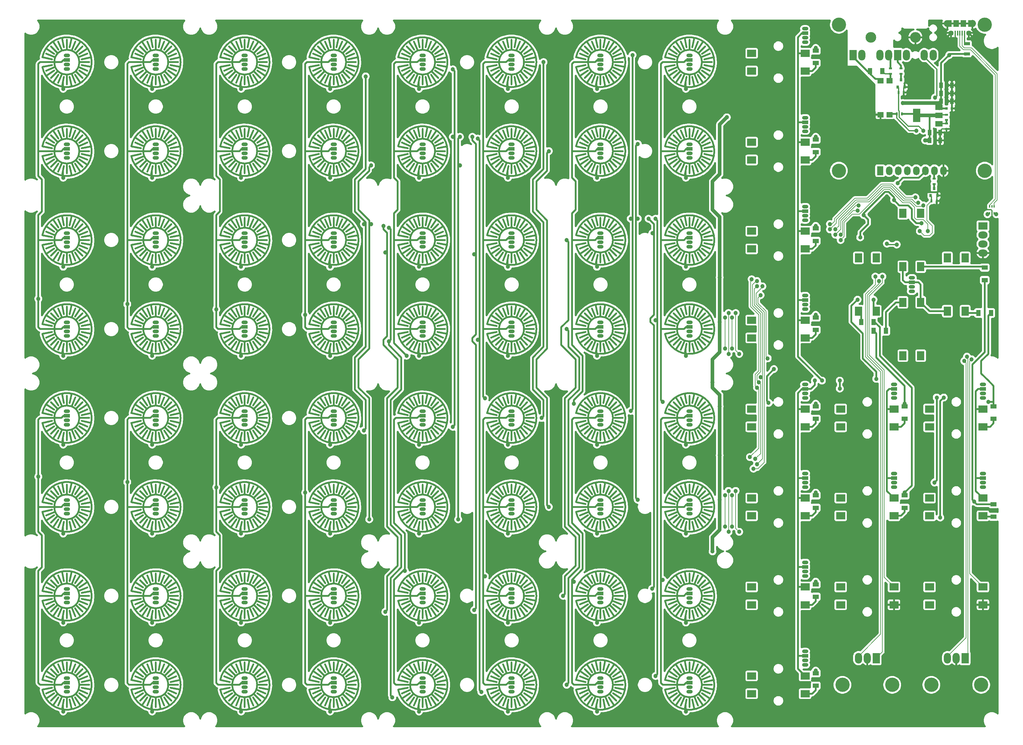
<source format=gtl>
G04 #@! TF.GenerationSoftware,KiCad,Pcbnew,5.1.4+dfsg1-1*
G04 #@! TF.CreationDate,2020-02-07T23:04:41+02:00*
G04 #@! TF.ProjectId,midi_grid,6d696469-5f67-4726-9964-2e6b69636164,1.0*
G04 #@! TF.SameCoordinates,Original*
G04 #@! TF.FileFunction,Copper,L1,Top*
G04 #@! TF.FilePolarity,Positive*
%FSLAX46Y46*%
G04 Gerber Fmt 4.6, Leading zero omitted, Abs format (unit mm)*
G04 Created by KiCad (PCBNEW 5.1.4+dfsg1-1) date 2020-02-07 23:04:41*
%MOMM*%
%LPD*%
G04 APERTURE LIST*
%ADD10C,0.500000*%
%ADD11O,1.800000X1.030000*%
%ADD12R,1.800000X1.030000*%
%ADD13O,2.000000X3.000000*%
%ADD14R,2.000000X3.000000*%
%ADD15O,3.000000X3.000000*%
%ADD16C,0.500000*%
%ADD17O,3.250000X0.500000*%
%ADD18O,0.500000X3.250000*%
%ADD19R,2.500000X2.000000*%
%ADD20R,2.000000X2.500000*%
%ADD21C,4.000000*%
%ADD22R,0.400000X0.650000*%
%ADD23R,1.800000X1.500000*%
%ADD24R,2.000000X3.800000*%
%ADD25R,2.000000X1.500000*%
%ADD26R,1.700000X1.300000*%
%ADD27R,1.300000X1.700000*%
%ADD28R,0.900000X0.500000*%
%ADD29R,0.500000X0.900000*%
%ADD30R,0.800000X0.750000*%
%ADD31R,0.800000X0.900000*%
%ADD32R,1.700000X0.900000*%
%ADD33O,1.800000X2.500000*%
%ADD34R,1.800000X2.500000*%
%ADD35R,1.000000X1.600000*%
%ADD36R,2.600000X2.000000*%
%ADD37O,2.600000X2.000000*%
%ADD38R,1.500000X1.900000*%
%ADD39C,1.450000*%
%ADD40R,0.400000X1.350000*%
%ADD41O,2.000000X2.000000*%
%ADD42O,2.000000X1.900000*%
%ADD43R,1.200000X1.900000*%
%ADD44C,1.200000*%
%ADD45C,0.200000*%
%ADD46C,0.300000*%
%ADD47C,1.000000*%
%ADD48C,0.490000*%
G04 APERTURE END LIST*
D10*
X81500000Y-50000000D02*
G75*
G03X81500000Y-50000000I-3500000J0D01*
G01*
X71136897Y-51377613D02*
G75*
G03X71134503Y-48634368I6863103J1377613D01*
G01*
X81500000Y-100000000D02*
G75*
G03X81500000Y-100000000I-3500000J0D01*
G01*
X71136897Y-101377613D02*
G75*
G03X71134503Y-98634368I6863103J1377613D01*
G01*
X96136897Y-101377613D02*
G75*
G03X96134503Y-98634368I6863103J1377613D01*
G01*
X106500000Y-100000000D02*
G75*
G03X106500000Y-100000000I-3500000J0D01*
G01*
X106500000Y-125000000D02*
G75*
G03X106500000Y-125000000I-3500000J0D01*
G01*
X96136897Y-126377613D02*
G75*
G03X96134503Y-123634368I6863103J1377613D01*
G01*
X71136897Y-126377613D02*
G75*
G03X71134503Y-123634368I6863103J1377613D01*
G01*
X81500000Y-125000000D02*
G75*
G03X81500000Y-125000000I-3500000J0D01*
G01*
X81500000Y-75000000D02*
G75*
G03X81500000Y-75000000I-3500000J0D01*
G01*
X71136897Y-76377613D02*
G75*
G03X71134503Y-73634368I6863103J1377613D01*
G01*
X96136897Y-76377613D02*
G75*
G03X96134503Y-73634368I6863103J1377613D01*
G01*
X106500000Y-75000000D02*
G75*
G03X106500000Y-75000000I-3500000J0D01*
G01*
X106500000Y-50000000D02*
G75*
G03X106500000Y-50000000I-3500000J0D01*
G01*
X96136897Y-51377613D02*
G75*
G03X96134503Y-48634368I6863103J1377613D01*
G01*
X71136897Y-51377613D02*
G75*
G03X71134503Y-48634368I6863103J1377613D01*
G01*
X81500000Y-50000000D02*
G75*
G03X81500000Y-50000000I-3500000J0D01*
G01*
X131500000Y-50000000D02*
G75*
G03X131500000Y-50000000I-3500000J0D01*
G01*
X121136897Y-51377613D02*
G75*
G03X121134503Y-48634368I6863103J1377613D01*
G01*
X146136897Y-51377613D02*
G75*
G03X146134503Y-48634368I6863103J1377613D01*
G01*
X156500000Y-50000000D02*
G75*
G03X156500000Y-50000000I-3500000J0D01*
G01*
X156500000Y-75000000D02*
G75*
G03X156500000Y-75000000I-3500000J0D01*
G01*
X146136897Y-76377613D02*
G75*
G03X146134503Y-73634368I6863103J1377613D01*
G01*
X121136897Y-76377613D02*
G75*
G03X121134503Y-73634368I6863103J1377613D01*
G01*
X131500000Y-75000000D02*
G75*
G03X131500000Y-75000000I-3500000J0D01*
G01*
X131500000Y-125000000D02*
G75*
G03X131500000Y-125000000I-3500000J0D01*
G01*
X121136897Y-126377613D02*
G75*
G03X121134503Y-123634368I6863103J1377613D01*
G01*
X146136897Y-126377613D02*
G75*
G03X146134503Y-123634368I6863103J1377613D01*
G01*
X156500000Y-125000000D02*
G75*
G03X156500000Y-125000000I-3500000J0D01*
G01*
X156500000Y-100000000D02*
G75*
G03X156500000Y-100000000I-3500000J0D01*
G01*
X146136897Y-101377613D02*
G75*
G03X146134503Y-98634368I6863103J1377613D01*
G01*
X121136897Y-101377613D02*
G75*
G03X121134503Y-98634368I6863103J1377613D01*
G01*
X131500000Y-100000000D02*
G75*
G03X131500000Y-100000000I-3500000J0D01*
G01*
X181500000Y-50000000D02*
G75*
G03X181500000Y-50000000I-3500000J0D01*
G01*
X171136897Y-51377613D02*
G75*
G03X171134503Y-48634368I6863103J1377613D01*
G01*
X181500000Y-100000000D02*
G75*
G03X181500000Y-100000000I-3500000J0D01*
G01*
X171136897Y-101377613D02*
G75*
G03X171134503Y-98634368I6863103J1377613D01*
G01*
X196136897Y-101377613D02*
G75*
G03X196134503Y-98634368I6863103J1377613D01*
G01*
X206500000Y-100000000D02*
G75*
G03X206500000Y-100000000I-3500000J0D01*
G01*
X206500000Y-125000000D02*
G75*
G03X206500000Y-125000000I-3500000J0D01*
G01*
X196136897Y-126377613D02*
G75*
G03X196134503Y-123634368I6863103J1377613D01*
G01*
X171136897Y-126377613D02*
G75*
G03X171134503Y-123634368I6863103J1377613D01*
G01*
X181500000Y-125000000D02*
G75*
G03X181500000Y-125000000I-3500000J0D01*
G01*
X181500000Y-75000000D02*
G75*
G03X181500000Y-75000000I-3500000J0D01*
G01*
X171136897Y-76377613D02*
G75*
G03X171134503Y-73634368I6863103J1377613D01*
G01*
X196136897Y-76377613D02*
G75*
G03X196134503Y-73634368I6863103J1377613D01*
G01*
X206500000Y-75000000D02*
G75*
G03X206500000Y-75000000I-3500000J0D01*
G01*
X206500000Y-50000000D02*
G75*
G03X206500000Y-50000000I-3500000J0D01*
G01*
X196136897Y-51377613D02*
G75*
G03X196134503Y-48634368I6863103J1377613D01*
G01*
X171136897Y-51377613D02*
G75*
G03X171134503Y-48634368I6863103J1377613D01*
G01*
X181500000Y-50000000D02*
G75*
G03X181500000Y-50000000I-3500000J0D01*
G01*
X231500000Y-50000000D02*
G75*
G03X231500000Y-50000000I-3500000J0D01*
G01*
X221136897Y-51377613D02*
G75*
G03X221134503Y-48634368I6863103J1377613D01*
G01*
X246136897Y-51377613D02*
G75*
G03X246134503Y-48634368I6863103J1377613D01*
G01*
X256500000Y-50000000D02*
G75*
G03X256500000Y-50000000I-3500000J0D01*
G01*
X256500000Y-75000000D02*
G75*
G03X256500000Y-75000000I-3500000J0D01*
G01*
X246136897Y-76377613D02*
G75*
G03X246134503Y-73634368I6863103J1377613D01*
G01*
X221136897Y-76377613D02*
G75*
G03X221134503Y-73634368I6863103J1377613D01*
G01*
X231500000Y-75000000D02*
G75*
G03X231500000Y-75000000I-3500000J0D01*
G01*
X231500000Y-125000000D02*
G75*
G03X231500000Y-125000000I-3500000J0D01*
G01*
X221136897Y-126377613D02*
G75*
G03X221134503Y-123634368I6863103J1377613D01*
G01*
X246136897Y-126377613D02*
G75*
G03X246134503Y-123634368I6863103J1377613D01*
G01*
X256500000Y-125000000D02*
G75*
G03X256500000Y-125000000I-3500000J0D01*
G01*
X256500000Y-100000000D02*
G75*
G03X256500000Y-100000000I-3500000J0D01*
G01*
X246136897Y-101377613D02*
G75*
G03X246134503Y-98634368I6863103J1377613D01*
G01*
X221136897Y-101377613D02*
G75*
G03X221134503Y-98634368I6863103J1377613D01*
G01*
X231500000Y-100000000D02*
G75*
G03X231500000Y-100000000I-3500000J0D01*
G01*
X81500000Y-150000000D02*
G75*
G03X81500000Y-150000000I-3500000J0D01*
G01*
X71136897Y-151377613D02*
G75*
G03X71134503Y-148634368I6863103J1377613D01*
G01*
X81500000Y-200000000D02*
G75*
G03X81500000Y-200000000I-3500000J0D01*
G01*
X71136897Y-201377613D02*
G75*
G03X71134503Y-198634368I6863103J1377613D01*
G01*
X96136897Y-201377613D02*
G75*
G03X96134503Y-198634368I6863103J1377613D01*
G01*
X106500000Y-200000000D02*
G75*
G03X106500000Y-200000000I-3500000J0D01*
G01*
X106500000Y-225000000D02*
G75*
G03X106500000Y-225000000I-3500000J0D01*
G01*
X96136897Y-226377613D02*
G75*
G03X96134503Y-223634368I6863103J1377613D01*
G01*
X71136897Y-226377613D02*
G75*
G03X71134503Y-223634368I6863103J1377613D01*
G01*
X81500000Y-225000000D02*
G75*
G03X81500000Y-225000000I-3500000J0D01*
G01*
X81500000Y-175000000D02*
G75*
G03X81500000Y-175000000I-3500000J0D01*
G01*
X71136897Y-176377613D02*
G75*
G03X71134503Y-173634368I6863103J1377613D01*
G01*
X96136897Y-176377613D02*
G75*
G03X96134503Y-173634368I6863103J1377613D01*
G01*
X106500000Y-175000000D02*
G75*
G03X106500000Y-175000000I-3500000J0D01*
G01*
X106500000Y-150000000D02*
G75*
G03X106500000Y-150000000I-3500000J0D01*
G01*
X96136897Y-151377613D02*
G75*
G03X96134503Y-148634368I6863103J1377613D01*
G01*
X71136897Y-151377613D02*
G75*
G03X71134503Y-148634368I6863103J1377613D01*
G01*
X81500000Y-150000000D02*
G75*
G03X81500000Y-150000000I-3500000J0D01*
G01*
X131500000Y-150000000D02*
G75*
G03X131500000Y-150000000I-3500000J0D01*
G01*
X121136897Y-151377613D02*
G75*
G03X121134503Y-148634368I6863103J1377613D01*
G01*
X146136897Y-151377613D02*
G75*
G03X146134503Y-148634368I6863103J1377613D01*
G01*
X156500000Y-150000000D02*
G75*
G03X156500000Y-150000000I-3500000J0D01*
G01*
X156500000Y-175000000D02*
G75*
G03X156500000Y-175000000I-3500000J0D01*
G01*
X146136897Y-176377613D02*
G75*
G03X146134503Y-173634368I6863103J1377613D01*
G01*
X121136897Y-176377613D02*
G75*
G03X121134503Y-173634368I6863103J1377613D01*
G01*
X131500000Y-175000000D02*
G75*
G03X131500000Y-175000000I-3500000J0D01*
G01*
X131500000Y-225000000D02*
G75*
G03X131500000Y-225000000I-3500000J0D01*
G01*
X121136897Y-226377613D02*
G75*
G03X121134503Y-223634368I6863103J1377613D01*
G01*
X146136897Y-226377613D02*
G75*
G03X146134503Y-223634368I6863103J1377613D01*
G01*
X156500000Y-225000000D02*
G75*
G03X156500000Y-225000000I-3500000J0D01*
G01*
X156500000Y-200000000D02*
G75*
G03X156500000Y-200000000I-3500000J0D01*
G01*
X146136897Y-201377613D02*
G75*
G03X146134503Y-198634368I6863103J1377613D01*
G01*
X121136897Y-201377613D02*
G75*
G03X121134503Y-198634368I6863103J1377613D01*
G01*
X131500000Y-200000000D02*
G75*
G03X131500000Y-200000000I-3500000J0D01*
G01*
X181500000Y-150000000D02*
G75*
G03X181500000Y-150000000I-3500000J0D01*
G01*
X171136897Y-151377613D02*
G75*
G03X171134503Y-148634368I6863103J1377613D01*
G01*
X181500000Y-200000000D02*
G75*
G03X181500000Y-200000000I-3500000J0D01*
G01*
X171136897Y-201377613D02*
G75*
G03X171134503Y-198634368I6863103J1377613D01*
G01*
X196136897Y-201377613D02*
G75*
G03X196134503Y-198634368I6863103J1377613D01*
G01*
X206500000Y-200000000D02*
G75*
G03X206500000Y-200000000I-3500000J0D01*
G01*
X206500000Y-225000000D02*
G75*
G03X206500000Y-225000000I-3500000J0D01*
G01*
X196136897Y-226377613D02*
G75*
G03X196134503Y-223634368I6863103J1377613D01*
G01*
X171136897Y-226377613D02*
G75*
G03X171134503Y-223634368I6863103J1377613D01*
G01*
X181500000Y-225000000D02*
G75*
G03X181500000Y-225000000I-3500000J0D01*
G01*
X181500000Y-175000000D02*
G75*
G03X181500000Y-175000000I-3500000J0D01*
G01*
X171136897Y-176377613D02*
G75*
G03X171134503Y-173634368I6863103J1377613D01*
G01*
X196136897Y-176377613D02*
G75*
G03X196134503Y-173634368I6863103J1377613D01*
G01*
X206500000Y-175000000D02*
G75*
G03X206500000Y-175000000I-3500000J0D01*
G01*
X206500000Y-150000000D02*
G75*
G03X206500000Y-150000000I-3500000J0D01*
G01*
X196136897Y-151377613D02*
G75*
G03X196134503Y-148634368I6863103J1377613D01*
G01*
X171136897Y-151377613D02*
G75*
G03X171134503Y-148634368I6863103J1377613D01*
G01*
X181500000Y-150000000D02*
G75*
G03X181500000Y-150000000I-3500000J0D01*
G01*
X231500000Y-150000000D02*
G75*
G03X231500000Y-150000000I-3500000J0D01*
G01*
X221136897Y-151377613D02*
G75*
G03X221134503Y-148634368I6863103J1377613D01*
G01*
X246136897Y-151377613D02*
G75*
G03X246134503Y-148634368I6863103J1377613D01*
G01*
X256500000Y-150000000D02*
G75*
G03X256500000Y-150000000I-3500000J0D01*
G01*
X256500000Y-175000000D02*
G75*
G03X256500000Y-175000000I-3500000J0D01*
G01*
X246136897Y-176377613D02*
G75*
G03X246134503Y-173634368I6863103J1377613D01*
G01*
X221136897Y-176377613D02*
G75*
G03X221134503Y-173634368I6863103J1377613D01*
G01*
X231500000Y-175000000D02*
G75*
G03X231500000Y-175000000I-3500000J0D01*
G01*
X231500000Y-225000000D02*
G75*
G03X231500000Y-225000000I-3500000J0D01*
G01*
X221136897Y-226377613D02*
G75*
G03X221134503Y-223634368I6863103J1377613D01*
G01*
X246136897Y-226377613D02*
G75*
G03X246134503Y-223634368I6863103J1377613D01*
G01*
X256500000Y-225000000D02*
G75*
G03X256500000Y-225000000I-3500000J0D01*
G01*
X256500000Y-200000000D02*
G75*
G03X256500000Y-200000000I-3500000J0D01*
G01*
X246136897Y-201377613D02*
G75*
G03X246134503Y-198634368I6863103J1377613D01*
G01*
X221136897Y-201377613D02*
G75*
G03X221134503Y-198634368I6863103J1377613D01*
G01*
X231500000Y-200000000D02*
G75*
G03X231500000Y-200000000I-3500000J0D01*
G01*
D11*
X78000000Y-48095000D03*
D12*
X78000000Y-49365000D03*
D11*
X78000000Y-50635000D03*
X78000000Y-51905000D03*
X103000000Y-48095000D03*
D12*
X103000000Y-49365000D03*
D11*
X103000000Y-50635000D03*
X103000000Y-51905000D03*
X128000000Y-48095000D03*
D12*
X128000000Y-49365000D03*
D11*
X128000000Y-50635000D03*
X128000000Y-51905000D03*
X153000000Y-48095000D03*
D12*
X153000000Y-49365000D03*
D11*
X153000000Y-50635000D03*
X153000000Y-51905000D03*
X78000000Y-73095000D03*
D12*
X78000000Y-74365000D03*
D11*
X78000000Y-75635000D03*
X78000000Y-76905000D03*
X103000000Y-73095000D03*
D12*
X103000000Y-74365000D03*
D11*
X103000000Y-75635000D03*
X103000000Y-76905000D03*
X128000000Y-73095000D03*
D12*
X128000000Y-74365000D03*
D11*
X128000000Y-75635000D03*
X128000000Y-76905000D03*
X153000000Y-73095000D03*
D12*
X153000000Y-74365000D03*
D11*
X153000000Y-75635000D03*
X153000000Y-76905000D03*
X78000000Y-98095000D03*
D12*
X78000000Y-99365000D03*
D11*
X78000000Y-100635000D03*
X78000000Y-101905000D03*
X103000000Y-98095000D03*
D12*
X103000000Y-99365000D03*
D11*
X103000000Y-100635000D03*
X103000000Y-101905000D03*
X128000000Y-98095000D03*
D12*
X128000000Y-99365000D03*
D11*
X128000000Y-100635000D03*
X128000000Y-101905000D03*
X153000000Y-98095000D03*
D12*
X153000000Y-99365000D03*
D11*
X153000000Y-100635000D03*
X153000000Y-101905000D03*
X78000000Y-123095000D03*
D12*
X78000000Y-124365000D03*
D11*
X78000000Y-125635000D03*
X78000000Y-126905000D03*
X103000000Y-123095000D03*
D12*
X103000000Y-124365000D03*
D11*
X103000000Y-125635000D03*
X103000000Y-126905000D03*
X128000000Y-123095000D03*
D12*
X128000000Y-124365000D03*
D11*
X128000000Y-125635000D03*
X128000000Y-126905000D03*
X153000000Y-123095000D03*
D12*
X153000000Y-124365000D03*
D11*
X153000000Y-125635000D03*
X153000000Y-126905000D03*
X178000000Y-48095000D03*
D12*
X178000000Y-49365000D03*
D11*
X178000000Y-50635000D03*
X178000000Y-51905000D03*
X203000000Y-48095000D03*
D12*
X203000000Y-49365000D03*
D11*
X203000000Y-50635000D03*
X203000000Y-51905000D03*
X228000000Y-48095000D03*
D12*
X228000000Y-49365000D03*
D11*
X228000000Y-50635000D03*
X228000000Y-51905000D03*
X253000000Y-48095000D03*
D12*
X253000000Y-49365000D03*
D11*
X253000000Y-50635000D03*
X253000000Y-51905000D03*
X178000000Y-73095000D03*
D12*
X178000000Y-74365000D03*
D11*
X178000000Y-75635000D03*
X178000000Y-76905000D03*
X203000000Y-73095000D03*
D12*
X203000000Y-74365000D03*
D11*
X203000000Y-75635000D03*
X203000000Y-76905000D03*
X228000000Y-73095000D03*
D12*
X228000000Y-74365000D03*
D11*
X228000000Y-75635000D03*
X228000000Y-76905000D03*
X253000000Y-73095000D03*
D12*
X253000000Y-74365000D03*
D11*
X253000000Y-75635000D03*
X253000000Y-76905000D03*
X178000000Y-98095000D03*
D12*
X178000000Y-99365000D03*
D11*
X178000000Y-100635000D03*
X178000000Y-101905000D03*
X203000000Y-98095000D03*
D12*
X203000000Y-99365000D03*
D11*
X203000000Y-100635000D03*
X203000000Y-101905000D03*
X228000000Y-98095000D03*
D12*
X228000000Y-99365000D03*
D11*
X228000000Y-100635000D03*
X228000000Y-101905000D03*
X253000000Y-98095000D03*
D12*
X253000000Y-99365000D03*
D11*
X253000000Y-100635000D03*
X253000000Y-101905000D03*
X178000000Y-123095000D03*
D12*
X178000000Y-124365000D03*
D11*
X178000000Y-125635000D03*
X178000000Y-126905000D03*
X203000000Y-123095000D03*
D12*
X203000000Y-124365000D03*
D11*
X203000000Y-125635000D03*
X203000000Y-126905000D03*
X228000000Y-123095000D03*
D12*
X228000000Y-124365000D03*
D11*
X228000000Y-125635000D03*
X228000000Y-126905000D03*
X253000000Y-123095000D03*
D12*
X253000000Y-124365000D03*
D11*
X253000000Y-125635000D03*
X253000000Y-126905000D03*
X78000000Y-148095000D03*
D12*
X78000000Y-149365000D03*
D11*
X78000000Y-150635000D03*
X78000000Y-151905000D03*
X103000000Y-148095000D03*
D12*
X103000000Y-149365000D03*
D11*
X103000000Y-150635000D03*
X103000000Y-151905000D03*
X128000000Y-148095000D03*
D12*
X128000000Y-149365000D03*
D11*
X128000000Y-150635000D03*
X128000000Y-151905000D03*
X153000000Y-148095000D03*
D12*
X153000000Y-149365000D03*
D11*
X153000000Y-150635000D03*
X153000000Y-151905000D03*
X78000000Y-173095000D03*
D12*
X78000000Y-174365000D03*
D11*
X78000000Y-175635000D03*
X78000000Y-176905000D03*
X103000000Y-173095000D03*
D12*
X103000000Y-174365000D03*
D11*
X103000000Y-175635000D03*
X103000000Y-176905000D03*
X128000000Y-173095000D03*
D12*
X128000000Y-174365000D03*
D11*
X128000000Y-175635000D03*
X128000000Y-176905000D03*
X153000000Y-173095000D03*
D12*
X153000000Y-174365000D03*
D11*
X153000000Y-175635000D03*
X153000000Y-176905000D03*
X78000000Y-198095000D03*
D12*
X78000000Y-199365000D03*
D11*
X78000000Y-200635000D03*
X78000000Y-201905000D03*
X103000000Y-198095000D03*
D12*
X103000000Y-199365000D03*
D11*
X103000000Y-200635000D03*
X103000000Y-201905000D03*
X128000000Y-198095000D03*
D12*
X128000000Y-199365000D03*
D11*
X128000000Y-200635000D03*
X128000000Y-201905000D03*
X153000000Y-198095000D03*
D12*
X153000000Y-199365000D03*
D11*
X153000000Y-200635000D03*
X153000000Y-201905000D03*
X78000000Y-223095000D03*
D12*
X78000000Y-224365000D03*
D11*
X78000000Y-225635000D03*
X78000000Y-226905000D03*
X103000000Y-223095000D03*
D12*
X103000000Y-224365000D03*
D11*
X103000000Y-225635000D03*
X103000000Y-226905000D03*
X128000000Y-223095000D03*
D12*
X128000000Y-224365000D03*
D11*
X128000000Y-225635000D03*
X128000000Y-226905000D03*
X153000000Y-223095000D03*
D12*
X153000000Y-224365000D03*
D11*
X153000000Y-225635000D03*
X153000000Y-226905000D03*
X178000000Y-148095000D03*
D12*
X178000000Y-149365000D03*
D11*
X178000000Y-150635000D03*
X178000000Y-151905000D03*
X203000000Y-148095000D03*
D12*
X203000000Y-149365000D03*
D11*
X203000000Y-150635000D03*
X203000000Y-151905000D03*
X228000000Y-148095000D03*
D12*
X228000000Y-149365000D03*
D11*
X228000000Y-150635000D03*
X228000000Y-151905000D03*
X253000000Y-148095000D03*
D12*
X253000000Y-149365000D03*
D11*
X253000000Y-150635000D03*
X253000000Y-151905000D03*
X178000000Y-173095000D03*
D12*
X178000000Y-174365000D03*
D11*
X178000000Y-175635000D03*
X178000000Y-176905000D03*
X203000000Y-173095000D03*
D12*
X203000000Y-174365000D03*
D11*
X203000000Y-175635000D03*
X203000000Y-176905000D03*
X228000000Y-173095000D03*
D12*
X228000000Y-174365000D03*
D11*
X228000000Y-175635000D03*
X228000000Y-176905000D03*
X253000000Y-173095000D03*
D12*
X253000000Y-174365000D03*
D11*
X253000000Y-175635000D03*
X253000000Y-176905000D03*
X178000000Y-198095000D03*
D12*
X178000000Y-199365000D03*
D11*
X178000000Y-200635000D03*
X178000000Y-201905000D03*
X203000000Y-198095000D03*
D12*
X203000000Y-199365000D03*
D11*
X203000000Y-200635000D03*
X203000000Y-201905000D03*
X228000000Y-198095000D03*
D12*
X228000000Y-199365000D03*
D11*
X228000000Y-200635000D03*
X228000000Y-201905000D03*
X253000000Y-198095000D03*
D12*
X253000000Y-199365000D03*
D11*
X253000000Y-200635000D03*
X253000000Y-201905000D03*
X178000000Y-223095000D03*
D12*
X178000000Y-224365000D03*
D11*
X178000000Y-225635000D03*
X178000000Y-226905000D03*
X203000000Y-223095000D03*
D12*
X203000000Y-224365000D03*
D11*
X203000000Y-225635000D03*
X203000000Y-226905000D03*
X228000000Y-223095000D03*
D12*
X228000000Y-224365000D03*
D11*
X228000000Y-225635000D03*
X228000000Y-226905000D03*
X253000000Y-223095000D03*
D12*
X253000000Y-224365000D03*
D11*
X253000000Y-225635000D03*
X253000000Y-226905000D03*
X285500000Y-40595000D03*
D12*
X285500000Y-41865000D03*
D11*
X285500000Y-43135000D03*
X285500000Y-44405000D03*
X285500000Y-65595000D03*
D12*
X285500000Y-66865000D03*
D11*
X285500000Y-68135000D03*
X285500000Y-69405000D03*
X315500000Y-110595000D03*
D12*
X315500000Y-111865000D03*
D11*
X315500000Y-113135000D03*
X315500000Y-114405000D03*
X285500000Y-90595000D03*
D12*
X285500000Y-91865000D03*
D11*
X285500000Y-93135000D03*
X285500000Y-94405000D03*
X285500000Y-115595000D03*
D12*
X285500000Y-116865000D03*
D11*
X285500000Y-118135000D03*
X285500000Y-119405000D03*
X285500000Y-140595000D03*
D12*
X285500000Y-141865000D03*
D11*
X285500000Y-143135000D03*
X285500000Y-144405000D03*
X310500000Y-140595000D03*
D12*
X310500000Y-141865000D03*
D11*
X310500000Y-143135000D03*
X310500000Y-144405000D03*
X335500000Y-140595000D03*
D12*
X335500000Y-141865000D03*
D11*
X335500000Y-143135000D03*
X335500000Y-144405000D03*
X285500000Y-165595000D03*
D12*
X285500000Y-166865000D03*
D11*
X285500000Y-168135000D03*
X285500000Y-169405000D03*
X285500000Y-190595000D03*
D12*
X285500000Y-191865000D03*
D11*
X285500000Y-193135000D03*
X285500000Y-194405000D03*
X310500000Y-165595000D03*
D12*
X310500000Y-166865000D03*
D11*
X310500000Y-168135000D03*
X310500000Y-169405000D03*
X335500000Y-165595000D03*
D12*
X335500000Y-166865000D03*
D11*
X335500000Y-168135000D03*
X335500000Y-169405000D03*
X285500000Y-215595000D03*
D12*
X285500000Y-216865000D03*
D11*
X285500000Y-218135000D03*
X285500000Y-219405000D03*
D13*
X301500000Y-48000000D03*
D14*
X299000000Y-48000000D03*
D13*
X306500000Y-48000000D03*
X309000000Y-48000000D03*
D15*
X304000000Y-43000000D03*
D13*
X314000000Y-48000000D03*
D14*
X311500000Y-48000000D03*
D13*
X319000000Y-48000000D03*
X321500000Y-48000000D03*
D15*
X316500000Y-43000000D03*
D16*
X79875149Y-45472990D03*
D10*
X80401339Y-44202656D02*
X79348959Y-46743324D01*
D16*
X81464823Y-46535177D03*
D10*
X82437095Y-45562905D02*
X80492551Y-47507449D01*
D16*
X82527010Y-48124851D03*
D10*
X83797344Y-47598661D02*
X81256676Y-48651041D01*
D17*
X82900000Y-50000000D03*
D16*
X82527010Y-51875149D03*
D10*
X83797344Y-52401339D02*
X81256676Y-51348959D01*
D16*
X81464823Y-53464823D03*
D10*
X82437095Y-54437095D02*
X80492551Y-52492551D01*
D16*
X79875149Y-54527010D03*
D10*
X80401339Y-55797344D02*
X79348959Y-53256676D01*
D18*
X78000000Y-54900000D03*
D16*
X76124851Y-54527010D03*
D10*
X75598661Y-55797344D02*
X76651041Y-53256676D01*
D16*
X74535177Y-53464823D03*
D10*
X73562905Y-54437095D02*
X75507449Y-52492551D01*
D16*
X73472990Y-51875149D03*
D10*
X72202656Y-52401339D02*
X74743324Y-51348959D01*
D16*
X73472990Y-48124851D03*
D10*
X72202656Y-47598661D02*
X74743324Y-48651041D01*
D16*
X74535177Y-46535177D03*
D10*
X73562905Y-45562905D02*
X75507449Y-47507449D01*
D16*
X76124851Y-45472990D03*
D10*
X75598661Y-44202656D02*
X76651041Y-46743324D01*
D16*
X79092506Y-44507602D03*
D10*
X79360755Y-43159022D02*
X78824257Y-45856182D01*
D16*
X81111193Y-45343770D03*
D10*
X81875102Y-44200499D02*
X80347284Y-46487041D01*
D16*
X82656230Y-46888807D03*
D10*
X83799501Y-46124898D02*
X81512959Y-47652716D01*
D16*
X83492398Y-48907494D03*
D10*
X84840978Y-48639245D02*
X82143818Y-49175743D01*
D16*
X83492398Y-51092506D03*
D10*
X84840978Y-51360755D02*
X82143818Y-50824257D01*
D16*
X82656230Y-53111193D03*
D10*
X83799501Y-53875102D02*
X81512959Y-52347284D01*
D16*
X81111193Y-54656230D03*
D10*
X81875102Y-55799501D02*
X80347284Y-53512959D01*
D16*
X79092506Y-55492398D03*
D10*
X79360755Y-56840978D02*
X78824257Y-54143818D01*
D16*
X76907494Y-55492398D03*
D10*
X76639245Y-56840978D02*
X77175743Y-54143818D01*
D16*
X74888807Y-54656230D03*
D10*
X74124898Y-55799501D02*
X75652716Y-53512959D01*
D16*
X73343770Y-53111193D03*
D10*
X72200499Y-53875102D02*
X74487041Y-52347284D01*
D16*
X72507602Y-51092506D03*
D10*
X71159022Y-51360755D02*
X73856182Y-50824257D01*
D16*
X72507602Y-48907494D03*
D10*
X71159022Y-48639245D02*
X73856182Y-49175743D01*
D16*
X73343770Y-46888807D03*
D10*
X72200499Y-46124898D02*
X74487041Y-47652716D01*
D16*
X74888807Y-45343770D03*
D10*
X74124898Y-44200499D02*
X75652716Y-46487041D01*
D18*
X78000000Y-45100000D03*
D16*
X79875149Y-95472990D03*
D10*
X80401339Y-94202656D02*
X79348959Y-96743324D01*
D16*
X81464823Y-96535177D03*
D10*
X82437095Y-95562905D02*
X80492551Y-97507449D01*
D16*
X82527010Y-98124851D03*
D10*
X83797344Y-97598661D02*
X81256676Y-98651041D01*
D17*
X82900000Y-100000000D03*
D16*
X82527010Y-101875149D03*
D10*
X83797344Y-102401339D02*
X81256676Y-101348959D01*
D16*
X81464823Y-103464823D03*
D10*
X82437095Y-104437095D02*
X80492551Y-102492551D01*
D16*
X79875149Y-104527010D03*
D10*
X80401339Y-105797344D02*
X79348959Y-103256676D01*
D18*
X78000000Y-104900000D03*
D16*
X76124851Y-104527010D03*
D10*
X75598661Y-105797344D02*
X76651041Y-103256676D01*
D16*
X74535177Y-103464823D03*
D10*
X73562905Y-104437095D02*
X75507449Y-102492551D01*
D16*
X73472990Y-101875149D03*
D10*
X72202656Y-102401339D02*
X74743324Y-101348959D01*
D17*
X73100000Y-100000000D03*
D16*
X73472990Y-98124851D03*
D10*
X72202656Y-97598661D02*
X74743324Y-98651041D01*
D16*
X74535177Y-96535177D03*
D10*
X73562905Y-95562905D02*
X75507449Y-97507449D01*
D16*
X76124851Y-95472990D03*
D10*
X75598661Y-94202656D02*
X76651041Y-96743324D01*
D16*
X79092506Y-94507602D03*
D10*
X79360755Y-93159022D02*
X78824257Y-95856182D01*
D16*
X81111193Y-95343770D03*
D10*
X81875102Y-94200499D02*
X80347284Y-96487041D01*
D16*
X82656230Y-96888807D03*
D10*
X83799501Y-96124898D02*
X81512959Y-97652716D01*
D16*
X83492398Y-98907494D03*
D10*
X84840978Y-98639245D02*
X82143818Y-99175743D01*
D16*
X83492398Y-101092506D03*
D10*
X84840978Y-101360755D02*
X82143818Y-100824257D01*
D16*
X82656230Y-103111193D03*
D10*
X83799501Y-103875102D02*
X81512959Y-102347284D01*
D16*
X81111193Y-104656230D03*
D10*
X81875102Y-105799501D02*
X80347284Y-103512959D01*
D16*
X79092506Y-105492398D03*
D10*
X79360755Y-106840978D02*
X78824257Y-104143818D01*
D16*
X76907494Y-105492398D03*
D10*
X76639245Y-106840978D02*
X77175743Y-104143818D01*
D16*
X74888807Y-104656230D03*
D10*
X74124898Y-105799501D02*
X75652716Y-103512959D01*
D16*
X73343770Y-103111193D03*
D10*
X72200499Y-103875102D02*
X74487041Y-102347284D01*
D16*
X72507602Y-101092506D03*
D10*
X71159022Y-101360755D02*
X73856182Y-100824257D01*
D16*
X72507602Y-98907494D03*
D10*
X71159022Y-98639245D02*
X73856182Y-99175743D01*
D16*
X73343770Y-96888807D03*
D10*
X72200499Y-96124898D02*
X74487041Y-97652716D01*
D16*
X74888807Y-95343770D03*
D10*
X74124898Y-94200499D02*
X75652716Y-96487041D01*
D16*
X76907494Y-94507602D03*
D10*
X76639245Y-93159022D02*
X77175743Y-95856182D01*
D18*
X78000000Y-95100000D03*
X103000000Y-95100000D03*
D16*
X101907494Y-94507602D03*
D10*
X101639245Y-93159022D02*
X102175743Y-95856182D01*
D16*
X99888807Y-95343770D03*
D10*
X99124898Y-94200499D02*
X100652716Y-96487041D01*
D16*
X98343770Y-96888807D03*
D10*
X97200499Y-96124898D02*
X99487041Y-97652716D01*
D16*
X97507602Y-98907494D03*
D10*
X96159022Y-98639245D02*
X98856182Y-99175743D01*
D16*
X97507602Y-101092506D03*
D10*
X96159022Y-101360755D02*
X98856182Y-100824257D01*
D16*
X98343770Y-103111193D03*
D10*
X97200499Y-103875102D02*
X99487041Y-102347284D01*
D16*
X99888807Y-104656230D03*
D10*
X99124898Y-105799501D02*
X100652716Y-103512959D01*
D16*
X101907494Y-105492398D03*
D10*
X101639245Y-106840978D02*
X102175743Y-104143818D01*
D16*
X104092506Y-105492398D03*
D10*
X104360755Y-106840978D02*
X103824257Y-104143818D01*
D16*
X106111193Y-104656230D03*
D10*
X106875102Y-105799501D02*
X105347284Y-103512959D01*
D16*
X107656230Y-103111193D03*
D10*
X108799501Y-103875102D02*
X106512959Y-102347284D01*
D16*
X108492398Y-101092506D03*
D10*
X109840978Y-101360755D02*
X107143818Y-100824257D01*
D16*
X108492398Y-98907494D03*
D10*
X109840978Y-98639245D02*
X107143818Y-99175743D01*
D16*
X107656230Y-96888807D03*
D10*
X108799501Y-96124898D02*
X106512959Y-97652716D01*
D16*
X106111193Y-95343770D03*
D10*
X106875102Y-94200499D02*
X105347284Y-96487041D01*
D16*
X104092506Y-94507602D03*
D10*
X104360755Y-93159022D02*
X103824257Y-95856182D01*
D16*
X101124851Y-95472990D03*
D10*
X100598661Y-94202656D02*
X101651041Y-96743324D01*
D16*
X99535177Y-96535177D03*
D10*
X98562905Y-95562905D02*
X100507449Y-97507449D01*
D16*
X98472990Y-98124851D03*
D10*
X97202656Y-97598661D02*
X99743324Y-98651041D01*
D17*
X98100000Y-100000000D03*
D16*
X98472990Y-101875149D03*
D10*
X97202656Y-102401339D02*
X99743324Y-101348959D01*
D16*
X99535177Y-103464823D03*
D10*
X98562905Y-104437095D02*
X100507449Y-102492551D01*
D16*
X101124851Y-104527010D03*
D10*
X100598661Y-105797344D02*
X101651041Y-103256676D01*
D18*
X103000000Y-104900000D03*
D16*
X104875149Y-104527010D03*
D10*
X105401339Y-105797344D02*
X104348959Y-103256676D01*
D16*
X106464823Y-103464823D03*
D10*
X107437095Y-104437095D02*
X105492551Y-102492551D01*
D16*
X107527010Y-101875149D03*
D10*
X108797344Y-102401339D02*
X106256676Y-101348959D01*
D17*
X107900000Y-100000000D03*
D16*
X107527010Y-98124851D03*
D10*
X108797344Y-97598661D02*
X106256676Y-98651041D01*
D16*
X106464823Y-96535177D03*
D10*
X107437095Y-95562905D02*
X105492551Y-97507449D01*
D16*
X104875149Y-95472990D03*
D10*
X105401339Y-94202656D02*
X104348959Y-96743324D01*
D16*
X104875149Y-120472990D03*
D10*
X105401339Y-119202656D02*
X104348959Y-121743324D01*
D16*
X106464823Y-121535177D03*
D10*
X107437095Y-120562905D02*
X105492551Y-122507449D01*
D16*
X107527010Y-123124851D03*
D10*
X108797344Y-122598661D02*
X106256676Y-123651041D01*
D17*
X107900000Y-125000000D03*
D16*
X107527010Y-126875149D03*
D10*
X108797344Y-127401339D02*
X106256676Y-126348959D01*
D16*
X106464823Y-128464823D03*
D10*
X107437095Y-129437095D02*
X105492551Y-127492551D01*
D16*
X104875149Y-129527010D03*
D10*
X105401339Y-130797344D02*
X104348959Y-128256676D01*
D18*
X103000000Y-129900000D03*
D16*
X101124851Y-129527010D03*
D10*
X100598661Y-130797344D02*
X101651041Y-128256676D01*
D16*
X99535177Y-128464823D03*
D10*
X98562905Y-129437095D02*
X100507449Y-127492551D01*
D16*
X98472990Y-126875149D03*
D10*
X97202656Y-127401339D02*
X99743324Y-126348959D01*
D17*
X98100000Y-125000000D03*
D16*
X98472990Y-123124851D03*
D10*
X97202656Y-122598661D02*
X99743324Y-123651041D01*
D16*
X99535177Y-121535177D03*
D10*
X98562905Y-120562905D02*
X100507449Y-122507449D01*
D16*
X101124851Y-120472990D03*
D10*
X100598661Y-119202656D02*
X101651041Y-121743324D01*
D16*
X104092506Y-119507602D03*
D10*
X104360755Y-118159022D02*
X103824257Y-120856182D01*
D16*
X106111193Y-120343770D03*
D10*
X106875102Y-119200499D02*
X105347284Y-121487041D01*
D16*
X107656230Y-121888807D03*
D10*
X108799501Y-121124898D02*
X106512959Y-122652716D01*
D16*
X108492398Y-123907494D03*
D10*
X109840978Y-123639245D02*
X107143818Y-124175743D01*
D16*
X108492398Y-126092506D03*
D10*
X109840978Y-126360755D02*
X107143818Y-125824257D01*
D16*
X107656230Y-128111193D03*
D10*
X108799501Y-128875102D02*
X106512959Y-127347284D01*
D16*
X106111193Y-129656230D03*
D10*
X106875102Y-130799501D02*
X105347284Y-128512959D01*
D16*
X104092506Y-130492398D03*
D10*
X104360755Y-131840978D02*
X103824257Y-129143818D01*
D16*
X101907494Y-130492398D03*
D10*
X101639245Y-131840978D02*
X102175743Y-129143818D01*
D16*
X99888807Y-129656230D03*
D10*
X99124898Y-130799501D02*
X100652716Y-128512959D01*
D16*
X98343770Y-128111193D03*
D10*
X97200499Y-128875102D02*
X99487041Y-127347284D01*
D16*
X97507602Y-126092506D03*
D10*
X96159022Y-126360755D02*
X98856182Y-125824257D01*
D16*
X97507602Y-123907494D03*
D10*
X96159022Y-123639245D02*
X98856182Y-124175743D01*
D16*
X98343770Y-121888807D03*
D10*
X97200499Y-121124898D02*
X99487041Y-122652716D01*
D16*
X99888807Y-120343770D03*
D10*
X99124898Y-119200499D02*
X100652716Y-121487041D01*
D16*
X101907494Y-119507602D03*
D10*
X101639245Y-118159022D02*
X102175743Y-120856182D01*
D18*
X103000000Y-120100000D03*
X78000000Y-120100000D03*
D16*
X76907494Y-119507602D03*
D10*
X76639245Y-118159022D02*
X77175743Y-120856182D01*
D16*
X74888807Y-120343770D03*
D10*
X74124898Y-119200499D02*
X75652716Y-121487041D01*
D16*
X73343770Y-121888807D03*
D10*
X72200499Y-121124898D02*
X74487041Y-122652716D01*
D16*
X72507602Y-123907494D03*
D10*
X71159022Y-123639245D02*
X73856182Y-124175743D01*
D16*
X72507602Y-126092506D03*
D10*
X71159022Y-126360755D02*
X73856182Y-125824257D01*
D16*
X73343770Y-128111193D03*
D10*
X72200499Y-128875102D02*
X74487041Y-127347284D01*
D16*
X74888807Y-129656230D03*
D10*
X74124898Y-130799501D02*
X75652716Y-128512959D01*
D16*
X76907494Y-130492398D03*
D10*
X76639245Y-131840978D02*
X77175743Y-129143818D01*
D16*
X79092506Y-130492398D03*
D10*
X79360755Y-131840978D02*
X78824257Y-129143818D01*
D16*
X81111193Y-129656230D03*
D10*
X81875102Y-130799501D02*
X80347284Y-128512959D01*
D16*
X82656230Y-128111193D03*
D10*
X83799501Y-128875102D02*
X81512959Y-127347284D01*
D16*
X83492398Y-126092506D03*
D10*
X84840978Y-126360755D02*
X82143818Y-125824257D01*
D16*
X83492398Y-123907494D03*
D10*
X84840978Y-123639245D02*
X82143818Y-124175743D01*
D16*
X82656230Y-121888807D03*
D10*
X83799501Y-121124898D02*
X81512959Y-122652716D01*
D16*
X81111193Y-120343770D03*
D10*
X81875102Y-119200499D02*
X80347284Y-121487041D01*
D16*
X79092506Y-119507602D03*
D10*
X79360755Y-118159022D02*
X78824257Y-120856182D01*
D16*
X76124851Y-120472990D03*
D10*
X75598661Y-119202656D02*
X76651041Y-121743324D01*
D16*
X74535177Y-121535177D03*
D10*
X73562905Y-120562905D02*
X75507449Y-122507449D01*
D16*
X73472990Y-123124851D03*
D10*
X72202656Y-122598661D02*
X74743324Y-123651041D01*
D17*
X73100000Y-125000000D03*
D16*
X73472990Y-126875149D03*
D10*
X72202656Y-127401339D02*
X74743324Y-126348959D01*
D16*
X74535177Y-128464823D03*
D10*
X73562905Y-129437095D02*
X75507449Y-127492551D01*
D16*
X76124851Y-129527010D03*
D10*
X75598661Y-130797344D02*
X76651041Y-128256676D01*
D18*
X78000000Y-129900000D03*
D16*
X79875149Y-129527010D03*
D10*
X80401339Y-130797344D02*
X79348959Y-128256676D01*
D16*
X81464823Y-128464823D03*
D10*
X82437095Y-129437095D02*
X80492551Y-127492551D01*
D16*
X82527010Y-126875149D03*
D10*
X83797344Y-127401339D02*
X81256676Y-126348959D01*
D17*
X82900000Y-125000000D03*
D16*
X82527010Y-123124851D03*
D10*
X83797344Y-122598661D02*
X81256676Y-123651041D01*
D16*
X81464823Y-121535177D03*
D10*
X82437095Y-120562905D02*
X80492551Y-122507449D01*
D16*
X79875149Y-120472990D03*
D10*
X80401339Y-119202656D02*
X79348959Y-121743324D01*
D16*
X79875149Y-70472990D03*
D10*
X80401339Y-69202656D02*
X79348959Y-71743324D01*
D16*
X81464823Y-71535177D03*
D10*
X82437095Y-70562905D02*
X80492551Y-72507449D01*
D16*
X82527010Y-73124851D03*
D10*
X83797344Y-72598661D02*
X81256676Y-73651041D01*
D17*
X82900000Y-75000000D03*
D16*
X82527010Y-76875149D03*
D10*
X83797344Y-77401339D02*
X81256676Y-76348959D01*
D16*
X81464823Y-78464823D03*
D10*
X82437095Y-79437095D02*
X80492551Y-77492551D01*
D16*
X79875149Y-79527010D03*
D10*
X80401339Y-80797344D02*
X79348959Y-78256676D01*
D18*
X78000000Y-79900000D03*
D16*
X76124851Y-79527010D03*
D10*
X75598661Y-80797344D02*
X76651041Y-78256676D01*
D16*
X74535177Y-78464823D03*
D10*
X73562905Y-79437095D02*
X75507449Y-77492551D01*
D16*
X73472990Y-76875149D03*
D10*
X72202656Y-77401339D02*
X74743324Y-76348959D01*
D17*
X73100000Y-75000000D03*
D16*
X73472990Y-73124851D03*
D10*
X72202656Y-72598661D02*
X74743324Y-73651041D01*
D16*
X74535177Y-71535177D03*
D10*
X73562905Y-70562905D02*
X75507449Y-72507449D01*
D16*
X76124851Y-70472990D03*
D10*
X75598661Y-69202656D02*
X76651041Y-71743324D01*
D16*
X79092506Y-69507602D03*
D10*
X79360755Y-68159022D02*
X78824257Y-70856182D01*
D16*
X81111193Y-70343770D03*
D10*
X81875102Y-69200499D02*
X80347284Y-71487041D01*
D16*
X82656230Y-71888807D03*
D10*
X83799501Y-71124898D02*
X81512959Y-72652716D01*
D16*
X83492398Y-73907494D03*
D10*
X84840978Y-73639245D02*
X82143818Y-74175743D01*
D16*
X83492398Y-76092506D03*
D10*
X84840978Y-76360755D02*
X82143818Y-75824257D01*
D16*
X82656230Y-78111193D03*
D10*
X83799501Y-78875102D02*
X81512959Y-77347284D01*
D16*
X81111193Y-79656230D03*
D10*
X81875102Y-80799501D02*
X80347284Y-78512959D01*
D16*
X79092506Y-80492398D03*
D10*
X79360755Y-81840978D02*
X78824257Y-79143818D01*
D16*
X76907494Y-80492398D03*
D10*
X76639245Y-81840978D02*
X77175743Y-79143818D01*
D16*
X74888807Y-79656230D03*
D10*
X74124898Y-80799501D02*
X75652716Y-78512959D01*
D16*
X73343770Y-78111193D03*
D10*
X72200499Y-78875102D02*
X74487041Y-77347284D01*
D16*
X72507602Y-76092506D03*
D10*
X71159022Y-76360755D02*
X73856182Y-75824257D01*
D16*
X72507602Y-73907494D03*
D10*
X71159022Y-73639245D02*
X73856182Y-74175743D01*
D16*
X73343770Y-71888807D03*
D10*
X72200499Y-71124898D02*
X74487041Y-72652716D01*
D16*
X74888807Y-70343770D03*
D10*
X74124898Y-69200499D02*
X75652716Y-71487041D01*
D16*
X76907494Y-69507602D03*
D10*
X76639245Y-68159022D02*
X77175743Y-70856182D01*
D18*
X78000000Y-70100000D03*
X103000000Y-70100000D03*
D16*
X101907494Y-69507602D03*
D10*
X101639245Y-68159022D02*
X102175743Y-70856182D01*
D16*
X99888807Y-70343770D03*
D10*
X99124898Y-69200499D02*
X100652716Y-71487041D01*
D16*
X98343770Y-71888807D03*
D10*
X97200499Y-71124898D02*
X99487041Y-72652716D01*
D16*
X97507602Y-73907494D03*
D10*
X96159022Y-73639245D02*
X98856182Y-74175743D01*
D16*
X97507602Y-76092506D03*
D10*
X96159022Y-76360755D02*
X98856182Y-75824257D01*
D16*
X98343770Y-78111193D03*
D10*
X97200499Y-78875102D02*
X99487041Y-77347284D01*
D16*
X99888807Y-79656230D03*
D10*
X99124898Y-80799501D02*
X100652716Y-78512959D01*
D16*
X101907494Y-80492398D03*
D10*
X101639245Y-81840978D02*
X102175743Y-79143818D01*
D16*
X104092506Y-80492398D03*
D10*
X104360755Y-81840978D02*
X103824257Y-79143818D01*
D16*
X106111193Y-79656230D03*
D10*
X106875102Y-80799501D02*
X105347284Y-78512959D01*
D16*
X107656230Y-78111193D03*
D10*
X108799501Y-78875102D02*
X106512959Y-77347284D01*
D16*
X108492398Y-76092506D03*
D10*
X109840978Y-76360755D02*
X107143818Y-75824257D01*
D16*
X108492398Y-73907494D03*
D10*
X109840978Y-73639245D02*
X107143818Y-74175743D01*
D16*
X107656230Y-71888807D03*
D10*
X108799501Y-71124898D02*
X106512959Y-72652716D01*
D16*
X106111193Y-70343770D03*
D10*
X106875102Y-69200499D02*
X105347284Y-71487041D01*
D16*
X104092506Y-69507602D03*
D10*
X104360755Y-68159022D02*
X103824257Y-70856182D01*
D16*
X101124851Y-70472990D03*
D10*
X100598661Y-69202656D02*
X101651041Y-71743324D01*
D16*
X99535177Y-71535177D03*
D10*
X98562905Y-70562905D02*
X100507449Y-72507449D01*
D16*
X98472990Y-73124851D03*
D10*
X97202656Y-72598661D02*
X99743324Y-73651041D01*
D17*
X98100000Y-75000000D03*
D16*
X98472990Y-76875149D03*
D10*
X97202656Y-77401339D02*
X99743324Y-76348959D01*
D16*
X99535177Y-78464823D03*
D10*
X98562905Y-79437095D02*
X100507449Y-77492551D01*
D16*
X101124851Y-79527010D03*
D10*
X100598661Y-80797344D02*
X101651041Y-78256676D01*
D18*
X103000000Y-79900000D03*
D16*
X104875149Y-79527010D03*
D10*
X105401339Y-80797344D02*
X104348959Y-78256676D01*
D16*
X106464823Y-78464823D03*
D10*
X107437095Y-79437095D02*
X105492551Y-77492551D01*
D16*
X107527010Y-76875149D03*
D10*
X108797344Y-77401339D02*
X106256676Y-76348959D01*
D17*
X107900000Y-75000000D03*
D16*
X107527010Y-73124851D03*
D10*
X108797344Y-72598661D02*
X106256676Y-73651041D01*
D16*
X106464823Y-71535177D03*
D10*
X107437095Y-70562905D02*
X105492551Y-72507449D01*
D16*
X104875149Y-70472990D03*
D10*
X105401339Y-69202656D02*
X104348959Y-71743324D01*
D16*
X104875149Y-45472990D03*
D10*
X105401339Y-44202656D02*
X104348959Y-46743324D01*
D16*
X106464823Y-46535177D03*
D10*
X107437095Y-45562905D02*
X105492551Y-47507449D01*
D16*
X107527010Y-48124851D03*
D10*
X108797344Y-47598661D02*
X106256676Y-48651041D01*
D17*
X107900000Y-50000000D03*
D16*
X107527010Y-51875149D03*
D10*
X108797344Y-52401339D02*
X106256676Y-51348959D01*
D16*
X106464823Y-53464823D03*
D10*
X107437095Y-54437095D02*
X105492551Y-52492551D01*
D16*
X104875149Y-54527010D03*
D10*
X105401339Y-55797344D02*
X104348959Y-53256676D01*
D18*
X103000000Y-54900000D03*
D16*
X101124851Y-54527010D03*
D10*
X100598661Y-55797344D02*
X101651041Y-53256676D01*
D16*
X99535177Y-53464823D03*
D10*
X98562905Y-54437095D02*
X100507449Y-52492551D01*
D16*
X98472990Y-51875149D03*
D10*
X97202656Y-52401339D02*
X99743324Y-51348959D01*
D17*
X98100000Y-50000000D03*
D16*
X98472990Y-48124851D03*
D10*
X97202656Y-47598661D02*
X99743324Y-48651041D01*
D16*
X99535177Y-46535177D03*
D10*
X98562905Y-45562905D02*
X100507449Y-47507449D01*
D16*
X101124851Y-45472990D03*
D10*
X100598661Y-44202656D02*
X101651041Y-46743324D01*
D16*
X104092506Y-44507602D03*
D10*
X104360755Y-43159022D02*
X103824257Y-45856182D01*
D16*
X106111193Y-45343770D03*
D10*
X106875102Y-44200499D02*
X105347284Y-46487041D01*
D16*
X107656230Y-46888807D03*
D10*
X108799501Y-46124898D02*
X106512959Y-47652716D01*
D16*
X108492398Y-48907494D03*
D10*
X109840978Y-48639245D02*
X107143818Y-49175743D01*
D16*
X108492398Y-51092506D03*
D10*
X109840978Y-51360755D02*
X107143818Y-50824257D01*
D16*
X107656230Y-53111193D03*
D10*
X108799501Y-53875102D02*
X106512959Y-52347284D01*
D16*
X106111193Y-54656230D03*
D10*
X106875102Y-55799501D02*
X105347284Y-53512959D01*
D16*
X104092506Y-55492398D03*
D10*
X104360755Y-56840978D02*
X103824257Y-54143818D01*
D16*
X101907494Y-55492398D03*
D10*
X101639245Y-56840978D02*
X102175743Y-54143818D01*
D16*
X99888807Y-54656230D03*
D10*
X99124898Y-55799501D02*
X100652716Y-53512959D01*
D16*
X98343770Y-53111193D03*
D10*
X97200499Y-53875102D02*
X99487041Y-52347284D01*
D16*
X97507602Y-51092506D03*
D10*
X96159022Y-51360755D02*
X98856182Y-50824257D01*
D16*
X97507602Y-48907494D03*
D10*
X96159022Y-48639245D02*
X98856182Y-49175743D01*
D16*
X98343770Y-46888807D03*
D10*
X97200499Y-46124898D02*
X99487041Y-47652716D01*
D16*
X99888807Y-45343770D03*
D10*
X99124898Y-44200499D02*
X100652716Y-46487041D01*
D16*
X101907494Y-44507602D03*
D10*
X101639245Y-43159022D02*
X102175743Y-45856182D01*
D18*
X103000000Y-45100000D03*
X78000000Y-45100000D03*
D16*
X76907494Y-44507602D03*
D10*
X76639245Y-43159022D02*
X77175743Y-45856182D01*
D16*
X74888807Y-45343770D03*
D10*
X74124898Y-44200499D02*
X75652716Y-46487041D01*
D16*
X73343770Y-46888807D03*
D10*
X72200499Y-46124898D02*
X74487041Y-47652716D01*
D16*
X72507602Y-48907494D03*
D10*
X71159022Y-48639245D02*
X73856182Y-49175743D01*
D16*
X72507602Y-51092506D03*
D10*
X71159022Y-51360755D02*
X73856182Y-50824257D01*
D16*
X73343770Y-53111193D03*
D10*
X72200499Y-53875102D02*
X74487041Y-52347284D01*
D16*
X74888807Y-54656230D03*
D10*
X74124898Y-55799501D02*
X75652716Y-53512959D01*
D16*
X79092506Y-55492398D03*
D10*
X79360755Y-56840978D02*
X78824257Y-54143818D01*
D16*
X81111193Y-54656230D03*
D10*
X81875102Y-55799501D02*
X80347284Y-53512959D01*
D16*
X82656230Y-53111193D03*
D10*
X83799501Y-53875102D02*
X81512959Y-52347284D01*
D16*
X83492398Y-51092506D03*
D10*
X84840978Y-51360755D02*
X82143818Y-50824257D01*
D16*
X83492398Y-48907494D03*
D10*
X84840978Y-48639245D02*
X82143818Y-49175743D01*
D16*
X82656230Y-46888807D03*
D10*
X83799501Y-46124898D02*
X81512959Y-47652716D01*
D16*
X81111193Y-45343770D03*
D10*
X81875102Y-44200499D02*
X80347284Y-46487041D01*
D16*
X79092506Y-44507602D03*
D10*
X79360755Y-43159022D02*
X78824257Y-45856182D01*
D16*
X76124851Y-45472990D03*
D10*
X75598661Y-44202656D02*
X76651041Y-46743324D01*
D16*
X74535177Y-46535177D03*
D10*
X73562905Y-45562905D02*
X75507449Y-47507449D01*
D16*
X73472990Y-48124851D03*
D10*
X72202656Y-47598661D02*
X74743324Y-48651041D01*
D17*
X73100000Y-50000000D03*
D16*
X73472990Y-51875149D03*
D10*
X72202656Y-52401339D02*
X74743324Y-51348959D01*
D16*
X74535177Y-53464823D03*
D10*
X73562905Y-54437095D02*
X75507449Y-52492551D01*
D16*
X76124851Y-54527010D03*
D10*
X75598661Y-55797344D02*
X76651041Y-53256676D01*
D18*
X78000000Y-54900000D03*
D16*
X79875149Y-54527010D03*
D10*
X80401339Y-55797344D02*
X79348959Y-53256676D01*
D16*
X81464823Y-53464823D03*
D10*
X82437095Y-54437095D02*
X80492551Y-52492551D01*
D16*
X82527010Y-51875149D03*
D10*
X83797344Y-52401339D02*
X81256676Y-51348959D01*
D17*
X82900000Y-50000000D03*
D16*
X82527010Y-48124851D03*
D10*
X83797344Y-47598661D02*
X81256676Y-48651041D01*
D16*
X81464823Y-46535177D03*
D10*
X82437095Y-45562905D02*
X80492551Y-47507449D01*
D16*
X79875149Y-45472990D03*
D10*
X80401339Y-44202656D02*
X79348959Y-46743324D01*
D16*
X129875149Y-45472990D03*
D10*
X130401339Y-44202656D02*
X129348959Y-46743324D01*
D16*
X131464823Y-46535177D03*
D10*
X132437095Y-45562905D02*
X130492551Y-47507449D01*
D16*
X132527010Y-48124851D03*
D10*
X133797344Y-47598661D02*
X131256676Y-48651041D01*
D17*
X132900000Y-50000000D03*
D16*
X132527010Y-51875149D03*
D10*
X133797344Y-52401339D02*
X131256676Y-51348959D01*
D16*
X131464823Y-53464823D03*
D10*
X132437095Y-54437095D02*
X130492551Y-52492551D01*
D16*
X129875149Y-54527010D03*
D10*
X130401339Y-55797344D02*
X129348959Y-53256676D01*
D18*
X128000000Y-54900000D03*
D16*
X126124851Y-54527010D03*
D10*
X125598661Y-55797344D02*
X126651041Y-53256676D01*
D16*
X124535177Y-53464823D03*
D10*
X123562905Y-54437095D02*
X125507449Y-52492551D01*
D16*
X123472990Y-51875149D03*
D10*
X122202656Y-52401339D02*
X124743324Y-51348959D01*
D17*
X123100000Y-50000000D03*
D16*
X123472990Y-48124851D03*
D10*
X122202656Y-47598661D02*
X124743324Y-48651041D01*
D16*
X124535177Y-46535177D03*
D10*
X123562905Y-45562905D02*
X125507449Y-47507449D01*
D16*
X126124851Y-45472990D03*
D10*
X125598661Y-44202656D02*
X126651041Y-46743324D01*
D16*
X129092506Y-44507602D03*
D10*
X129360755Y-43159022D02*
X128824257Y-45856182D01*
D16*
X131111193Y-45343770D03*
D10*
X131875102Y-44200499D02*
X130347284Y-46487041D01*
D16*
X132656230Y-46888807D03*
D10*
X133799501Y-46124898D02*
X131512959Y-47652716D01*
D16*
X133492398Y-48907494D03*
D10*
X134840978Y-48639245D02*
X132143818Y-49175743D01*
D16*
X133492398Y-51092506D03*
D10*
X134840978Y-51360755D02*
X132143818Y-50824257D01*
D16*
X132656230Y-53111193D03*
D10*
X133799501Y-53875102D02*
X131512959Y-52347284D01*
D16*
X131111193Y-54656230D03*
D10*
X131875102Y-55799501D02*
X130347284Y-53512959D01*
D16*
X129092506Y-55492398D03*
D10*
X129360755Y-56840978D02*
X128824257Y-54143818D01*
D16*
X126907494Y-55492398D03*
D10*
X126639245Y-56840978D02*
X127175743Y-54143818D01*
D16*
X124888807Y-54656230D03*
D10*
X124124898Y-55799501D02*
X125652716Y-53512959D01*
D16*
X123343770Y-53111193D03*
D10*
X122200499Y-53875102D02*
X124487041Y-52347284D01*
D16*
X122507602Y-51092506D03*
D10*
X121159022Y-51360755D02*
X123856182Y-50824257D01*
D16*
X122507602Y-48907494D03*
D10*
X121159022Y-48639245D02*
X123856182Y-49175743D01*
D16*
X123343770Y-46888807D03*
D10*
X122200499Y-46124898D02*
X124487041Y-47652716D01*
D16*
X124888807Y-45343770D03*
D10*
X124124898Y-44200499D02*
X125652716Y-46487041D01*
D16*
X126907494Y-44507602D03*
D10*
X126639245Y-43159022D02*
X127175743Y-45856182D01*
D18*
X128000000Y-45100000D03*
X153000000Y-45100000D03*
D16*
X151907494Y-44507602D03*
D10*
X151639245Y-43159022D02*
X152175743Y-45856182D01*
D16*
X149888807Y-45343770D03*
D10*
X149124898Y-44200499D02*
X150652716Y-46487041D01*
D16*
X148343770Y-46888807D03*
D10*
X147200499Y-46124898D02*
X149487041Y-47652716D01*
D16*
X147507602Y-48907494D03*
D10*
X146159022Y-48639245D02*
X148856182Y-49175743D01*
D16*
X147507602Y-51092506D03*
D10*
X146159022Y-51360755D02*
X148856182Y-50824257D01*
D16*
X148343770Y-53111193D03*
D10*
X147200499Y-53875102D02*
X149487041Y-52347284D01*
D16*
X149888807Y-54656230D03*
D10*
X149124898Y-55799501D02*
X150652716Y-53512959D01*
D16*
X151907494Y-55492398D03*
D10*
X151639245Y-56840978D02*
X152175743Y-54143818D01*
D16*
X154092506Y-55492398D03*
D10*
X154360755Y-56840978D02*
X153824257Y-54143818D01*
D16*
X156111193Y-54656230D03*
D10*
X156875102Y-55799501D02*
X155347284Y-53512959D01*
D16*
X157656230Y-53111193D03*
D10*
X158799501Y-53875102D02*
X156512959Y-52347284D01*
D16*
X158492398Y-51092506D03*
D10*
X159840978Y-51360755D02*
X157143818Y-50824257D01*
D16*
X158492398Y-48907494D03*
D10*
X159840978Y-48639245D02*
X157143818Y-49175743D01*
D16*
X157656230Y-46888807D03*
D10*
X158799501Y-46124898D02*
X156512959Y-47652716D01*
D16*
X156111193Y-45343770D03*
D10*
X156875102Y-44200499D02*
X155347284Y-46487041D01*
D16*
X154092506Y-44507602D03*
D10*
X154360755Y-43159022D02*
X153824257Y-45856182D01*
D16*
X151124851Y-45472990D03*
D10*
X150598661Y-44202656D02*
X151651041Y-46743324D01*
D16*
X149535177Y-46535177D03*
D10*
X148562905Y-45562905D02*
X150507449Y-47507449D01*
D16*
X148472990Y-48124851D03*
D10*
X147202656Y-47598661D02*
X149743324Y-48651041D01*
D17*
X148100000Y-50000000D03*
D16*
X148472990Y-51875149D03*
D10*
X147202656Y-52401339D02*
X149743324Y-51348959D01*
D16*
X149535177Y-53464823D03*
D10*
X148562905Y-54437095D02*
X150507449Y-52492551D01*
D16*
X151124851Y-54527010D03*
D10*
X150598661Y-55797344D02*
X151651041Y-53256676D01*
D18*
X153000000Y-54900000D03*
D16*
X154875149Y-54527010D03*
D10*
X155401339Y-55797344D02*
X154348959Y-53256676D01*
D16*
X156464823Y-53464823D03*
D10*
X157437095Y-54437095D02*
X155492551Y-52492551D01*
D16*
X157527010Y-51875149D03*
D10*
X158797344Y-52401339D02*
X156256676Y-51348959D01*
D17*
X157900000Y-50000000D03*
D16*
X157527010Y-48124851D03*
D10*
X158797344Y-47598661D02*
X156256676Y-48651041D01*
D16*
X156464823Y-46535177D03*
D10*
X157437095Y-45562905D02*
X155492551Y-47507449D01*
D16*
X154875149Y-45472990D03*
D10*
X155401339Y-44202656D02*
X154348959Y-46743324D01*
D16*
X154875149Y-70472990D03*
D10*
X155401339Y-69202656D02*
X154348959Y-71743324D01*
D16*
X156464823Y-71535177D03*
D10*
X157437095Y-70562905D02*
X155492551Y-72507449D01*
D16*
X157527010Y-73124851D03*
D10*
X158797344Y-72598661D02*
X156256676Y-73651041D01*
D17*
X157900000Y-75000000D03*
D16*
X157527010Y-76875149D03*
D10*
X158797344Y-77401339D02*
X156256676Y-76348959D01*
D16*
X156464823Y-78464823D03*
D10*
X157437095Y-79437095D02*
X155492551Y-77492551D01*
D16*
X154875149Y-79527010D03*
D10*
X155401339Y-80797344D02*
X154348959Y-78256676D01*
D18*
X153000000Y-79900000D03*
D16*
X151124851Y-79527010D03*
D10*
X150598661Y-80797344D02*
X151651041Y-78256676D01*
D16*
X149535177Y-78464823D03*
D10*
X148562905Y-79437095D02*
X150507449Y-77492551D01*
D16*
X148472990Y-76875149D03*
D10*
X147202656Y-77401339D02*
X149743324Y-76348959D01*
D17*
X148100000Y-75000000D03*
D16*
X148472990Y-73124851D03*
D10*
X147202656Y-72598661D02*
X149743324Y-73651041D01*
D16*
X149535177Y-71535177D03*
D10*
X148562905Y-70562905D02*
X150507449Y-72507449D01*
D16*
X151124851Y-70472990D03*
D10*
X150598661Y-69202656D02*
X151651041Y-71743324D01*
D16*
X154092506Y-69507602D03*
D10*
X154360755Y-68159022D02*
X153824257Y-70856182D01*
D16*
X156111193Y-70343770D03*
D10*
X156875102Y-69200499D02*
X155347284Y-71487041D01*
D16*
X157656230Y-71888807D03*
D10*
X158799501Y-71124898D02*
X156512959Y-72652716D01*
D16*
X158492398Y-73907494D03*
D10*
X159840978Y-73639245D02*
X157143818Y-74175743D01*
D16*
X158492398Y-76092506D03*
D10*
X159840978Y-76360755D02*
X157143818Y-75824257D01*
D16*
X157656230Y-78111193D03*
D10*
X158799501Y-78875102D02*
X156512959Y-77347284D01*
D16*
X156111193Y-79656230D03*
D10*
X156875102Y-80799501D02*
X155347284Y-78512959D01*
D16*
X154092506Y-80492398D03*
D10*
X154360755Y-81840978D02*
X153824257Y-79143818D01*
D16*
X151907494Y-80492398D03*
D10*
X151639245Y-81840978D02*
X152175743Y-79143818D01*
D16*
X149888807Y-79656230D03*
D10*
X149124898Y-80799501D02*
X150652716Y-78512959D01*
D16*
X148343770Y-78111193D03*
D10*
X147200499Y-78875102D02*
X149487041Y-77347284D01*
D16*
X147507602Y-76092506D03*
D10*
X146159022Y-76360755D02*
X148856182Y-75824257D01*
D16*
X147507602Y-73907494D03*
D10*
X146159022Y-73639245D02*
X148856182Y-74175743D01*
D16*
X148343770Y-71888807D03*
D10*
X147200499Y-71124898D02*
X149487041Y-72652716D01*
D16*
X149888807Y-70343770D03*
D10*
X149124898Y-69200499D02*
X150652716Y-71487041D01*
D16*
X151907494Y-69507602D03*
D10*
X151639245Y-68159022D02*
X152175743Y-70856182D01*
D18*
X153000000Y-70100000D03*
X128000000Y-70100000D03*
D16*
X126907494Y-69507602D03*
D10*
X126639245Y-68159022D02*
X127175743Y-70856182D01*
D16*
X124888807Y-70343770D03*
D10*
X124124898Y-69200499D02*
X125652716Y-71487041D01*
D16*
X123343770Y-71888807D03*
D10*
X122200499Y-71124898D02*
X124487041Y-72652716D01*
D16*
X122507602Y-73907494D03*
D10*
X121159022Y-73639245D02*
X123856182Y-74175743D01*
D16*
X122507602Y-76092506D03*
D10*
X121159022Y-76360755D02*
X123856182Y-75824257D01*
D16*
X123343770Y-78111193D03*
D10*
X122200499Y-78875102D02*
X124487041Y-77347284D01*
D16*
X124888807Y-79656230D03*
D10*
X124124898Y-80799501D02*
X125652716Y-78512959D01*
D16*
X126907494Y-80492398D03*
D10*
X126639245Y-81840978D02*
X127175743Y-79143818D01*
D16*
X129092506Y-80492398D03*
D10*
X129360755Y-81840978D02*
X128824257Y-79143818D01*
D16*
X131111193Y-79656230D03*
D10*
X131875102Y-80799501D02*
X130347284Y-78512959D01*
D16*
X132656230Y-78111193D03*
D10*
X133799501Y-78875102D02*
X131512959Y-77347284D01*
D16*
X133492398Y-76092506D03*
D10*
X134840978Y-76360755D02*
X132143818Y-75824257D01*
D16*
X133492398Y-73907494D03*
D10*
X134840978Y-73639245D02*
X132143818Y-74175743D01*
D16*
X132656230Y-71888807D03*
D10*
X133799501Y-71124898D02*
X131512959Y-72652716D01*
D16*
X131111193Y-70343770D03*
D10*
X131875102Y-69200499D02*
X130347284Y-71487041D01*
D16*
X129092506Y-69507602D03*
D10*
X129360755Y-68159022D02*
X128824257Y-70856182D01*
D16*
X126124851Y-70472990D03*
D10*
X125598661Y-69202656D02*
X126651041Y-71743324D01*
D16*
X124535177Y-71535177D03*
D10*
X123562905Y-70562905D02*
X125507449Y-72507449D01*
D16*
X123472990Y-73124851D03*
D10*
X122202656Y-72598661D02*
X124743324Y-73651041D01*
D17*
X123100000Y-75000000D03*
D16*
X123472990Y-76875149D03*
D10*
X122202656Y-77401339D02*
X124743324Y-76348959D01*
D16*
X124535177Y-78464823D03*
D10*
X123562905Y-79437095D02*
X125507449Y-77492551D01*
D16*
X126124851Y-79527010D03*
D10*
X125598661Y-80797344D02*
X126651041Y-78256676D01*
D18*
X128000000Y-79900000D03*
D16*
X129875149Y-79527010D03*
D10*
X130401339Y-80797344D02*
X129348959Y-78256676D01*
D16*
X131464823Y-78464823D03*
D10*
X132437095Y-79437095D02*
X130492551Y-77492551D01*
D16*
X132527010Y-76875149D03*
D10*
X133797344Y-77401339D02*
X131256676Y-76348959D01*
D17*
X132900000Y-75000000D03*
D16*
X132527010Y-73124851D03*
D10*
X133797344Y-72598661D02*
X131256676Y-73651041D01*
D16*
X131464823Y-71535177D03*
D10*
X132437095Y-70562905D02*
X130492551Y-72507449D01*
D16*
X129875149Y-70472990D03*
D10*
X130401339Y-69202656D02*
X129348959Y-71743324D01*
D16*
X129875149Y-120472990D03*
D10*
X130401339Y-119202656D02*
X129348959Y-121743324D01*
D16*
X131464823Y-121535177D03*
D10*
X132437095Y-120562905D02*
X130492551Y-122507449D01*
D16*
X132527010Y-123124851D03*
D10*
X133797344Y-122598661D02*
X131256676Y-123651041D01*
D17*
X132900000Y-125000000D03*
D16*
X132527010Y-126875149D03*
D10*
X133797344Y-127401339D02*
X131256676Y-126348959D01*
D16*
X131464823Y-128464823D03*
D10*
X132437095Y-129437095D02*
X130492551Y-127492551D01*
D16*
X129875149Y-129527010D03*
D10*
X130401339Y-130797344D02*
X129348959Y-128256676D01*
D18*
X128000000Y-129900000D03*
D16*
X126124851Y-129527010D03*
D10*
X125598661Y-130797344D02*
X126651041Y-128256676D01*
D16*
X124535177Y-128464823D03*
D10*
X123562905Y-129437095D02*
X125507449Y-127492551D01*
D16*
X123472990Y-126875149D03*
D10*
X122202656Y-127401339D02*
X124743324Y-126348959D01*
D17*
X123100000Y-125000000D03*
D16*
X123472990Y-123124851D03*
D10*
X122202656Y-122598661D02*
X124743324Y-123651041D01*
D16*
X124535177Y-121535177D03*
D10*
X123562905Y-120562905D02*
X125507449Y-122507449D01*
D16*
X126124851Y-120472990D03*
D10*
X125598661Y-119202656D02*
X126651041Y-121743324D01*
D16*
X129092506Y-119507602D03*
D10*
X129360755Y-118159022D02*
X128824257Y-120856182D01*
D16*
X131111193Y-120343770D03*
D10*
X131875102Y-119200499D02*
X130347284Y-121487041D01*
D16*
X132656230Y-121888807D03*
D10*
X133799501Y-121124898D02*
X131512959Y-122652716D01*
D16*
X133492398Y-123907494D03*
D10*
X134840978Y-123639245D02*
X132143818Y-124175743D01*
D16*
X133492398Y-126092506D03*
D10*
X134840978Y-126360755D02*
X132143818Y-125824257D01*
D16*
X132656230Y-128111193D03*
D10*
X133799501Y-128875102D02*
X131512959Y-127347284D01*
D16*
X131111193Y-129656230D03*
D10*
X131875102Y-130799501D02*
X130347284Y-128512959D01*
D16*
X129092506Y-130492398D03*
D10*
X129360755Y-131840978D02*
X128824257Y-129143818D01*
D16*
X126907494Y-130492398D03*
D10*
X126639245Y-131840978D02*
X127175743Y-129143818D01*
D16*
X124888807Y-129656230D03*
D10*
X124124898Y-130799501D02*
X125652716Y-128512959D01*
D16*
X123343770Y-128111193D03*
D10*
X122200499Y-128875102D02*
X124487041Y-127347284D01*
D16*
X122507602Y-126092506D03*
D10*
X121159022Y-126360755D02*
X123856182Y-125824257D01*
D16*
X122507602Y-123907494D03*
D10*
X121159022Y-123639245D02*
X123856182Y-124175743D01*
D16*
X123343770Y-121888807D03*
D10*
X122200499Y-121124898D02*
X124487041Y-122652716D01*
D16*
X124888807Y-120343770D03*
D10*
X124124898Y-119200499D02*
X125652716Y-121487041D01*
D16*
X126907494Y-119507602D03*
D10*
X126639245Y-118159022D02*
X127175743Y-120856182D01*
D18*
X128000000Y-120100000D03*
X153000000Y-120100000D03*
D16*
X151907494Y-119507602D03*
D10*
X151639245Y-118159022D02*
X152175743Y-120856182D01*
D16*
X149888807Y-120343770D03*
D10*
X149124898Y-119200499D02*
X150652716Y-121487041D01*
D16*
X148343770Y-121888807D03*
D10*
X147200499Y-121124898D02*
X149487041Y-122652716D01*
D16*
X147507602Y-123907494D03*
D10*
X146159022Y-123639245D02*
X148856182Y-124175743D01*
D16*
X147507602Y-126092506D03*
D10*
X146159022Y-126360755D02*
X148856182Y-125824257D01*
D16*
X148343770Y-128111193D03*
D10*
X147200499Y-128875102D02*
X149487041Y-127347284D01*
D16*
X149888807Y-129656230D03*
D10*
X149124898Y-130799501D02*
X150652716Y-128512959D01*
D16*
X151907494Y-130492398D03*
D10*
X151639245Y-131840978D02*
X152175743Y-129143818D01*
D16*
X154092506Y-130492398D03*
D10*
X154360755Y-131840978D02*
X153824257Y-129143818D01*
D16*
X156111193Y-129656230D03*
D10*
X156875102Y-130799501D02*
X155347284Y-128512959D01*
D16*
X157656230Y-128111193D03*
D10*
X158799501Y-128875102D02*
X156512959Y-127347284D01*
D16*
X158492398Y-126092506D03*
D10*
X159840978Y-126360755D02*
X157143818Y-125824257D01*
D16*
X158492398Y-123907494D03*
D10*
X159840978Y-123639245D02*
X157143818Y-124175743D01*
D16*
X157656230Y-121888807D03*
D10*
X158799501Y-121124898D02*
X156512959Y-122652716D01*
D16*
X156111193Y-120343770D03*
D10*
X156875102Y-119200499D02*
X155347284Y-121487041D01*
D16*
X154092506Y-119507602D03*
D10*
X154360755Y-118159022D02*
X153824257Y-120856182D01*
D16*
X151124851Y-120472990D03*
D10*
X150598661Y-119202656D02*
X151651041Y-121743324D01*
D16*
X149535177Y-121535177D03*
D10*
X148562905Y-120562905D02*
X150507449Y-122507449D01*
D16*
X148472990Y-123124851D03*
D10*
X147202656Y-122598661D02*
X149743324Y-123651041D01*
D17*
X148100000Y-125000000D03*
D16*
X148472990Y-126875149D03*
D10*
X147202656Y-127401339D02*
X149743324Y-126348959D01*
D16*
X149535177Y-128464823D03*
D10*
X148562905Y-129437095D02*
X150507449Y-127492551D01*
D16*
X151124851Y-129527010D03*
D10*
X150598661Y-130797344D02*
X151651041Y-128256676D01*
D18*
X153000000Y-129900000D03*
D16*
X154875149Y-129527010D03*
D10*
X155401339Y-130797344D02*
X154348959Y-128256676D01*
D16*
X156464823Y-128464823D03*
D10*
X157437095Y-129437095D02*
X155492551Y-127492551D01*
D16*
X157527010Y-126875149D03*
D10*
X158797344Y-127401339D02*
X156256676Y-126348959D01*
D17*
X157900000Y-125000000D03*
D16*
X157527010Y-123124851D03*
D10*
X158797344Y-122598661D02*
X156256676Y-123651041D01*
D16*
X156464823Y-121535177D03*
D10*
X157437095Y-120562905D02*
X155492551Y-122507449D01*
D16*
X154875149Y-120472990D03*
D10*
X155401339Y-119202656D02*
X154348959Y-121743324D01*
D16*
X154875149Y-95472990D03*
D10*
X155401339Y-94202656D02*
X154348959Y-96743324D01*
D16*
X156464823Y-96535177D03*
D10*
X157437095Y-95562905D02*
X155492551Y-97507449D01*
D16*
X157527010Y-98124851D03*
D10*
X158797344Y-97598661D02*
X156256676Y-98651041D01*
D17*
X157900000Y-100000000D03*
D16*
X157527010Y-101875149D03*
D10*
X158797344Y-102401339D02*
X156256676Y-101348959D01*
D16*
X156464823Y-103464823D03*
D10*
X157437095Y-104437095D02*
X155492551Y-102492551D01*
D16*
X154875149Y-104527010D03*
D10*
X155401339Y-105797344D02*
X154348959Y-103256676D01*
D18*
X153000000Y-104900000D03*
D16*
X151124851Y-104527010D03*
D10*
X150598661Y-105797344D02*
X151651041Y-103256676D01*
D16*
X149535177Y-103464823D03*
D10*
X148562905Y-104437095D02*
X150507449Y-102492551D01*
D16*
X148472990Y-101875149D03*
D10*
X147202656Y-102401339D02*
X149743324Y-101348959D01*
D17*
X148100000Y-100000000D03*
D16*
X148472990Y-98124851D03*
D10*
X147202656Y-97598661D02*
X149743324Y-98651041D01*
D16*
X149535177Y-96535177D03*
D10*
X148562905Y-95562905D02*
X150507449Y-97507449D01*
D16*
X151124851Y-95472990D03*
D10*
X150598661Y-94202656D02*
X151651041Y-96743324D01*
D16*
X154092506Y-94507602D03*
D10*
X154360755Y-93159022D02*
X153824257Y-95856182D01*
D16*
X156111193Y-95343770D03*
D10*
X156875102Y-94200499D02*
X155347284Y-96487041D01*
D16*
X157656230Y-96888807D03*
D10*
X158799501Y-96124898D02*
X156512959Y-97652716D01*
D16*
X158492398Y-98907494D03*
D10*
X159840978Y-98639245D02*
X157143818Y-99175743D01*
D16*
X158492398Y-101092506D03*
D10*
X159840978Y-101360755D02*
X157143818Y-100824257D01*
D16*
X157656230Y-103111193D03*
D10*
X158799501Y-103875102D02*
X156512959Y-102347284D01*
D16*
X156111193Y-104656230D03*
D10*
X156875102Y-105799501D02*
X155347284Y-103512959D01*
D16*
X154092506Y-105492398D03*
D10*
X154360755Y-106840978D02*
X153824257Y-104143818D01*
D16*
X151907494Y-105492398D03*
D10*
X151639245Y-106840978D02*
X152175743Y-104143818D01*
D16*
X149888807Y-104656230D03*
D10*
X149124898Y-105799501D02*
X150652716Y-103512959D01*
D16*
X148343770Y-103111193D03*
D10*
X147200499Y-103875102D02*
X149487041Y-102347284D01*
D16*
X147507602Y-101092506D03*
D10*
X146159022Y-101360755D02*
X148856182Y-100824257D01*
D16*
X147507602Y-98907494D03*
D10*
X146159022Y-98639245D02*
X148856182Y-99175743D01*
D16*
X148343770Y-96888807D03*
D10*
X147200499Y-96124898D02*
X149487041Y-97652716D01*
D16*
X149888807Y-95343770D03*
D10*
X149124898Y-94200499D02*
X150652716Y-96487041D01*
D16*
X151907494Y-94507602D03*
D10*
X151639245Y-93159022D02*
X152175743Y-95856182D01*
D18*
X153000000Y-95100000D03*
X128000000Y-95100000D03*
D16*
X126907494Y-94507602D03*
D10*
X126639245Y-93159022D02*
X127175743Y-95856182D01*
D16*
X124888807Y-95343770D03*
D10*
X124124898Y-94200499D02*
X125652716Y-96487041D01*
D16*
X123343770Y-96888807D03*
D10*
X122200499Y-96124898D02*
X124487041Y-97652716D01*
D16*
X122507602Y-98907494D03*
D10*
X121159022Y-98639245D02*
X123856182Y-99175743D01*
D16*
X122507602Y-101092506D03*
D10*
X121159022Y-101360755D02*
X123856182Y-100824257D01*
D16*
X123343770Y-103111193D03*
D10*
X122200499Y-103875102D02*
X124487041Y-102347284D01*
D16*
X124888807Y-104656230D03*
D10*
X124124898Y-105799501D02*
X125652716Y-103512959D01*
D16*
X126907494Y-105492398D03*
D10*
X126639245Y-106840978D02*
X127175743Y-104143818D01*
D16*
X129092506Y-105492398D03*
D10*
X129360755Y-106840978D02*
X128824257Y-104143818D01*
D16*
X131111193Y-104656230D03*
D10*
X131875102Y-105799501D02*
X130347284Y-103512959D01*
D16*
X132656230Y-103111193D03*
D10*
X133799501Y-103875102D02*
X131512959Y-102347284D01*
D16*
X133492398Y-101092506D03*
D10*
X134840978Y-101360755D02*
X132143818Y-100824257D01*
D16*
X133492398Y-98907494D03*
D10*
X134840978Y-98639245D02*
X132143818Y-99175743D01*
D16*
X132656230Y-96888807D03*
D10*
X133799501Y-96124898D02*
X131512959Y-97652716D01*
D16*
X131111193Y-95343770D03*
D10*
X131875102Y-94200499D02*
X130347284Y-96487041D01*
D16*
X129092506Y-94507602D03*
D10*
X129360755Y-93159022D02*
X128824257Y-95856182D01*
D16*
X126124851Y-95472990D03*
D10*
X125598661Y-94202656D02*
X126651041Y-96743324D01*
D16*
X124535177Y-96535177D03*
D10*
X123562905Y-95562905D02*
X125507449Y-97507449D01*
D16*
X123472990Y-98124851D03*
D10*
X122202656Y-97598661D02*
X124743324Y-98651041D01*
D17*
X123100000Y-100000000D03*
D16*
X123472990Y-101875149D03*
D10*
X122202656Y-102401339D02*
X124743324Y-101348959D01*
D16*
X124535177Y-103464823D03*
D10*
X123562905Y-104437095D02*
X125507449Y-102492551D01*
D16*
X126124851Y-104527010D03*
D10*
X125598661Y-105797344D02*
X126651041Y-103256676D01*
D18*
X128000000Y-104900000D03*
D16*
X129875149Y-104527010D03*
D10*
X130401339Y-105797344D02*
X129348959Y-103256676D01*
D16*
X131464823Y-103464823D03*
D10*
X132437095Y-104437095D02*
X130492551Y-102492551D01*
D16*
X132527010Y-101875149D03*
D10*
X133797344Y-102401339D02*
X131256676Y-101348959D01*
D17*
X132900000Y-100000000D03*
D16*
X132527010Y-98124851D03*
D10*
X133797344Y-97598661D02*
X131256676Y-98651041D01*
D16*
X131464823Y-96535177D03*
D10*
X132437095Y-95562905D02*
X130492551Y-97507449D01*
D16*
X129875149Y-95472990D03*
D10*
X130401339Y-94202656D02*
X129348959Y-96743324D01*
D16*
X179875149Y-45472990D03*
D10*
X180401339Y-44202656D02*
X179348959Y-46743324D01*
D16*
X181464823Y-46535177D03*
D10*
X182437095Y-45562905D02*
X180492551Y-47507449D01*
D16*
X182527010Y-48124851D03*
D10*
X183797344Y-47598661D02*
X181256676Y-48651041D01*
D17*
X182900000Y-50000000D03*
D16*
X182527010Y-51875149D03*
D10*
X183797344Y-52401339D02*
X181256676Y-51348959D01*
D16*
X181464823Y-53464823D03*
D10*
X182437095Y-54437095D02*
X180492551Y-52492551D01*
D16*
X179875149Y-54527010D03*
D10*
X180401339Y-55797344D02*
X179348959Y-53256676D01*
D18*
X178000000Y-54900000D03*
D16*
X176124851Y-54527010D03*
D10*
X175598661Y-55797344D02*
X176651041Y-53256676D01*
D16*
X174535177Y-53464823D03*
D10*
X173562905Y-54437095D02*
X175507449Y-52492551D01*
D16*
X173472990Y-51875149D03*
D10*
X172202656Y-52401339D02*
X174743324Y-51348959D01*
D16*
X173472990Y-48124851D03*
D10*
X172202656Y-47598661D02*
X174743324Y-48651041D01*
D16*
X174535177Y-46535177D03*
D10*
X173562905Y-45562905D02*
X175507449Y-47507449D01*
D16*
X176124851Y-45472990D03*
D10*
X175598661Y-44202656D02*
X176651041Y-46743324D01*
D16*
X179092506Y-44507602D03*
D10*
X179360755Y-43159022D02*
X178824257Y-45856182D01*
D16*
X181111193Y-45343770D03*
D10*
X181875102Y-44200499D02*
X180347284Y-46487041D01*
D16*
X182656230Y-46888807D03*
D10*
X183799501Y-46124898D02*
X181512959Y-47652716D01*
D16*
X183492398Y-48907494D03*
D10*
X184840978Y-48639245D02*
X182143818Y-49175743D01*
D16*
X183492398Y-51092506D03*
D10*
X184840978Y-51360755D02*
X182143818Y-50824257D01*
D16*
X182656230Y-53111193D03*
D10*
X183799501Y-53875102D02*
X181512959Y-52347284D01*
D16*
X181111193Y-54656230D03*
D10*
X181875102Y-55799501D02*
X180347284Y-53512959D01*
D16*
X179092506Y-55492398D03*
D10*
X179360755Y-56840978D02*
X178824257Y-54143818D01*
D16*
X176907494Y-55492398D03*
D10*
X176639245Y-56840978D02*
X177175743Y-54143818D01*
D16*
X174888807Y-54656230D03*
D10*
X174124898Y-55799501D02*
X175652716Y-53512959D01*
D16*
X173343770Y-53111193D03*
D10*
X172200499Y-53875102D02*
X174487041Y-52347284D01*
D16*
X172507602Y-51092506D03*
D10*
X171159022Y-51360755D02*
X173856182Y-50824257D01*
D16*
X172507602Y-48907494D03*
D10*
X171159022Y-48639245D02*
X173856182Y-49175743D01*
D16*
X173343770Y-46888807D03*
D10*
X172200499Y-46124898D02*
X174487041Y-47652716D01*
D16*
X174888807Y-45343770D03*
D10*
X174124898Y-44200499D02*
X175652716Y-46487041D01*
D18*
X178000000Y-45100000D03*
D16*
X179875149Y-95472990D03*
D10*
X180401339Y-94202656D02*
X179348959Y-96743324D01*
D16*
X181464823Y-96535177D03*
D10*
X182437095Y-95562905D02*
X180492551Y-97507449D01*
D16*
X182527010Y-98124851D03*
D10*
X183797344Y-97598661D02*
X181256676Y-98651041D01*
D17*
X182900000Y-100000000D03*
D16*
X182527010Y-101875149D03*
D10*
X183797344Y-102401339D02*
X181256676Y-101348959D01*
D16*
X181464823Y-103464823D03*
D10*
X182437095Y-104437095D02*
X180492551Y-102492551D01*
D16*
X179875149Y-104527010D03*
D10*
X180401339Y-105797344D02*
X179348959Y-103256676D01*
D18*
X178000000Y-104900000D03*
D16*
X176124851Y-104527010D03*
D10*
X175598661Y-105797344D02*
X176651041Y-103256676D01*
D16*
X174535177Y-103464823D03*
D10*
X173562905Y-104437095D02*
X175507449Y-102492551D01*
D16*
X173472990Y-101875149D03*
D10*
X172202656Y-102401339D02*
X174743324Y-101348959D01*
D17*
X173100000Y-100000000D03*
D16*
X173472990Y-98124851D03*
D10*
X172202656Y-97598661D02*
X174743324Y-98651041D01*
D16*
X174535177Y-96535177D03*
D10*
X173562905Y-95562905D02*
X175507449Y-97507449D01*
D16*
X176124851Y-95472990D03*
D10*
X175598661Y-94202656D02*
X176651041Y-96743324D01*
D16*
X179092506Y-94507602D03*
D10*
X179360755Y-93159022D02*
X178824257Y-95856182D01*
D16*
X181111193Y-95343770D03*
D10*
X181875102Y-94200499D02*
X180347284Y-96487041D01*
D16*
X182656230Y-96888807D03*
D10*
X183799501Y-96124898D02*
X181512959Y-97652716D01*
D16*
X183492398Y-98907494D03*
D10*
X184840978Y-98639245D02*
X182143818Y-99175743D01*
D16*
X183492398Y-101092506D03*
D10*
X184840978Y-101360755D02*
X182143818Y-100824257D01*
D16*
X182656230Y-103111193D03*
D10*
X183799501Y-103875102D02*
X181512959Y-102347284D01*
D16*
X181111193Y-104656230D03*
D10*
X181875102Y-105799501D02*
X180347284Y-103512959D01*
D16*
X179092506Y-105492398D03*
D10*
X179360755Y-106840978D02*
X178824257Y-104143818D01*
D16*
X176907494Y-105492398D03*
D10*
X176639245Y-106840978D02*
X177175743Y-104143818D01*
D16*
X174888807Y-104656230D03*
D10*
X174124898Y-105799501D02*
X175652716Y-103512959D01*
D16*
X173343770Y-103111193D03*
D10*
X172200499Y-103875102D02*
X174487041Y-102347284D01*
D16*
X172507602Y-101092506D03*
D10*
X171159022Y-101360755D02*
X173856182Y-100824257D01*
D16*
X172507602Y-98907494D03*
D10*
X171159022Y-98639245D02*
X173856182Y-99175743D01*
D16*
X173343770Y-96888807D03*
D10*
X172200499Y-96124898D02*
X174487041Y-97652716D01*
D16*
X174888807Y-95343770D03*
D10*
X174124898Y-94200499D02*
X175652716Y-96487041D01*
D16*
X176907494Y-94507602D03*
D10*
X176639245Y-93159022D02*
X177175743Y-95856182D01*
D18*
X178000000Y-95100000D03*
X203000000Y-95100000D03*
D16*
X201907494Y-94507602D03*
D10*
X201639245Y-93159022D02*
X202175743Y-95856182D01*
D16*
X199888807Y-95343770D03*
D10*
X199124898Y-94200499D02*
X200652716Y-96487041D01*
D16*
X198343770Y-96888807D03*
D10*
X197200499Y-96124898D02*
X199487041Y-97652716D01*
D16*
X197507602Y-98907494D03*
D10*
X196159022Y-98639245D02*
X198856182Y-99175743D01*
D16*
X197507602Y-101092506D03*
D10*
X196159022Y-101360755D02*
X198856182Y-100824257D01*
D16*
X198343770Y-103111193D03*
D10*
X197200499Y-103875102D02*
X199487041Y-102347284D01*
D16*
X199888807Y-104656230D03*
D10*
X199124898Y-105799501D02*
X200652716Y-103512959D01*
D16*
X201907494Y-105492398D03*
D10*
X201639245Y-106840978D02*
X202175743Y-104143818D01*
D16*
X204092506Y-105492398D03*
D10*
X204360755Y-106840978D02*
X203824257Y-104143818D01*
D16*
X206111193Y-104656230D03*
D10*
X206875102Y-105799501D02*
X205347284Y-103512959D01*
D16*
X207656230Y-103111193D03*
D10*
X208799501Y-103875102D02*
X206512959Y-102347284D01*
D16*
X208492398Y-101092506D03*
D10*
X209840978Y-101360755D02*
X207143818Y-100824257D01*
D16*
X208492398Y-98907494D03*
D10*
X209840978Y-98639245D02*
X207143818Y-99175743D01*
D16*
X207656230Y-96888807D03*
D10*
X208799501Y-96124898D02*
X206512959Y-97652716D01*
D16*
X206111193Y-95343770D03*
D10*
X206875102Y-94200499D02*
X205347284Y-96487041D01*
D16*
X204092506Y-94507602D03*
D10*
X204360755Y-93159022D02*
X203824257Y-95856182D01*
D16*
X201124851Y-95472990D03*
D10*
X200598661Y-94202656D02*
X201651041Y-96743324D01*
D16*
X199535177Y-96535177D03*
D10*
X198562905Y-95562905D02*
X200507449Y-97507449D01*
D16*
X198472990Y-98124851D03*
D10*
X197202656Y-97598661D02*
X199743324Y-98651041D01*
D17*
X198100000Y-100000000D03*
D16*
X198472990Y-101875149D03*
D10*
X197202656Y-102401339D02*
X199743324Y-101348959D01*
D16*
X199535177Y-103464823D03*
D10*
X198562905Y-104437095D02*
X200507449Y-102492551D01*
D16*
X201124851Y-104527010D03*
D10*
X200598661Y-105797344D02*
X201651041Y-103256676D01*
D18*
X203000000Y-104900000D03*
D16*
X204875149Y-104527010D03*
D10*
X205401339Y-105797344D02*
X204348959Y-103256676D01*
D16*
X206464823Y-103464823D03*
D10*
X207437095Y-104437095D02*
X205492551Y-102492551D01*
D16*
X207527010Y-101875149D03*
D10*
X208797344Y-102401339D02*
X206256676Y-101348959D01*
D17*
X207900000Y-100000000D03*
D16*
X207527010Y-98124851D03*
D10*
X208797344Y-97598661D02*
X206256676Y-98651041D01*
D16*
X206464823Y-96535177D03*
D10*
X207437095Y-95562905D02*
X205492551Y-97507449D01*
D16*
X204875149Y-95472990D03*
D10*
X205401339Y-94202656D02*
X204348959Y-96743324D01*
D16*
X204875149Y-120472990D03*
D10*
X205401339Y-119202656D02*
X204348959Y-121743324D01*
D16*
X206464823Y-121535177D03*
D10*
X207437095Y-120562905D02*
X205492551Y-122507449D01*
D16*
X207527010Y-123124851D03*
D10*
X208797344Y-122598661D02*
X206256676Y-123651041D01*
D17*
X207900000Y-125000000D03*
D16*
X207527010Y-126875149D03*
D10*
X208797344Y-127401339D02*
X206256676Y-126348959D01*
D16*
X206464823Y-128464823D03*
D10*
X207437095Y-129437095D02*
X205492551Y-127492551D01*
D16*
X204875149Y-129527010D03*
D10*
X205401339Y-130797344D02*
X204348959Y-128256676D01*
D18*
X203000000Y-129900000D03*
D16*
X201124851Y-129527010D03*
D10*
X200598661Y-130797344D02*
X201651041Y-128256676D01*
D16*
X199535177Y-128464823D03*
D10*
X198562905Y-129437095D02*
X200507449Y-127492551D01*
D16*
X198472990Y-126875149D03*
D10*
X197202656Y-127401339D02*
X199743324Y-126348959D01*
D17*
X198100000Y-125000000D03*
D16*
X198472990Y-123124851D03*
D10*
X197202656Y-122598661D02*
X199743324Y-123651041D01*
D16*
X199535177Y-121535177D03*
D10*
X198562905Y-120562905D02*
X200507449Y-122507449D01*
D16*
X201124851Y-120472990D03*
D10*
X200598661Y-119202656D02*
X201651041Y-121743324D01*
D16*
X204092506Y-119507602D03*
D10*
X204360755Y-118159022D02*
X203824257Y-120856182D01*
D16*
X206111193Y-120343770D03*
D10*
X206875102Y-119200499D02*
X205347284Y-121487041D01*
D16*
X207656230Y-121888807D03*
D10*
X208799501Y-121124898D02*
X206512959Y-122652716D01*
D16*
X208492398Y-123907494D03*
D10*
X209840978Y-123639245D02*
X207143818Y-124175743D01*
D16*
X208492398Y-126092506D03*
D10*
X209840978Y-126360755D02*
X207143818Y-125824257D01*
D16*
X207656230Y-128111193D03*
D10*
X208799501Y-128875102D02*
X206512959Y-127347284D01*
D16*
X206111193Y-129656230D03*
D10*
X206875102Y-130799501D02*
X205347284Y-128512959D01*
D16*
X204092506Y-130492398D03*
D10*
X204360755Y-131840978D02*
X203824257Y-129143818D01*
D16*
X201907494Y-130492398D03*
D10*
X201639245Y-131840978D02*
X202175743Y-129143818D01*
D16*
X199888807Y-129656230D03*
D10*
X199124898Y-130799501D02*
X200652716Y-128512959D01*
D16*
X198343770Y-128111193D03*
D10*
X197200499Y-128875102D02*
X199487041Y-127347284D01*
D16*
X197507602Y-126092506D03*
D10*
X196159022Y-126360755D02*
X198856182Y-125824257D01*
D16*
X197507602Y-123907494D03*
D10*
X196159022Y-123639245D02*
X198856182Y-124175743D01*
D16*
X198343770Y-121888807D03*
D10*
X197200499Y-121124898D02*
X199487041Y-122652716D01*
D16*
X199888807Y-120343770D03*
D10*
X199124898Y-119200499D02*
X200652716Y-121487041D01*
D16*
X201907494Y-119507602D03*
D10*
X201639245Y-118159022D02*
X202175743Y-120856182D01*
D18*
X203000000Y-120100000D03*
X178000000Y-120100000D03*
D16*
X176907494Y-119507602D03*
D10*
X176639245Y-118159022D02*
X177175743Y-120856182D01*
D16*
X174888807Y-120343770D03*
D10*
X174124898Y-119200499D02*
X175652716Y-121487041D01*
D16*
X173343770Y-121888807D03*
D10*
X172200499Y-121124898D02*
X174487041Y-122652716D01*
D16*
X172507602Y-123907494D03*
D10*
X171159022Y-123639245D02*
X173856182Y-124175743D01*
D16*
X172507602Y-126092506D03*
D10*
X171159022Y-126360755D02*
X173856182Y-125824257D01*
D16*
X173343770Y-128111193D03*
D10*
X172200499Y-128875102D02*
X174487041Y-127347284D01*
D16*
X174888807Y-129656230D03*
D10*
X174124898Y-130799501D02*
X175652716Y-128512959D01*
D16*
X176907494Y-130492398D03*
D10*
X176639245Y-131840978D02*
X177175743Y-129143818D01*
D16*
X179092506Y-130492398D03*
D10*
X179360755Y-131840978D02*
X178824257Y-129143818D01*
D16*
X181111193Y-129656230D03*
D10*
X181875102Y-130799501D02*
X180347284Y-128512959D01*
D16*
X182656230Y-128111193D03*
D10*
X183799501Y-128875102D02*
X181512959Y-127347284D01*
D16*
X183492398Y-126092506D03*
D10*
X184840978Y-126360755D02*
X182143818Y-125824257D01*
D16*
X183492398Y-123907494D03*
D10*
X184840978Y-123639245D02*
X182143818Y-124175743D01*
D16*
X182656230Y-121888807D03*
D10*
X183799501Y-121124898D02*
X181512959Y-122652716D01*
D16*
X181111193Y-120343770D03*
D10*
X181875102Y-119200499D02*
X180347284Y-121487041D01*
D16*
X179092506Y-119507602D03*
D10*
X179360755Y-118159022D02*
X178824257Y-120856182D01*
D16*
X176124851Y-120472990D03*
D10*
X175598661Y-119202656D02*
X176651041Y-121743324D01*
D16*
X174535177Y-121535177D03*
D10*
X173562905Y-120562905D02*
X175507449Y-122507449D01*
D16*
X173472990Y-123124851D03*
D10*
X172202656Y-122598661D02*
X174743324Y-123651041D01*
D17*
X173100000Y-125000000D03*
D16*
X173472990Y-126875149D03*
D10*
X172202656Y-127401339D02*
X174743324Y-126348959D01*
D16*
X174535177Y-128464823D03*
D10*
X173562905Y-129437095D02*
X175507449Y-127492551D01*
D16*
X176124851Y-129527010D03*
D10*
X175598661Y-130797344D02*
X176651041Y-128256676D01*
D18*
X178000000Y-129900000D03*
D16*
X179875149Y-129527010D03*
D10*
X180401339Y-130797344D02*
X179348959Y-128256676D01*
D16*
X181464823Y-128464823D03*
D10*
X182437095Y-129437095D02*
X180492551Y-127492551D01*
D16*
X182527010Y-126875149D03*
D10*
X183797344Y-127401339D02*
X181256676Y-126348959D01*
D17*
X182900000Y-125000000D03*
D16*
X182527010Y-123124851D03*
D10*
X183797344Y-122598661D02*
X181256676Y-123651041D01*
D16*
X181464823Y-121535177D03*
D10*
X182437095Y-120562905D02*
X180492551Y-122507449D01*
D16*
X179875149Y-120472990D03*
D10*
X180401339Y-119202656D02*
X179348959Y-121743324D01*
D16*
X179875149Y-70472990D03*
D10*
X180401339Y-69202656D02*
X179348959Y-71743324D01*
D16*
X181464823Y-71535177D03*
D10*
X182437095Y-70562905D02*
X180492551Y-72507449D01*
D16*
X182527010Y-73124851D03*
D10*
X183797344Y-72598661D02*
X181256676Y-73651041D01*
D17*
X182900000Y-75000000D03*
D16*
X182527010Y-76875149D03*
D10*
X183797344Y-77401339D02*
X181256676Y-76348959D01*
D16*
X181464823Y-78464823D03*
D10*
X182437095Y-79437095D02*
X180492551Y-77492551D01*
D16*
X179875149Y-79527010D03*
D10*
X180401339Y-80797344D02*
X179348959Y-78256676D01*
D18*
X178000000Y-79900000D03*
D16*
X176124851Y-79527010D03*
D10*
X175598661Y-80797344D02*
X176651041Y-78256676D01*
D16*
X174535177Y-78464823D03*
D10*
X173562905Y-79437095D02*
X175507449Y-77492551D01*
D16*
X173472990Y-76875149D03*
D10*
X172202656Y-77401339D02*
X174743324Y-76348959D01*
D17*
X173100000Y-75000000D03*
D16*
X173472990Y-73124851D03*
D10*
X172202656Y-72598661D02*
X174743324Y-73651041D01*
D16*
X174535177Y-71535177D03*
D10*
X173562905Y-70562905D02*
X175507449Y-72507449D01*
D16*
X176124851Y-70472990D03*
D10*
X175598661Y-69202656D02*
X176651041Y-71743324D01*
D16*
X179092506Y-69507602D03*
D10*
X179360755Y-68159022D02*
X178824257Y-70856182D01*
D16*
X181111193Y-70343770D03*
D10*
X181875102Y-69200499D02*
X180347284Y-71487041D01*
D16*
X182656230Y-71888807D03*
D10*
X183799501Y-71124898D02*
X181512959Y-72652716D01*
D16*
X183492398Y-73907494D03*
D10*
X184840978Y-73639245D02*
X182143818Y-74175743D01*
D16*
X183492398Y-76092506D03*
D10*
X184840978Y-76360755D02*
X182143818Y-75824257D01*
D16*
X182656230Y-78111193D03*
D10*
X183799501Y-78875102D02*
X181512959Y-77347284D01*
D16*
X181111193Y-79656230D03*
D10*
X181875102Y-80799501D02*
X180347284Y-78512959D01*
D16*
X179092506Y-80492398D03*
D10*
X179360755Y-81840978D02*
X178824257Y-79143818D01*
D16*
X176907494Y-80492398D03*
D10*
X176639245Y-81840978D02*
X177175743Y-79143818D01*
D16*
X174888807Y-79656230D03*
D10*
X174124898Y-80799501D02*
X175652716Y-78512959D01*
D16*
X173343770Y-78111193D03*
D10*
X172200499Y-78875102D02*
X174487041Y-77347284D01*
D16*
X172507602Y-76092506D03*
D10*
X171159022Y-76360755D02*
X173856182Y-75824257D01*
D16*
X172507602Y-73907494D03*
D10*
X171159022Y-73639245D02*
X173856182Y-74175743D01*
D16*
X173343770Y-71888807D03*
D10*
X172200499Y-71124898D02*
X174487041Y-72652716D01*
D16*
X174888807Y-70343770D03*
D10*
X174124898Y-69200499D02*
X175652716Y-71487041D01*
D16*
X176907494Y-69507602D03*
D10*
X176639245Y-68159022D02*
X177175743Y-70856182D01*
D18*
X178000000Y-70100000D03*
X203000000Y-70100000D03*
D16*
X201907494Y-69507602D03*
D10*
X201639245Y-68159022D02*
X202175743Y-70856182D01*
D16*
X199888807Y-70343770D03*
D10*
X199124898Y-69200499D02*
X200652716Y-71487041D01*
D16*
X198343770Y-71888807D03*
D10*
X197200499Y-71124898D02*
X199487041Y-72652716D01*
D16*
X197507602Y-73907494D03*
D10*
X196159022Y-73639245D02*
X198856182Y-74175743D01*
D16*
X197507602Y-76092506D03*
D10*
X196159022Y-76360755D02*
X198856182Y-75824257D01*
D16*
X198343770Y-78111193D03*
D10*
X197200499Y-78875102D02*
X199487041Y-77347284D01*
D16*
X199888807Y-79656230D03*
D10*
X199124898Y-80799501D02*
X200652716Y-78512959D01*
D16*
X201907494Y-80492398D03*
D10*
X201639245Y-81840978D02*
X202175743Y-79143818D01*
D16*
X204092506Y-80492398D03*
D10*
X204360755Y-81840978D02*
X203824257Y-79143818D01*
D16*
X206111193Y-79656230D03*
D10*
X206875102Y-80799501D02*
X205347284Y-78512959D01*
D16*
X207656230Y-78111193D03*
D10*
X208799501Y-78875102D02*
X206512959Y-77347284D01*
D16*
X208492398Y-76092506D03*
D10*
X209840978Y-76360755D02*
X207143818Y-75824257D01*
D16*
X208492398Y-73907494D03*
D10*
X209840978Y-73639245D02*
X207143818Y-74175743D01*
D16*
X207656230Y-71888807D03*
D10*
X208799501Y-71124898D02*
X206512959Y-72652716D01*
D16*
X206111193Y-70343770D03*
D10*
X206875102Y-69200499D02*
X205347284Y-71487041D01*
D16*
X204092506Y-69507602D03*
D10*
X204360755Y-68159022D02*
X203824257Y-70856182D01*
D16*
X201124851Y-70472990D03*
D10*
X200598661Y-69202656D02*
X201651041Y-71743324D01*
D16*
X199535177Y-71535177D03*
D10*
X198562905Y-70562905D02*
X200507449Y-72507449D01*
D16*
X198472990Y-73124851D03*
D10*
X197202656Y-72598661D02*
X199743324Y-73651041D01*
D17*
X198100000Y-75000000D03*
D16*
X198472990Y-76875149D03*
D10*
X197202656Y-77401339D02*
X199743324Y-76348959D01*
D16*
X199535177Y-78464823D03*
D10*
X198562905Y-79437095D02*
X200507449Y-77492551D01*
D16*
X201124851Y-79527010D03*
D10*
X200598661Y-80797344D02*
X201651041Y-78256676D01*
D18*
X203000000Y-79900000D03*
D16*
X204875149Y-79527010D03*
D10*
X205401339Y-80797344D02*
X204348959Y-78256676D01*
D16*
X206464823Y-78464823D03*
D10*
X207437095Y-79437095D02*
X205492551Y-77492551D01*
D16*
X207527010Y-76875149D03*
D10*
X208797344Y-77401339D02*
X206256676Y-76348959D01*
D17*
X207900000Y-75000000D03*
D16*
X207527010Y-73124851D03*
D10*
X208797344Y-72598661D02*
X206256676Y-73651041D01*
D16*
X206464823Y-71535177D03*
D10*
X207437095Y-70562905D02*
X205492551Y-72507449D01*
D16*
X204875149Y-70472990D03*
D10*
X205401339Y-69202656D02*
X204348959Y-71743324D01*
D16*
X204875149Y-45472990D03*
D10*
X205401339Y-44202656D02*
X204348959Y-46743324D01*
D16*
X206464823Y-46535177D03*
D10*
X207437095Y-45562905D02*
X205492551Y-47507449D01*
D16*
X207527010Y-48124851D03*
D10*
X208797344Y-47598661D02*
X206256676Y-48651041D01*
D17*
X207900000Y-50000000D03*
D16*
X207527010Y-51875149D03*
D10*
X208797344Y-52401339D02*
X206256676Y-51348959D01*
D16*
X206464823Y-53464823D03*
D10*
X207437095Y-54437095D02*
X205492551Y-52492551D01*
D16*
X204875149Y-54527010D03*
D10*
X205401339Y-55797344D02*
X204348959Y-53256676D01*
D18*
X203000000Y-54900000D03*
D16*
X201124851Y-54527010D03*
D10*
X200598661Y-55797344D02*
X201651041Y-53256676D01*
D16*
X199535177Y-53464823D03*
D10*
X198562905Y-54437095D02*
X200507449Y-52492551D01*
D16*
X198472990Y-51875149D03*
D10*
X197202656Y-52401339D02*
X199743324Y-51348959D01*
D17*
X198100000Y-50000000D03*
D16*
X198472990Y-48124851D03*
D10*
X197202656Y-47598661D02*
X199743324Y-48651041D01*
D16*
X199535177Y-46535177D03*
D10*
X198562905Y-45562905D02*
X200507449Y-47507449D01*
D16*
X201124851Y-45472990D03*
D10*
X200598661Y-44202656D02*
X201651041Y-46743324D01*
D16*
X204092506Y-44507602D03*
D10*
X204360755Y-43159022D02*
X203824257Y-45856182D01*
D16*
X206111193Y-45343770D03*
D10*
X206875102Y-44200499D02*
X205347284Y-46487041D01*
D16*
X207656230Y-46888807D03*
D10*
X208799501Y-46124898D02*
X206512959Y-47652716D01*
D16*
X208492398Y-48907494D03*
D10*
X209840978Y-48639245D02*
X207143818Y-49175743D01*
D16*
X208492398Y-51092506D03*
D10*
X209840978Y-51360755D02*
X207143818Y-50824257D01*
D16*
X207656230Y-53111193D03*
D10*
X208799501Y-53875102D02*
X206512959Y-52347284D01*
D16*
X206111193Y-54656230D03*
D10*
X206875102Y-55799501D02*
X205347284Y-53512959D01*
D16*
X204092506Y-55492398D03*
D10*
X204360755Y-56840978D02*
X203824257Y-54143818D01*
D16*
X201907494Y-55492398D03*
D10*
X201639245Y-56840978D02*
X202175743Y-54143818D01*
D16*
X199888807Y-54656230D03*
D10*
X199124898Y-55799501D02*
X200652716Y-53512959D01*
D16*
X198343770Y-53111193D03*
D10*
X197200499Y-53875102D02*
X199487041Y-52347284D01*
D16*
X197507602Y-51092506D03*
D10*
X196159022Y-51360755D02*
X198856182Y-50824257D01*
D16*
X197507602Y-48907494D03*
D10*
X196159022Y-48639245D02*
X198856182Y-49175743D01*
D16*
X198343770Y-46888807D03*
D10*
X197200499Y-46124898D02*
X199487041Y-47652716D01*
D16*
X199888807Y-45343770D03*
D10*
X199124898Y-44200499D02*
X200652716Y-46487041D01*
D16*
X201907494Y-44507602D03*
D10*
X201639245Y-43159022D02*
X202175743Y-45856182D01*
D18*
X203000000Y-45100000D03*
X178000000Y-45100000D03*
D16*
X176907494Y-44507602D03*
D10*
X176639245Y-43159022D02*
X177175743Y-45856182D01*
D16*
X174888807Y-45343770D03*
D10*
X174124898Y-44200499D02*
X175652716Y-46487041D01*
D16*
X173343770Y-46888807D03*
D10*
X172200499Y-46124898D02*
X174487041Y-47652716D01*
D16*
X172507602Y-48907494D03*
D10*
X171159022Y-48639245D02*
X173856182Y-49175743D01*
D16*
X172507602Y-51092506D03*
D10*
X171159022Y-51360755D02*
X173856182Y-50824257D01*
D16*
X173343770Y-53111193D03*
D10*
X172200499Y-53875102D02*
X174487041Y-52347284D01*
D16*
X174888807Y-54656230D03*
D10*
X174124898Y-55799501D02*
X175652716Y-53512959D01*
D16*
X179092506Y-55492398D03*
D10*
X179360755Y-56840978D02*
X178824257Y-54143818D01*
D16*
X181111193Y-54656230D03*
D10*
X181875102Y-55799501D02*
X180347284Y-53512959D01*
D16*
X182656230Y-53111193D03*
D10*
X183799501Y-53875102D02*
X181512959Y-52347284D01*
D16*
X183492398Y-51092506D03*
D10*
X184840978Y-51360755D02*
X182143818Y-50824257D01*
D16*
X183492398Y-48907494D03*
D10*
X184840978Y-48639245D02*
X182143818Y-49175743D01*
D16*
X182656230Y-46888807D03*
D10*
X183799501Y-46124898D02*
X181512959Y-47652716D01*
D16*
X181111193Y-45343770D03*
D10*
X181875102Y-44200499D02*
X180347284Y-46487041D01*
D16*
X179092506Y-44507602D03*
D10*
X179360755Y-43159022D02*
X178824257Y-45856182D01*
D16*
X176124851Y-45472990D03*
D10*
X175598661Y-44202656D02*
X176651041Y-46743324D01*
D16*
X174535177Y-46535177D03*
D10*
X173562905Y-45562905D02*
X175507449Y-47507449D01*
D16*
X173472990Y-48124851D03*
D10*
X172202656Y-47598661D02*
X174743324Y-48651041D01*
D17*
X173100000Y-50000000D03*
D16*
X173472990Y-51875149D03*
D10*
X172202656Y-52401339D02*
X174743324Y-51348959D01*
D16*
X174535177Y-53464823D03*
D10*
X173562905Y-54437095D02*
X175507449Y-52492551D01*
D16*
X176124851Y-54527010D03*
D10*
X175598661Y-55797344D02*
X176651041Y-53256676D01*
D18*
X178000000Y-54900000D03*
D16*
X179875149Y-54527010D03*
D10*
X180401339Y-55797344D02*
X179348959Y-53256676D01*
D16*
X181464823Y-53464823D03*
D10*
X182437095Y-54437095D02*
X180492551Y-52492551D01*
D16*
X182527010Y-51875149D03*
D10*
X183797344Y-52401339D02*
X181256676Y-51348959D01*
D17*
X182900000Y-50000000D03*
D16*
X182527010Y-48124851D03*
D10*
X183797344Y-47598661D02*
X181256676Y-48651041D01*
D16*
X181464823Y-46535177D03*
D10*
X182437095Y-45562905D02*
X180492551Y-47507449D01*
D16*
X179875149Y-45472990D03*
D10*
X180401339Y-44202656D02*
X179348959Y-46743324D01*
D16*
X229875149Y-45472990D03*
D10*
X230401339Y-44202656D02*
X229348959Y-46743324D01*
D16*
X231464823Y-46535177D03*
D10*
X232437095Y-45562905D02*
X230492551Y-47507449D01*
D16*
X232527010Y-48124851D03*
D10*
X233797344Y-47598661D02*
X231256676Y-48651041D01*
D17*
X232900000Y-50000000D03*
D16*
X232527010Y-51875149D03*
D10*
X233797344Y-52401339D02*
X231256676Y-51348959D01*
D16*
X231464823Y-53464823D03*
D10*
X232437095Y-54437095D02*
X230492551Y-52492551D01*
D16*
X229875149Y-54527010D03*
D10*
X230401339Y-55797344D02*
X229348959Y-53256676D01*
D18*
X228000000Y-54900000D03*
D16*
X226124851Y-54527010D03*
D10*
X225598661Y-55797344D02*
X226651041Y-53256676D01*
D16*
X224535177Y-53464823D03*
D10*
X223562905Y-54437095D02*
X225507449Y-52492551D01*
D16*
X223472990Y-51875149D03*
D10*
X222202656Y-52401339D02*
X224743324Y-51348959D01*
D17*
X223100000Y-50000000D03*
D16*
X223472990Y-48124851D03*
D10*
X222202656Y-47598661D02*
X224743324Y-48651041D01*
D16*
X224535177Y-46535177D03*
D10*
X223562905Y-45562905D02*
X225507449Y-47507449D01*
D16*
X226124851Y-45472990D03*
D10*
X225598661Y-44202656D02*
X226651041Y-46743324D01*
D16*
X229092506Y-44507602D03*
D10*
X229360755Y-43159022D02*
X228824257Y-45856182D01*
D16*
X231111193Y-45343770D03*
D10*
X231875102Y-44200499D02*
X230347284Y-46487041D01*
D16*
X232656230Y-46888807D03*
D10*
X233799501Y-46124898D02*
X231512959Y-47652716D01*
D16*
X233492398Y-48907494D03*
D10*
X234840978Y-48639245D02*
X232143818Y-49175743D01*
D16*
X233492398Y-51092506D03*
D10*
X234840978Y-51360755D02*
X232143818Y-50824257D01*
D16*
X232656230Y-53111193D03*
D10*
X233799501Y-53875102D02*
X231512959Y-52347284D01*
D16*
X231111193Y-54656230D03*
D10*
X231875102Y-55799501D02*
X230347284Y-53512959D01*
D16*
X229092506Y-55492398D03*
D10*
X229360755Y-56840978D02*
X228824257Y-54143818D01*
D16*
X226907494Y-55492398D03*
D10*
X226639245Y-56840978D02*
X227175743Y-54143818D01*
D16*
X224888807Y-54656230D03*
D10*
X224124898Y-55799501D02*
X225652716Y-53512959D01*
D16*
X223343770Y-53111193D03*
D10*
X222200499Y-53875102D02*
X224487041Y-52347284D01*
D16*
X222507602Y-51092506D03*
D10*
X221159022Y-51360755D02*
X223856182Y-50824257D01*
D16*
X222507602Y-48907494D03*
D10*
X221159022Y-48639245D02*
X223856182Y-49175743D01*
D16*
X223343770Y-46888807D03*
D10*
X222200499Y-46124898D02*
X224487041Y-47652716D01*
D16*
X224888807Y-45343770D03*
D10*
X224124898Y-44200499D02*
X225652716Y-46487041D01*
D16*
X226907494Y-44507602D03*
D10*
X226639245Y-43159022D02*
X227175743Y-45856182D01*
D18*
X228000000Y-45100000D03*
X253000000Y-45100000D03*
D16*
X251907494Y-44507602D03*
D10*
X251639245Y-43159022D02*
X252175743Y-45856182D01*
D16*
X249888807Y-45343770D03*
D10*
X249124898Y-44200499D02*
X250652716Y-46487041D01*
D16*
X248343770Y-46888807D03*
D10*
X247200499Y-46124898D02*
X249487041Y-47652716D01*
D16*
X247507602Y-48907494D03*
D10*
X246159022Y-48639245D02*
X248856182Y-49175743D01*
D16*
X247507602Y-51092506D03*
D10*
X246159022Y-51360755D02*
X248856182Y-50824257D01*
D16*
X248343770Y-53111193D03*
D10*
X247200499Y-53875102D02*
X249487041Y-52347284D01*
D16*
X249888807Y-54656230D03*
D10*
X249124898Y-55799501D02*
X250652716Y-53512959D01*
D16*
X251907494Y-55492398D03*
D10*
X251639245Y-56840978D02*
X252175743Y-54143818D01*
D16*
X254092506Y-55492398D03*
D10*
X254360755Y-56840978D02*
X253824257Y-54143818D01*
D16*
X256111193Y-54656230D03*
D10*
X256875102Y-55799501D02*
X255347284Y-53512959D01*
D16*
X257656230Y-53111193D03*
D10*
X258799501Y-53875102D02*
X256512959Y-52347284D01*
D16*
X258492398Y-51092506D03*
D10*
X259840978Y-51360755D02*
X257143818Y-50824257D01*
D16*
X258492398Y-48907494D03*
D10*
X259840978Y-48639245D02*
X257143818Y-49175743D01*
D16*
X257656230Y-46888807D03*
D10*
X258799501Y-46124898D02*
X256512959Y-47652716D01*
D16*
X256111193Y-45343770D03*
D10*
X256875102Y-44200499D02*
X255347284Y-46487041D01*
D16*
X254092506Y-44507602D03*
D10*
X254360755Y-43159022D02*
X253824257Y-45856182D01*
D16*
X251124851Y-45472990D03*
D10*
X250598661Y-44202656D02*
X251651041Y-46743324D01*
D16*
X249535177Y-46535177D03*
D10*
X248562905Y-45562905D02*
X250507449Y-47507449D01*
D16*
X248472990Y-48124851D03*
D10*
X247202656Y-47598661D02*
X249743324Y-48651041D01*
D17*
X248100000Y-50000000D03*
D16*
X248472990Y-51875149D03*
D10*
X247202656Y-52401339D02*
X249743324Y-51348959D01*
D16*
X249535177Y-53464823D03*
D10*
X248562905Y-54437095D02*
X250507449Y-52492551D01*
D16*
X251124851Y-54527010D03*
D10*
X250598661Y-55797344D02*
X251651041Y-53256676D01*
D18*
X253000000Y-54900000D03*
D16*
X254875149Y-54527010D03*
D10*
X255401339Y-55797344D02*
X254348959Y-53256676D01*
D16*
X256464823Y-53464823D03*
D10*
X257437095Y-54437095D02*
X255492551Y-52492551D01*
D16*
X257527010Y-51875149D03*
D10*
X258797344Y-52401339D02*
X256256676Y-51348959D01*
D17*
X257900000Y-50000000D03*
D16*
X257527010Y-48124851D03*
D10*
X258797344Y-47598661D02*
X256256676Y-48651041D01*
D16*
X256464823Y-46535177D03*
D10*
X257437095Y-45562905D02*
X255492551Y-47507449D01*
D16*
X254875149Y-45472990D03*
D10*
X255401339Y-44202656D02*
X254348959Y-46743324D01*
D16*
X254875149Y-70472990D03*
D10*
X255401339Y-69202656D02*
X254348959Y-71743324D01*
D16*
X256464823Y-71535177D03*
D10*
X257437095Y-70562905D02*
X255492551Y-72507449D01*
D16*
X257527010Y-73124851D03*
D10*
X258797344Y-72598661D02*
X256256676Y-73651041D01*
D17*
X257900000Y-75000000D03*
D16*
X257527010Y-76875149D03*
D10*
X258797344Y-77401339D02*
X256256676Y-76348959D01*
D16*
X256464823Y-78464823D03*
D10*
X257437095Y-79437095D02*
X255492551Y-77492551D01*
D16*
X254875149Y-79527010D03*
D10*
X255401339Y-80797344D02*
X254348959Y-78256676D01*
D18*
X253000000Y-79900000D03*
D16*
X251124851Y-79527010D03*
D10*
X250598661Y-80797344D02*
X251651041Y-78256676D01*
D16*
X249535177Y-78464823D03*
D10*
X248562905Y-79437095D02*
X250507449Y-77492551D01*
D16*
X248472990Y-76875149D03*
D10*
X247202656Y-77401339D02*
X249743324Y-76348959D01*
D17*
X248100000Y-75000000D03*
D16*
X248472990Y-73124851D03*
D10*
X247202656Y-72598661D02*
X249743324Y-73651041D01*
D16*
X249535177Y-71535177D03*
D10*
X248562905Y-70562905D02*
X250507449Y-72507449D01*
D16*
X251124851Y-70472990D03*
D10*
X250598661Y-69202656D02*
X251651041Y-71743324D01*
D16*
X254092506Y-69507602D03*
D10*
X254360755Y-68159022D02*
X253824257Y-70856182D01*
D16*
X256111193Y-70343770D03*
D10*
X256875102Y-69200499D02*
X255347284Y-71487041D01*
D16*
X257656230Y-71888807D03*
D10*
X258799501Y-71124898D02*
X256512959Y-72652716D01*
D16*
X258492398Y-73907494D03*
D10*
X259840978Y-73639245D02*
X257143818Y-74175743D01*
D16*
X258492398Y-76092506D03*
D10*
X259840978Y-76360755D02*
X257143818Y-75824257D01*
D16*
X257656230Y-78111193D03*
D10*
X258799501Y-78875102D02*
X256512959Y-77347284D01*
D16*
X256111193Y-79656230D03*
D10*
X256875102Y-80799501D02*
X255347284Y-78512959D01*
D16*
X254092506Y-80492398D03*
D10*
X254360755Y-81840978D02*
X253824257Y-79143818D01*
D16*
X251907494Y-80492398D03*
D10*
X251639245Y-81840978D02*
X252175743Y-79143818D01*
D16*
X249888807Y-79656230D03*
D10*
X249124898Y-80799501D02*
X250652716Y-78512959D01*
D16*
X248343770Y-78111193D03*
D10*
X247200499Y-78875102D02*
X249487041Y-77347284D01*
D16*
X247507602Y-76092506D03*
D10*
X246159022Y-76360755D02*
X248856182Y-75824257D01*
D16*
X247507602Y-73907494D03*
D10*
X246159022Y-73639245D02*
X248856182Y-74175743D01*
D16*
X248343770Y-71888807D03*
D10*
X247200499Y-71124898D02*
X249487041Y-72652716D01*
D16*
X249888807Y-70343770D03*
D10*
X249124898Y-69200499D02*
X250652716Y-71487041D01*
D16*
X251907494Y-69507602D03*
D10*
X251639245Y-68159022D02*
X252175743Y-70856182D01*
D18*
X253000000Y-70100000D03*
X228000000Y-70100000D03*
D16*
X226907494Y-69507602D03*
D10*
X226639245Y-68159022D02*
X227175743Y-70856182D01*
D16*
X224888807Y-70343770D03*
D10*
X224124898Y-69200499D02*
X225652716Y-71487041D01*
D16*
X223343770Y-71888807D03*
D10*
X222200499Y-71124898D02*
X224487041Y-72652716D01*
D16*
X222507602Y-73907494D03*
D10*
X221159022Y-73639245D02*
X223856182Y-74175743D01*
D16*
X222507602Y-76092506D03*
D10*
X221159022Y-76360755D02*
X223856182Y-75824257D01*
D16*
X223343770Y-78111193D03*
D10*
X222200499Y-78875102D02*
X224487041Y-77347284D01*
D16*
X224888807Y-79656230D03*
D10*
X224124898Y-80799501D02*
X225652716Y-78512959D01*
D16*
X226907494Y-80492398D03*
D10*
X226639245Y-81840978D02*
X227175743Y-79143818D01*
D16*
X229092506Y-80492398D03*
D10*
X229360755Y-81840978D02*
X228824257Y-79143818D01*
D16*
X231111193Y-79656230D03*
D10*
X231875102Y-80799501D02*
X230347284Y-78512959D01*
D16*
X232656230Y-78111193D03*
D10*
X233799501Y-78875102D02*
X231512959Y-77347284D01*
D16*
X233492398Y-76092506D03*
D10*
X234840978Y-76360755D02*
X232143818Y-75824257D01*
D16*
X233492398Y-73907494D03*
D10*
X234840978Y-73639245D02*
X232143818Y-74175743D01*
D16*
X232656230Y-71888807D03*
D10*
X233799501Y-71124898D02*
X231512959Y-72652716D01*
D16*
X231111193Y-70343770D03*
D10*
X231875102Y-69200499D02*
X230347284Y-71487041D01*
D16*
X229092506Y-69507602D03*
D10*
X229360755Y-68159022D02*
X228824257Y-70856182D01*
D16*
X226124851Y-70472990D03*
D10*
X225598661Y-69202656D02*
X226651041Y-71743324D01*
D16*
X224535177Y-71535177D03*
D10*
X223562905Y-70562905D02*
X225507449Y-72507449D01*
D16*
X223472990Y-73124851D03*
D10*
X222202656Y-72598661D02*
X224743324Y-73651041D01*
D17*
X223100000Y-75000000D03*
D16*
X223472990Y-76875149D03*
D10*
X222202656Y-77401339D02*
X224743324Y-76348959D01*
D16*
X224535177Y-78464823D03*
D10*
X223562905Y-79437095D02*
X225507449Y-77492551D01*
D16*
X226124851Y-79527010D03*
D10*
X225598661Y-80797344D02*
X226651041Y-78256676D01*
D18*
X228000000Y-79900000D03*
D16*
X229875149Y-79527010D03*
D10*
X230401339Y-80797344D02*
X229348959Y-78256676D01*
D16*
X231464823Y-78464823D03*
D10*
X232437095Y-79437095D02*
X230492551Y-77492551D01*
D16*
X232527010Y-76875149D03*
D10*
X233797344Y-77401339D02*
X231256676Y-76348959D01*
D17*
X232900000Y-75000000D03*
D16*
X232527010Y-73124851D03*
D10*
X233797344Y-72598661D02*
X231256676Y-73651041D01*
D16*
X231464823Y-71535177D03*
D10*
X232437095Y-70562905D02*
X230492551Y-72507449D01*
D16*
X229875149Y-70472990D03*
D10*
X230401339Y-69202656D02*
X229348959Y-71743324D01*
D16*
X229875149Y-120472990D03*
D10*
X230401339Y-119202656D02*
X229348959Y-121743324D01*
D16*
X231464823Y-121535177D03*
D10*
X232437095Y-120562905D02*
X230492551Y-122507449D01*
D16*
X232527010Y-123124851D03*
D10*
X233797344Y-122598661D02*
X231256676Y-123651041D01*
D17*
X232900000Y-125000000D03*
D16*
X232527010Y-126875149D03*
D10*
X233797344Y-127401339D02*
X231256676Y-126348959D01*
D16*
X231464823Y-128464823D03*
D10*
X232437095Y-129437095D02*
X230492551Y-127492551D01*
D16*
X229875149Y-129527010D03*
D10*
X230401339Y-130797344D02*
X229348959Y-128256676D01*
D18*
X228000000Y-129900000D03*
D16*
X226124851Y-129527010D03*
D10*
X225598661Y-130797344D02*
X226651041Y-128256676D01*
D16*
X224535177Y-128464823D03*
D10*
X223562905Y-129437095D02*
X225507449Y-127492551D01*
D16*
X223472990Y-126875149D03*
D10*
X222202656Y-127401339D02*
X224743324Y-126348959D01*
D17*
X223100000Y-125000000D03*
D16*
X223472990Y-123124851D03*
D10*
X222202656Y-122598661D02*
X224743324Y-123651041D01*
D16*
X224535177Y-121535177D03*
D10*
X223562905Y-120562905D02*
X225507449Y-122507449D01*
D16*
X226124851Y-120472990D03*
D10*
X225598661Y-119202656D02*
X226651041Y-121743324D01*
D16*
X229092506Y-119507602D03*
D10*
X229360755Y-118159022D02*
X228824257Y-120856182D01*
D16*
X231111193Y-120343770D03*
D10*
X231875102Y-119200499D02*
X230347284Y-121487041D01*
D16*
X232656230Y-121888807D03*
D10*
X233799501Y-121124898D02*
X231512959Y-122652716D01*
D16*
X233492398Y-123907494D03*
D10*
X234840978Y-123639245D02*
X232143818Y-124175743D01*
D16*
X233492398Y-126092506D03*
D10*
X234840978Y-126360755D02*
X232143818Y-125824257D01*
D16*
X232656230Y-128111193D03*
D10*
X233799501Y-128875102D02*
X231512959Y-127347284D01*
D16*
X231111193Y-129656230D03*
D10*
X231875102Y-130799501D02*
X230347284Y-128512959D01*
D16*
X229092506Y-130492398D03*
D10*
X229360755Y-131840978D02*
X228824257Y-129143818D01*
D16*
X226907494Y-130492398D03*
D10*
X226639245Y-131840978D02*
X227175743Y-129143818D01*
D16*
X224888807Y-129656230D03*
D10*
X224124898Y-130799501D02*
X225652716Y-128512959D01*
D16*
X223343770Y-128111193D03*
D10*
X222200499Y-128875102D02*
X224487041Y-127347284D01*
D16*
X222507602Y-126092506D03*
D10*
X221159022Y-126360755D02*
X223856182Y-125824257D01*
D16*
X222507602Y-123907494D03*
D10*
X221159022Y-123639245D02*
X223856182Y-124175743D01*
D16*
X223343770Y-121888807D03*
D10*
X222200499Y-121124898D02*
X224487041Y-122652716D01*
D16*
X224888807Y-120343770D03*
D10*
X224124898Y-119200499D02*
X225652716Y-121487041D01*
D16*
X226907494Y-119507602D03*
D10*
X226639245Y-118159022D02*
X227175743Y-120856182D01*
D18*
X228000000Y-120100000D03*
X253000000Y-120100000D03*
D16*
X251907494Y-119507602D03*
D10*
X251639245Y-118159022D02*
X252175743Y-120856182D01*
D16*
X249888807Y-120343770D03*
D10*
X249124898Y-119200499D02*
X250652716Y-121487041D01*
D16*
X248343770Y-121888807D03*
D10*
X247200499Y-121124898D02*
X249487041Y-122652716D01*
D16*
X247507602Y-123907494D03*
D10*
X246159022Y-123639245D02*
X248856182Y-124175743D01*
D16*
X247507602Y-126092506D03*
D10*
X246159022Y-126360755D02*
X248856182Y-125824257D01*
D16*
X248343770Y-128111193D03*
D10*
X247200499Y-128875102D02*
X249487041Y-127347284D01*
D16*
X249888807Y-129656230D03*
D10*
X249124898Y-130799501D02*
X250652716Y-128512959D01*
D16*
X251907494Y-130492398D03*
D10*
X251639245Y-131840978D02*
X252175743Y-129143818D01*
D16*
X254092506Y-130492398D03*
D10*
X254360755Y-131840978D02*
X253824257Y-129143818D01*
D16*
X256111193Y-129656230D03*
D10*
X256875102Y-130799501D02*
X255347284Y-128512959D01*
D16*
X257656230Y-128111193D03*
D10*
X258799501Y-128875102D02*
X256512959Y-127347284D01*
D16*
X258492398Y-126092506D03*
D10*
X259840978Y-126360755D02*
X257143818Y-125824257D01*
D16*
X258492398Y-123907494D03*
D10*
X259840978Y-123639245D02*
X257143818Y-124175743D01*
D16*
X257656230Y-121888807D03*
D10*
X258799501Y-121124898D02*
X256512959Y-122652716D01*
D16*
X256111193Y-120343770D03*
D10*
X256875102Y-119200499D02*
X255347284Y-121487041D01*
D16*
X254092506Y-119507602D03*
D10*
X254360755Y-118159022D02*
X253824257Y-120856182D01*
D16*
X251124851Y-120472990D03*
D10*
X250598661Y-119202656D02*
X251651041Y-121743324D01*
D16*
X249535177Y-121535177D03*
D10*
X248562905Y-120562905D02*
X250507449Y-122507449D01*
D16*
X248472990Y-123124851D03*
D10*
X247202656Y-122598661D02*
X249743324Y-123651041D01*
D17*
X248100000Y-125000000D03*
D16*
X248472990Y-126875149D03*
D10*
X247202656Y-127401339D02*
X249743324Y-126348959D01*
D16*
X249535177Y-128464823D03*
D10*
X248562905Y-129437095D02*
X250507449Y-127492551D01*
D16*
X251124851Y-129527010D03*
D10*
X250598661Y-130797344D02*
X251651041Y-128256676D01*
D18*
X253000000Y-129900000D03*
D16*
X254875149Y-129527010D03*
D10*
X255401339Y-130797344D02*
X254348959Y-128256676D01*
D16*
X256464823Y-128464823D03*
D10*
X257437095Y-129437095D02*
X255492551Y-127492551D01*
D16*
X257527010Y-126875149D03*
D10*
X258797344Y-127401339D02*
X256256676Y-126348959D01*
D17*
X257900000Y-125000000D03*
D16*
X257527010Y-123124851D03*
D10*
X258797344Y-122598661D02*
X256256676Y-123651041D01*
D16*
X256464823Y-121535177D03*
D10*
X257437095Y-120562905D02*
X255492551Y-122507449D01*
D16*
X254875149Y-120472990D03*
D10*
X255401339Y-119202656D02*
X254348959Y-121743324D01*
D16*
X254875149Y-95472990D03*
D10*
X255401339Y-94202656D02*
X254348959Y-96743324D01*
D16*
X256464823Y-96535177D03*
D10*
X257437095Y-95562905D02*
X255492551Y-97507449D01*
D16*
X257527010Y-98124851D03*
D10*
X258797344Y-97598661D02*
X256256676Y-98651041D01*
D17*
X257900000Y-100000000D03*
D16*
X257527010Y-101875149D03*
D10*
X258797344Y-102401339D02*
X256256676Y-101348959D01*
D16*
X256464823Y-103464823D03*
D10*
X257437095Y-104437095D02*
X255492551Y-102492551D01*
D16*
X254875149Y-104527010D03*
D10*
X255401339Y-105797344D02*
X254348959Y-103256676D01*
D18*
X253000000Y-104900000D03*
D16*
X251124851Y-104527010D03*
D10*
X250598661Y-105797344D02*
X251651041Y-103256676D01*
D16*
X249535177Y-103464823D03*
D10*
X248562905Y-104437095D02*
X250507449Y-102492551D01*
D16*
X248472990Y-101875149D03*
D10*
X247202656Y-102401339D02*
X249743324Y-101348959D01*
D17*
X248100000Y-100000000D03*
D16*
X248472990Y-98124851D03*
D10*
X247202656Y-97598661D02*
X249743324Y-98651041D01*
D16*
X249535177Y-96535177D03*
D10*
X248562905Y-95562905D02*
X250507449Y-97507449D01*
D16*
X251124851Y-95472990D03*
D10*
X250598661Y-94202656D02*
X251651041Y-96743324D01*
D16*
X254092506Y-94507602D03*
D10*
X254360755Y-93159022D02*
X253824257Y-95856182D01*
D16*
X256111193Y-95343770D03*
D10*
X256875102Y-94200499D02*
X255347284Y-96487041D01*
D16*
X257656230Y-96888807D03*
D10*
X258799501Y-96124898D02*
X256512959Y-97652716D01*
D16*
X258492398Y-98907494D03*
D10*
X259840978Y-98639245D02*
X257143818Y-99175743D01*
D16*
X258492398Y-101092506D03*
D10*
X259840978Y-101360755D02*
X257143818Y-100824257D01*
D16*
X257656230Y-103111193D03*
D10*
X258799501Y-103875102D02*
X256512959Y-102347284D01*
D16*
X256111193Y-104656230D03*
D10*
X256875102Y-105799501D02*
X255347284Y-103512959D01*
D16*
X254092506Y-105492398D03*
D10*
X254360755Y-106840978D02*
X253824257Y-104143818D01*
D16*
X251907494Y-105492398D03*
D10*
X251639245Y-106840978D02*
X252175743Y-104143818D01*
D16*
X249888807Y-104656230D03*
D10*
X249124898Y-105799501D02*
X250652716Y-103512959D01*
D16*
X248343770Y-103111193D03*
D10*
X247200499Y-103875102D02*
X249487041Y-102347284D01*
D16*
X247507602Y-101092506D03*
D10*
X246159022Y-101360755D02*
X248856182Y-100824257D01*
D16*
X247507602Y-98907494D03*
D10*
X246159022Y-98639245D02*
X248856182Y-99175743D01*
D16*
X248343770Y-96888807D03*
D10*
X247200499Y-96124898D02*
X249487041Y-97652716D01*
D16*
X249888807Y-95343770D03*
D10*
X249124898Y-94200499D02*
X250652716Y-96487041D01*
D16*
X251907494Y-94507602D03*
D10*
X251639245Y-93159022D02*
X252175743Y-95856182D01*
D18*
X253000000Y-95100000D03*
X228000000Y-95100000D03*
D16*
X226907494Y-94507602D03*
D10*
X226639245Y-93159022D02*
X227175743Y-95856182D01*
D16*
X224888807Y-95343770D03*
D10*
X224124898Y-94200499D02*
X225652716Y-96487041D01*
D16*
X223343770Y-96888807D03*
D10*
X222200499Y-96124898D02*
X224487041Y-97652716D01*
D16*
X222507602Y-98907494D03*
D10*
X221159022Y-98639245D02*
X223856182Y-99175743D01*
D16*
X222507602Y-101092506D03*
D10*
X221159022Y-101360755D02*
X223856182Y-100824257D01*
D16*
X223343770Y-103111193D03*
D10*
X222200499Y-103875102D02*
X224487041Y-102347284D01*
D16*
X224888807Y-104656230D03*
D10*
X224124898Y-105799501D02*
X225652716Y-103512959D01*
D16*
X226907494Y-105492398D03*
D10*
X226639245Y-106840978D02*
X227175743Y-104143818D01*
D16*
X229092506Y-105492398D03*
D10*
X229360755Y-106840978D02*
X228824257Y-104143818D01*
D16*
X231111193Y-104656230D03*
D10*
X231875102Y-105799501D02*
X230347284Y-103512959D01*
D16*
X232656230Y-103111193D03*
D10*
X233799501Y-103875102D02*
X231512959Y-102347284D01*
D16*
X233492398Y-101092506D03*
D10*
X234840978Y-101360755D02*
X232143818Y-100824257D01*
D16*
X233492398Y-98907494D03*
D10*
X234840978Y-98639245D02*
X232143818Y-99175743D01*
D16*
X232656230Y-96888807D03*
D10*
X233799501Y-96124898D02*
X231512959Y-97652716D01*
D16*
X231111193Y-95343770D03*
D10*
X231875102Y-94200499D02*
X230347284Y-96487041D01*
D16*
X229092506Y-94507602D03*
D10*
X229360755Y-93159022D02*
X228824257Y-95856182D01*
D16*
X226124851Y-95472990D03*
D10*
X225598661Y-94202656D02*
X226651041Y-96743324D01*
D16*
X224535177Y-96535177D03*
D10*
X223562905Y-95562905D02*
X225507449Y-97507449D01*
D16*
X223472990Y-98124851D03*
D10*
X222202656Y-97598661D02*
X224743324Y-98651041D01*
D17*
X223100000Y-100000000D03*
D16*
X223472990Y-101875149D03*
D10*
X222202656Y-102401339D02*
X224743324Y-101348959D01*
D16*
X224535177Y-103464823D03*
D10*
X223562905Y-104437095D02*
X225507449Y-102492551D01*
D16*
X226124851Y-104527010D03*
D10*
X225598661Y-105797344D02*
X226651041Y-103256676D01*
D18*
X228000000Y-104900000D03*
D16*
X229875149Y-104527010D03*
D10*
X230401339Y-105797344D02*
X229348959Y-103256676D01*
D16*
X231464823Y-103464823D03*
D10*
X232437095Y-104437095D02*
X230492551Y-102492551D01*
D16*
X232527010Y-101875149D03*
D10*
X233797344Y-102401339D02*
X231256676Y-101348959D01*
D17*
X232900000Y-100000000D03*
D16*
X232527010Y-98124851D03*
D10*
X233797344Y-97598661D02*
X231256676Y-98651041D01*
D16*
X231464823Y-96535177D03*
D10*
X232437095Y-95562905D02*
X230492551Y-97507449D01*
D16*
X229875149Y-95472990D03*
D10*
X230401339Y-94202656D02*
X229348959Y-96743324D01*
D16*
X79875149Y-145472990D03*
D10*
X80401339Y-144202656D02*
X79348959Y-146743324D01*
D16*
X81464823Y-146535177D03*
D10*
X82437095Y-145562905D02*
X80492551Y-147507449D01*
D16*
X82527010Y-148124851D03*
D10*
X83797344Y-147598661D02*
X81256676Y-148651041D01*
D17*
X82900000Y-150000000D03*
D16*
X82527010Y-151875149D03*
D10*
X83797344Y-152401339D02*
X81256676Y-151348959D01*
D16*
X81464823Y-153464823D03*
D10*
X82437095Y-154437095D02*
X80492551Y-152492551D01*
D16*
X79875149Y-154527010D03*
D10*
X80401339Y-155797344D02*
X79348959Y-153256676D01*
D18*
X78000000Y-154900000D03*
D16*
X76124851Y-154527010D03*
D10*
X75598661Y-155797344D02*
X76651041Y-153256676D01*
D16*
X74535177Y-153464823D03*
D10*
X73562905Y-154437095D02*
X75507449Y-152492551D01*
D16*
X73472990Y-151875149D03*
D10*
X72202656Y-152401339D02*
X74743324Y-151348959D01*
D16*
X73472990Y-148124851D03*
D10*
X72202656Y-147598661D02*
X74743324Y-148651041D01*
D16*
X74535177Y-146535177D03*
D10*
X73562905Y-145562905D02*
X75507449Y-147507449D01*
D16*
X76124851Y-145472990D03*
D10*
X75598661Y-144202656D02*
X76651041Y-146743324D01*
D16*
X79092506Y-144507602D03*
D10*
X79360755Y-143159022D02*
X78824257Y-145856182D01*
D16*
X81111193Y-145343770D03*
D10*
X81875102Y-144200499D02*
X80347284Y-146487041D01*
D16*
X82656230Y-146888807D03*
D10*
X83799501Y-146124898D02*
X81512959Y-147652716D01*
D16*
X83492398Y-148907494D03*
D10*
X84840978Y-148639245D02*
X82143818Y-149175743D01*
D16*
X83492398Y-151092506D03*
D10*
X84840978Y-151360755D02*
X82143818Y-150824257D01*
D16*
X82656230Y-153111193D03*
D10*
X83799501Y-153875102D02*
X81512959Y-152347284D01*
D16*
X81111193Y-154656230D03*
D10*
X81875102Y-155799501D02*
X80347284Y-153512959D01*
D16*
X79092506Y-155492398D03*
D10*
X79360755Y-156840978D02*
X78824257Y-154143818D01*
D16*
X76907494Y-155492398D03*
D10*
X76639245Y-156840978D02*
X77175743Y-154143818D01*
D16*
X74888807Y-154656230D03*
D10*
X74124898Y-155799501D02*
X75652716Y-153512959D01*
D16*
X73343770Y-153111193D03*
D10*
X72200499Y-153875102D02*
X74487041Y-152347284D01*
D16*
X72507602Y-151092506D03*
D10*
X71159022Y-151360755D02*
X73856182Y-150824257D01*
D16*
X72507602Y-148907494D03*
D10*
X71159022Y-148639245D02*
X73856182Y-149175743D01*
D16*
X73343770Y-146888807D03*
D10*
X72200499Y-146124898D02*
X74487041Y-147652716D01*
D16*
X74888807Y-145343770D03*
D10*
X74124898Y-144200499D02*
X75652716Y-146487041D01*
D18*
X78000000Y-145100000D03*
D16*
X79875149Y-195472990D03*
D10*
X80401339Y-194202656D02*
X79348959Y-196743324D01*
D16*
X81464823Y-196535177D03*
D10*
X82437095Y-195562905D02*
X80492551Y-197507449D01*
D16*
X82527010Y-198124851D03*
D10*
X83797344Y-197598661D02*
X81256676Y-198651041D01*
D17*
X82900000Y-200000000D03*
D16*
X82527010Y-201875149D03*
D10*
X83797344Y-202401339D02*
X81256676Y-201348959D01*
D16*
X81464823Y-203464823D03*
D10*
X82437095Y-204437095D02*
X80492551Y-202492551D01*
D16*
X79875149Y-204527010D03*
D10*
X80401339Y-205797344D02*
X79348959Y-203256676D01*
D18*
X78000000Y-204900000D03*
D16*
X76124851Y-204527010D03*
D10*
X75598661Y-205797344D02*
X76651041Y-203256676D01*
D16*
X74535177Y-203464823D03*
D10*
X73562905Y-204437095D02*
X75507449Y-202492551D01*
D16*
X73472990Y-201875149D03*
D10*
X72202656Y-202401339D02*
X74743324Y-201348959D01*
D17*
X73100000Y-200000000D03*
D16*
X73472990Y-198124851D03*
D10*
X72202656Y-197598661D02*
X74743324Y-198651041D01*
D16*
X74535177Y-196535177D03*
D10*
X73562905Y-195562905D02*
X75507449Y-197507449D01*
D16*
X76124851Y-195472990D03*
D10*
X75598661Y-194202656D02*
X76651041Y-196743324D01*
D16*
X79092506Y-194507602D03*
D10*
X79360755Y-193159022D02*
X78824257Y-195856182D01*
D16*
X81111193Y-195343770D03*
D10*
X81875102Y-194200499D02*
X80347284Y-196487041D01*
D16*
X82656230Y-196888807D03*
D10*
X83799501Y-196124898D02*
X81512959Y-197652716D01*
D16*
X83492398Y-198907494D03*
D10*
X84840978Y-198639245D02*
X82143818Y-199175743D01*
D16*
X83492398Y-201092506D03*
D10*
X84840978Y-201360755D02*
X82143818Y-200824257D01*
D16*
X82656230Y-203111193D03*
D10*
X83799501Y-203875102D02*
X81512959Y-202347284D01*
D16*
X81111193Y-204656230D03*
D10*
X81875102Y-205799501D02*
X80347284Y-203512959D01*
D16*
X79092506Y-205492398D03*
D10*
X79360755Y-206840978D02*
X78824257Y-204143818D01*
D16*
X76907494Y-205492398D03*
D10*
X76639245Y-206840978D02*
X77175743Y-204143818D01*
D16*
X74888807Y-204656230D03*
D10*
X74124898Y-205799501D02*
X75652716Y-203512959D01*
D16*
X73343770Y-203111193D03*
D10*
X72200499Y-203875102D02*
X74487041Y-202347284D01*
D16*
X72507602Y-201092506D03*
D10*
X71159022Y-201360755D02*
X73856182Y-200824257D01*
D16*
X72507602Y-198907494D03*
D10*
X71159022Y-198639245D02*
X73856182Y-199175743D01*
D16*
X73343770Y-196888807D03*
D10*
X72200499Y-196124898D02*
X74487041Y-197652716D01*
D16*
X74888807Y-195343770D03*
D10*
X74124898Y-194200499D02*
X75652716Y-196487041D01*
D16*
X76907494Y-194507602D03*
D10*
X76639245Y-193159022D02*
X77175743Y-195856182D01*
D18*
X78000000Y-195100000D03*
X103000000Y-195100000D03*
D16*
X101907494Y-194507602D03*
D10*
X101639245Y-193159022D02*
X102175743Y-195856182D01*
D16*
X99888807Y-195343770D03*
D10*
X99124898Y-194200499D02*
X100652716Y-196487041D01*
D16*
X98343770Y-196888807D03*
D10*
X97200499Y-196124898D02*
X99487041Y-197652716D01*
D16*
X97507602Y-198907494D03*
D10*
X96159022Y-198639245D02*
X98856182Y-199175743D01*
D16*
X97507602Y-201092506D03*
D10*
X96159022Y-201360755D02*
X98856182Y-200824257D01*
D16*
X98343770Y-203111193D03*
D10*
X97200499Y-203875102D02*
X99487041Y-202347284D01*
D16*
X99888807Y-204656230D03*
D10*
X99124898Y-205799501D02*
X100652716Y-203512959D01*
D16*
X101907494Y-205492398D03*
D10*
X101639245Y-206840978D02*
X102175743Y-204143818D01*
D16*
X104092506Y-205492398D03*
D10*
X104360755Y-206840978D02*
X103824257Y-204143818D01*
D16*
X106111193Y-204656230D03*
D10*
X106875102Y-205799501D02*
X105347284Y-203512959D01*
D16*
X107656230Y-203111193D03*
D10*
X108799501Y-203875102D02*
X106512959Y-202347284D01*
D16*
X108492398Y-201092506D03*
D10*
X109840978Y-201360755D02*
X107143818Y-200824257D01*
D16*
X108492398Y-198907494D03*
D10*
X109840978Y-198639245D02*
X107143818Y-199175743D01*
D16*
X107656230Y-196888807D03*
D10*
X108799501Y-196124898D02*
X106512959Y-197652716D01*
D16*
X106111193Y-195343770D03*
D10*
X106875102Y-194200499D02*
X105347284Y-196487041D01*
D16*
X104092506Y-194507602D03*
D10*
X104360755Y-193159022D02*
X103824257Y-195856182D01*
D16*
X101124851Y-195472990D03*
D10*
X100598661Y-194202656D02*
X101651041Y-196743324D01*
D16*
X99535177Y-196535177D03*
D10*
X98562905Y-195562905D02*
X100507449Y-197507449D01*
D16*
X98472990Y-198124851D03*
D10*
X97202656Y-197598661D02*
X99743324Y-198651041D01*
D17*
X98100000Y-200000000D03*
D16*
X98472990Y-201875149D03*
D10*
X97202656Y-202401339D02*
X99743324Y-201348959D01*
D16*
X99535177Y-203464823D03*
D10*
X98562905Y-204437095D02*
X100507449Y-202492551D01*
D16*
X101124851Y-204527010D03*
D10*
X100598661Y-205797344D02*
X101651041Y-203256676D01*
D18*
X103000000Y-204900000D03*
D16*
X104875149Y-204527010D03*
D10*
X105401339Y-205797344D02*
X104348959Y-203256676D01*
D16*
X106464823Y-203464823D03*
D10*
X107437095Y-204437095D02*
X105492551Y-202492551D01*
D16*
X107527010Y-201875149D03*
D10*
X108797344Y-202401339D02*
X106256676Y-201348959D01*
D17*
X107900000Y-200000000D03*
D16*
X107527010Y-198124851D03*
D10*
X108797344Y-197598661D02*
X106256676Y-198651041D01*
D16*
X106464823Y-196535177D03*
D10*
X107437095Y-195562905D02*
X105492551Y-197507449D01*
D16*
X104875149Y-195472990D03*
D10*
X105401339Y-194202656D02*
X104348959Y-196743324D01*
D16*
X104875149Y-220472990D03*
D10*
X105401339Y-219202656D02*
X104348959Y-221743324D01*
D16*
X106464823Y-221535177D03*
D10*
X107437095Y-220562905D02*
X105492551Y-222507449D01*
D16*
X107527010Y-223124851D03*
D10*
X108797344Y-222598661D02*
X106256676Y-223651041D01*
D17*
X107900000Y-225000000D03*
D16*
X107527010Y-226875149D03*
D10*
X108797344Y-227401339D02*
X106256676Y-226348959D01*
D16*
X106464823Y-228464823D03*
D10*
X107437095Y-229437095D02*
X105492551Y-227492551D01*
D16*
X104875149Y-229527010D03*
D10*
X105401339Y-230797344D02*
X104348959Y-228256676D01*
D18*
X103000000Y-229900000D03*
D16*
X101124851Y-229527010D03*
D10*
X100598661Y-230797344D02*
X101651041Y-228256676D01*
D16*
X99535177Y-228464823D03*
D10*
X98562905Y-229437095D02*
X100507449Y-227492551D01*
D16*
X98472990Y-226875149D03*
D10*
X97202656Y-227401339D02*
X99743324Y-226348959D01*
D17*
X98100000Y-225000000D03*
D16*
X98472990Y-223124851D03*
D10*
X97202656Y-222598661D02*
X99743324Y-223651041D01*
D16*
X99535177Y-221535177D03*
D10*
X98562905Y-220562905D02*
X100507449Y-222507449D01*
D16*
X101124851Y-220472990D03*
D10*
X100598661Y-219202656D02*
X101651041Y-221743324D01*
D16*
X104092506Y-219507602D03*
D10*
X104360755Y-218159022D02*
X103824257Y-220856182D01*
D16*
X106111193Y-220343770D03*
D10*
X106875102Y-219200499D02*
X105347284Y-221487041D01*
D16*
X107656230Y-221888807D03*
D10*
X108799501Y-221124898D02*
X106512959Y-222652716D01*
D16*
X108492398Y-223907494D03*
D10*
X109840978Y-223639245D02*
X107143818Y-224175743D01*
D16*
X108492398Y-226092506D03*
D10*
X109840978Y-226360755D02*
X107143818Y-225824257D01*
D16*
X107656230Y-228111193D03*
D10*
X108799501Y-228875102D02*
X106512959Y-227347284D01*
D16*
X106111193Y-229656230D03*
D10*
X106875102Y-230799501D02*
X105347284Y-228512959D01*
D16*
X104092506Y-230492398D03*
D10*
X104360755Y-231840978D02*
X103824257Y-229143818D01*
D16*
X101907494Y-230492398D03*
D10*
X101639245Y-231840978D02*
X102175743Y-229143818D01*
D16*
X99888807Y-229656230D03*
D10*
X99124898Y-230799501D02*
X100652716Y-228512959D01*
D16*
X98343770Y-228111193D03*
D10*
X97200499Y-228875102D02*
X99487041Y-227347284D01*
D16*
X97507602Y-226092506D03*
D10*
X96159022Y-226360755D02*
X98856182Y-225824257D01*
D16*
X97507602Y-223907494D03*
D10*
X96159022Y-223639245D02*
X98856182Y-224175743D01*
D16*
X98343770Y-221888807D03*
D10*
X97200499Y-221124898D02*
X99487041Y-222652716D01*
D16*
X99888807Y-220343770D03*
D10*
X99124898Y-219200499D02*
X100652716Y-221487041D01*
D16*
X101907494Y-219507602D03*
D10*
X101639245Y-218159022D02*
X102175743Y-220856182D01*
D18*
X103000000Y-220100000D03*
X78000000Y-220100000D03*
D16*
X76907494Y-219507602D03*
D10*
X76639245Y-218159022D02*
X77175743Y-220856182D01*
D16*
X74888807Y-220343770D03*
D10*
X74124898Y-219200499D02*
X75652716Y-221487041D01*
D16*
X73343770Y-221888807D03*
D10*
X72200499Y-221124898D02*
X74487041Y-222652716D01*
D16*
X72507602Y-223907494D03*
D10*
X71159022Y-223639245D02*
X73856182Y-224175743D01*
D16*
X72507602Y-226092506D03*
D10*
X71159022Y-226360755D02*
X73856182Y-225824257D01*
D16*
X73343770Y-228111193D03*
D10*
X72200499Y-228875102D02*
X74487041Y-227347284D01*
D16*
X74888807Y-229656230D03*
D10*
X74124898Y-230799501D02*
X75652716Y-228512959D01*
D16*
X76907494Y-230492398D03*
D10*
X76639245Y-231840978D02*
X77175743Y-229143818D01*
D16*
X79092506Y-230492398D03*
D10*
X79360755Y-231840978D02*
X78824257Y-229143818D01*
D16*
X81111193Y-229656230D03*
D10*
X81875102Y-230799501D02*
X80347284Y-228512959D01*
D16*
X82656230Y-228111193D03*
D10*
X83799501Y-228875102D02*
X81512959Y-227347284D01*
D16*
X83492398Y-226092506D03*
D10*
X84840978Y-226360755D02*
X82143818Y-225824257D01*
D16*
X83492398Y-223907494D03*
D10*
X84840978Y-223639245D02*
X82143818Y-224175743D01*
D16*
X82656230Y-221888807D03*
D10*
X83799501Y-221124898D02*
X81512959Y-222652716D01*
D16*
X81111193Y-220343770D03*
D10*
X81875102Y-219200499D02*
X80347284Y-221487041D01*
D16*
X79092506Y-219507602D03*
D10*
X79360755Y-218159022D02*
X78824257Y-220856182D01*
D16*
X76124851Y-220472990D03*
D10*
X75598661Y-219202656D02*
X76651041Y-221743324D01*
D16*
X74535177Y-221535177D03*
D10*
X73562905Y-220562905D02*
X75507449Y-222507449D01*
D16*
X73472990Y-223124851D03*
D10*
X72202656Y-222598661D02*
X74743324Y-223651041D01*
D17*
X73100000Y-225000000D03*
D16*
X73472990Y-226875149D03*
D10*
X72202656Y-227401339D02*
X74743324Y-226348959D01*
D16*
X74535177Y-228464823D03*
D10*
X73562905Y-229437095D02*
X75507449Y-227492551D01*
D16*
X76124851Y-229527010D03*
D10*
X75598661Y-230797344D02*
X76651041Y-228256676D01*
D18*
X78000000Y-229900000D03*
D16*
X79875149Y-229527010D03*
D10*
X80401339Y-230797344D02*
X79348959Y-228256676D01*
D16*
X81464823Y-228464823D03*
D10*
X82437095Y-229437095D02*
X80492551Y-227492551D01*
D16*
X82527010Y-226875149D03*
D10*
X83797344Y-227401339D02*
X81256676Y-226348959D01*
D17*
X82900000Y-225000000D03*
D16*
X82527010Y-223124851D03*
D10*
X83797344Y-222598661D02*
X81256676Y-223651041D01*
D16*
X81464823Y-221535177D03*
D10*
X82437095Y-220562905D02*
X80492551Y-222507449D01*
D16*
X79875149Y-220472990D03*
D10*
X80401339Y-219202656D02*
X79348959Y-221743324D01*
D16*
X79875149Y-170472990D03*
D10*
X80401339Y-169202656D02*
X79348959Y-171743324D01*
D16*
X81464823Y-171535177D03*
D10*
X82437095Y-170562905D02*
X80492551Y-172507449D01*
D16*
X82527010Y-173124851D03*
D10*
X83797344Y-172598661D02*
X81256676Y-173651041D01*
D17*
X82900000Y-175000000D03*
D16*
X82527010Y-176875149D03*
D10*
X83797344Y-177401339D02*
X81256676Y-176348959D01*
D16*
X81464823Y-178464823D03*
D10*
X82437095Y-179437095D02*
X80492551Y-177492551D01*
D16*
X79875149Y-179527010D03*
D10*
X80401339Y-180797344D02*
X79348959Y-178256676D01*
D18*
X78000000Y-179900000D03*
D16*
X76124851Y-179527010D03*
D10*
X75598661Y-180797344D02*
X76651041Y-178256676D01*
D16*
X74535177Y-178464823D03*
D10*
X73562905Y-179437095D02*
X75507449Y-177492551D01*
D16*
X73472990Y-176875149D03*
D10*
X72202656Y-177401339D02*
X74743324Y-176348959D01*
D17*
X73100000Y-175000000D03*
D16*
X73472990Y-173124851D03*
D10*
X72202656Y-172598661D02*
X74743324Y-173651041D01*
D16*
X74535177Y-171535177D03*
D10*
X73562905Y-170562905D02*
X75507449Y-172507449D01*
D16*
X76124851Y-170472990D03*
D10*
X75598661Y-169202656D02*
X76651041Y-171743324D01*
D16*
X79092506Y-169507602D03*
D10*
X79360755Y-168159022D02*
X78824257Y-170856182D01*
D16*
X81111193Y-170343770D03*
D10*
X81875102Y-169200499D02*
X80347284Y-171487041D01*
D16*
X82656230Y-171888807D03*
D10*
X83799501Y-171124898D02*
X81512959Y-172652716D01*
D16*
X83492398Y-173907494D03*
D10*
X84840978Y-173639245D02*
X82143818Y-174175743D01*
D16*
X83492398Y-176092506D03*
D10*
X84840978Y-176360755D02*
X82143818Y-175824257D01*
D16*
X82656230Y-178111193D03*
D10*
X83799501Y-178875102D02*
X81512959Y-177347284D01*
D16*
X81111193Y-179656230D03*
D10*
X81875102Y-180799501D02*
X80347284Y-178512959D01*
D16*
X79092506Y-180492398D03*
D10*
X79360755Y-181840978D02*
X78824257Y-179143818D01*
D16*
X76907494Y-180492398D03*
D10*
X76639245Y-181840978D02*
X77175743Y-179143818D01*
D16*
X74888807Y-179656230D03*
D10*
X74124898Y-180799501D02*
X75652716Y-178512959D01*
D16*
X73343770Y-178111193D03*
D10*
X72200499Y-178875102D02*
X74487041Y-177347284D01*
D16*
X72507602Y-176092506D03*
D10*
X71159022Y-176360755D02*
X73856182Y-175824257D01*
D16*
X72507602Y-173907494D03*
D10*
X71159022Y-173639245D02*
X73856182Y-174175743D01*
D16*
X73343770Y-171888807D03*
D10*
X72200499Y-171124898D02*
X74487041Y-172652716D01*
D16*
X74888807Y-170343770D03*
D10*
X74124898Y-169200499D02*
X75652716Y-171487041D01*
D16*
X76907494Y-169507602D03*
D10*
X76639245Y-168159022D02*
X77175743Y-170856182D01*
D18*
X78000000Y-170100000D03*
X103000000Y-170100000D03*
D16*
X101907494Y-169507602D03*
D10*
X101639245Y-168159022D02*
X102175743Y-170856182D01*
D16*
X99888807Y-170343770D03*
D10*
X99124898Y-169200499D02*
X100652716Y-171487041D01*
D16*
X98343770Y-171888807D03*
D10*
X97200499Y-171124898D02*
X99487041Y-172652716D01*
D16*
X97507602Y-173907494D03*
D10*
X96159022Y-173639245D02*
X98856182Y-174175743D01*
D16*
X97507602Y-176092506D03*
D10*
X96159022Y-176360755D02*
X98856182Y-175824257D01*
D16*
X98343770Y-178111193D03*
D10*
X97200499Y-178875102D02*
X99487041Y-177347284D01*
D16*
X99888807Y-179656230D03*
D10*
X99124898Y-180799501D02*
X100652716Y-178512959D01*
D16*
X101907494Y-180492398D03*
D10*
X101639245Y-181840978D02*
X102175743Y-179143818D01*
D16*
X104092506Y-180492398D03*
D10*
X104360755Y-181840978D02*
X103824257Y-179143818D01*
D16*
X106111193Y-179656230D03*
D10*
X106875102Y-180799501D02*
X105347284Y-178512959D01*
D16*
X107656230Y-178111193D03*
D10*
X108799501Y-178875102D02*
X106512959Y-177347284D01*
D16*
X108492398Y-176092506D03*
D10*
X109840978Y-176360755D02*
X107143818Y-175824257D01*
D16*
X108492398Y-173907494D03*
D10*
X109840978Y-173639245D02*
X107143818Y-174175743D01*
D16*
X107656230Y-171888807D03*
D10*
X108799501Y-171124898D02*
X106512959Y-172652716D01*
D16*
X106111193Y-170343770D03*
D10*
X106875102Y-169200499D02*
X105347284Y-171487041D01*
D16*
X104092506Y-169507602D03*
D10*
X104360755Y-168159022D02*
X103824257Y-170856182D01*
D16*
X101124851Y-170472990D03*
D10*
X100598661Y-169202656D02*
X101651041Y-171743324D01*
D16*
X99535177Y-171535177D03*
D10*
X98562905Y-170562905D02*
X100507449Y-172507449D01*
D16*
X98472990Y-173124851D03*
D10*
X97202656Y-172598661D02*
X99743324Y-173651041D01*
D17*
X98100000Y-175000000D03*
D16*
X98472990Y-176875149D03*
D10*
X97202656Y-177401339D02*
X99743324Y-176348959D01*
D16*
X99535177Y-178464823D03*
D10*
X98562905Y-179437095D02*
X100507449Y-177492551D01*
D16*
X101124851Y-179527010D03*
D10*
X100598661Y-180797344D02*
X101651041Y-178256676D01*
D18*
X103000000Y-179900000D03*
D16*
X104875149Y-179527010D03*
D10*
X105401339Y-180797344D02*
X104348959Y-178256676D01*
D16*
X106464823Y-178464823D03*
D10*
X107437095Y-179437095D02*
X105492551Y-177492551D01*
D16*
X107527010Y-176875149D03*
D10*
X108797344Y-177401339D02*
X106256676Y-176348959D01*
D17*
X107900000Y-175000000D03*
D16*
X107527010Y-173124851D03*
D10*
X108797344Y-172598661D02*
X106256676Y-173651041D01*
D16*
X106464823Y-171535177D03*
D10*
X107437095Y-170562905D02*
X105492551Y-172507449D01*
D16*
X104875149Y-170472990D03*
D10*
X105401339Y-169202656D02*
X104348959Y-171743324D01*
D16*
X104875149Y-145472990D03*
D10*
X105401339Y-144202656D02*
X104348959Y-146743324D01*
D16*
X106464823Y-146535177D03*
D10*
X107437095Y-145562905D02*
X105492551Y-147507449D01*
D16*
X107527010Y-148124851D03*
D10*
X108797344Y-147598661D02*
X106256676Y-148651041D01*
D17*
X107900000Y-150000000D03*
D16*
X107527010Y-151875149D03*
D10*
X108797344Y-152401339D02*
X106256676Y-151348959D01*
D16*
X106464823Y-153464823D03*
D10*
X107437095Y-154437095D02*
X105492551Y-152492551D01*
D16*
X104875149Y-154527010D03*
D10*
X105401339Y-155797344D02*
X104348959Y-153256676D01*
D18*
X103000000Y-154900000D03*
D16*
X101124851Y-154527010D03*
D10*
X100598661Y-155797344D02*
X101651041Y-153256676D01*
D16*
X99535177Y-153464823D03*
D10*
X98562905Y-154437095D02*
X100507449Y-152492551D01*
D16*
X98472990Y-151875149D03*
D10*
X97202656Y-152401339D02*
X99743324Y-151348959D01*
D17*
X98100000Y-150000000D03*
D16*
X98472990Y-148124851D03*
D10*
X97202656Y-147598661D02*
X99743324Y-148651041D01*
D16*
X99535177Y-146535177D03*
D10*
X98562905Y-145562905D02*
X100507449Y-147507449D01*
D16*
X101124851Y-145472990D03*
D10*
X100598661Y-144202656D02*
X101651041Y-146743324D01*
D16*
X104092506Y-144507602D03*
D10*
X104360755Y-143159022D02*
X103824257Y-145856182D01*
D16*
X106111193Y-145343770D03*
D10*
X106875102Y-144200499D02*
X105347284Y-146487041D01*
D16*
X107656230Y-146888807D03*
D10*
X108799501Y-146124898D02*
X106512959Y-147652716D01*
D16*
X108492398Y-148907494D03*
D10*
X109840978Y-148639245D02*
X107143818Y-149175743D01*
D16*
X108492398Y-151092506D03*
D10*
X109840978Y-151360755D02*
X107143818Y-150824257D01*
D16*
X107656230Y-153111193D03*
D10*
X108799501Y-153875102D02*
X106512959Y-152347284D01*
D16*
X106111193Y-154656230D03*
D10*
X106875102Y-155799501D02*
X105347284Y-153512959D01*
D16*
X104092506Y-155492398D03*
D10*
X104360755Y-156840978D02*
X103824257Y-154143818D01*
D16*
X101907494Y-155492398D03*
D10*
X101639245Y-156840978D02*
X102175743Y-154143818D01*
D16*
X99888807Y-154656230D03*
D10*
X99124898Y-155799501D02*
X100652716Y-153512959D01*
D16*
X98343770Y-153111193D03*
D10*
X97200499Y-153875102D02*
X99487041Y-152347284D01*
D16*
X97507602Y-151092506D03*
D10*
X96159022Y-151360755D02*
X98856182Y-150824257D01*
D16*
X97507602Y-148907494D03*
D10*
X96159022Y-148639245D02*
X98856182Y-149175743D01*
D16*
X98343770Y-146888807D03*
D10*
X97200499Y-146124898D02*
X99487041Y-147652716D01*
D16*
X99888807Y-145343770D03*
D10*
X99124898Y-144200499D02*
X100652716Y-146487041D01*
D16*
X101907494Y-144507602D03*
D10*
X101639245Y-143159022D02*
X102175743Y-145856182D01*
D18*
X103000000Y-145100000D03*
X78000000Y-145100000D03*
D16*
X76907494Y-144507602D03*
D10*
X76639245Y-143159022D02*
X77175743Y-145856182D01*
D16*
X74888807Y-145343770D03*
D10*
X74124898Y-144200499D02*
X75652716Y-146487041D01*
D16*
X73343770Y-146888807D03*
D10*
X72200499Y-146124898D02*
X74487041Y-147652716D01*
D16*
X72507602Y-148907494D03*
D10*
X71159022Y-148639245D02*
X73856182Y-149175743D01*
D16*
X72507602Y-151092506D03*
D10*
X71159022Y-151360755D02*
X73856182Y-150824257D01*
D16*
X73343770Y-153111193D03*
D10*
X72200499Y-153875102D02*
X74487041Y-152347284D01*
D16*
X74888807Y-154656230D03*
D10*
X74124898Y-155799501D02*
X75652716Y-153512959D01*
D16*
X79092506Y-155492398D03*
D10*
X79360755Y-156840978D02*
X78824257Y-154143818D01*
D16*
X81111193Y-154656230D03*
D10*
X81875102Y-155799501D02*
X80347284Y-153512959D01*
D16*
X82656230Y-153111193D03*
D10*
X83799501Y-153875102D02*
X81512959Y-152347284D01*
D16*
X83492398Y-151092506D03*
D10*
X84840978Y-151360755D02*
X82143818Y-150824257D01*
D16*
X83492398Y-148907494D03*
D10*
X84840978Y-148639245D02*
X82143818Y-149175743D01*
D16*
X82656230Y-146888807D03*
D10*
X83799501Y-146124898D02*
X81512959Y-147652716D01*
D16*
X81111193Y-145343770D03*
D10*
X81875102Y-144200499D02*
X80347284Y-146487041D01*
D16*
X79092506Y-144507602D03*
D10*
X79360755Y-143159022D02*
X78824257Y-145856182D01*
D16*
X76124851Y-145472990D03*
D10*
X75598661Y-144202656D02*
X76651041Y-146743324D01*
D16*
X74535177Y-146535177D03*
D10*
X73562905Y-145562905D02*
X75507449Y-147507449D01*
D16*
X73472990Y-148124851D03*
D10*
X72202656Y-147598661D02*
X74743324Y-148651041D01*
D17*
X73100000Y-150000000D03*
D16*
X73472990Y-151875149D03*
D10*
X72202656Y-152401339D02*
X74743324Y-151348959D01*
D16*
X74535177Y-153464823D03*
D10*
X73562905Y-154437095D02*
X75507449Y-152492551D01*
D16*
X76124851Y-154527010D03*
D10*
X75598661Y-155797344D02*
X76651041Y-153256676D01*
D18*
X78000000Y-154900000D03*
D16*
X79875149Y-154527010D03*
D10*
X80401339Y-155797344D02*
X79348959Y-153256676D01*
D16*
X81464823Y-153464823D03*
D10*
X82437095Y-154437095D02*
X80492551Y-152492551D01*
D16*
X82527010Y-151875149D03*
D10*
X83797344Y-152401339D02*
X81256676Y-151348959D01*
D17*
X82900000Y-150000000D03*
D16*
X82527010Y-148124851D03*
D10*
X83797344Y-147598661D02*
X81256676Y-148651041D01*
D16*
X81464823Y-146535177D03*
D10*
X82437095Y-145562905D02*
X80492551Y-147507449D01*
D16*
X79875149Y-145472990D03*
D10*
X80401339Y-144202656D02*
X79348959Y-146743324D01*
D16*
X129875149Y-145472990D03*
D10*
X130401339Y-144202656D02*
X129348959Y-146743324D01*
D16*
X131464823Y-146535177D03*
D10*
X132437095Y-145562905D02*
X130492551Y-147507449D01*
D16*
X132527010Y-148124851D03*
D10*
X133797344Y-147598661D02*
X131256676Y-148651041D01*
D17*
X132900000Y-150000000D03*
D16*
X132527010Y-151875149D03*
D10*
X133797344Y-152401339D02*
X131256676Y-151348959D01*
D16*
X131464823Y-153464823D03*
D10*
X132437095Y-154437095D02*
X130492551Y-152492551D01*
D16*
X129875149Y-154527010D03*
D10*
X130401339Y-155797344D02*
X129348959Y-153256676D01*
D18*
X128000000Y-154900000D03*
D16*
X126124851Y-154527010D03*
D10*
X125598661Y-155797344D02*
X126651041Y-153256676D01*
D16*
X124535177Y-153464823D03*
D10*
X123562905Y-154437095D02*
X125507449Y-152492551D01*
D16*
X123472990Y-151875149D03*
D10*
X122202656Y-152401339D02*
X124743324Y-151348959D01*
D17*
X123100000Y-150000000D03*
D16*
X123472990Y-148124851D03*
D10*
X122202656Y-147598661D02*
X124743324Y-148651041D01*
D16*
X124535177Y-146535177D03*
D10*
X123562905Y-145562905D02*
X125507449Y-147507449D01*
D16*
X126124851Y-145472990D03*
D10*
X125598661Y-144202656D02*
X126651041Y-146743324D01*
D16*
X129092506Y-144507602D03*
D10*
X129360755Y-143159022D02*
X128824257Y-145856182D01*
D16*
X131111193Y-145343770D03*
D10*
X131875102Y-144200499D02*
X130347284Y-146487041D01*
D16*
X132656230Y-146888807D03*
D10*
X133799501Y-146124898D02*
X131512959Y-147652716D01*
D16*
X133492398Y-148907494D03*
D10*
X134840978Y-148639245D02*
X132143818Y-149175743D01*
D16*
X133492398Y-151092506D03*
D10*
X134840978Y-151360755D02*
X132143818Y-150824257D01*
D16*
X132656230Y-153111193D03*
D10*
X133799501Y-153875102D02*
X131512959Y-152347284D01*
D16*
X131111193Y-154656230D03*
D10*
X131875102Y-155799501D02*
X130347284Y-153512959D01*
D16*
X129092506Y-155492398D03*
D10*
X129360755Y-156840978D02*
X128824257Y-154143818D01*
D16*
X126907494Y-155492398D03*
D10*
X126639245Y-156840978D02*
X127175743Y-154143818D01*
D16*
X124888807Y-154656230D03*
D10*
X124124898Y-155799501D02*
X125652716Y-153512959D01*
D16*
X123343770Y-153111193D03*
D10*
X122200499Y-153875102D02*
X124487041Y-152347284D01*
D16*
X122507602Y-151092506D03*
D10*
X121159022Y-151360755D02*
X123856182Y-150824257D01*
D16*
X122507602Y-148907494D03*
D10*
X121159022Y-148639245D02*
X123856182Y-149175743D01*
D16*
X123343770Y-146888807D03*
D10*
X122200499Y-146124898D02*
X124487041Y-147652716D01*
D16*
X124888807Y-145343770D03*
D10*
X124124898Y-144200499D02*
X125652716Y-146487041D01*
D16*
X126907494Y-144507602D03*
D10*
X126639245Y-143159022D02*
X127175743Y-145856182D01*
D18*
X128000000Y-145100000D03*
X153000000Y-145100000D03*
D16*
X151907494Y-144507602D03*
D10*
X151639245Y-143159022D02*
X152175743Y-145856182D01*
D16*
X149888807Y-145343770D03*
D10*
X149124898Y-144200499D02*
X150652716Y-146487041D01*
D16*
X148343770Y-146888807D03*
D10*
X147200499Y-146124898D02*
X149487041Y-147652716D01*
D16*
X147507602Y-148907494D03*
D10*
X146159022Y-148639245D02*
X148856182Y-149175743D01*
D16*
X147507602Y-151092506D03*
D10*
X146159022Y-151360755D02*
X148856182Y-150824257D01*
D16*
X148343770Y-153111193D03*
D10*
X147200499Y-153875102D02*
X149487041Y-152347284D01*
D16*
X149888807Y-154656230D03*
D10*
X149124898Y-155799501D02*
X150652716Y-153512959D01*
D16*
X151907494Y-155492398D03*
D10*
X151639245Y-156840978D02*
X152175743Y-154143818D01*
D16*
X154092506Y-155492398D03*
D10*
X154360755Y-156840978D02*
X153824257Y-154143818D01*
D16*
X156111193Y-154656230D03*
D10*
X156875102Y-155799501D02*
X155347284Y-153512959D01*
D16*
X157656230Y-153111193D03*
D10*
X158799501Y-153875102D02*
X156512959Y-152347284D01*
D16*
X158492398Y-151092506D03*
D10*
X159840978Y-151360755D02*
X157143818Y-150824257D01*
D16*
X158492398Y-148907494D03*
D10*
X159840978Y-148639245D02*
X157143818Y-149175743D01*
D16*
X157656230Y-146888807D03*
D10*
X158799501Y-146124898D02*
X156512959Y-147652716D01*
D16*
X156111193Y-145343770D03*
D10*
X156875102Y-144200499D02*
X155347284Y-146487041D01*
D16*
X154092506Y-144507602D03*
D10*
X154360755Y-143159022D02*
X153824257Y-145856182D01*
D16*
X151124851Y-145472990D03*
D10*
X150598661Y-144202656D02*
X151651041Y-146743324D01*
D16*
X149535177Y-146535177D03*
D10*
X148562905Y-145562905D02*
X150507449Y-147507449D01*
D16*
X148472990Y-148124851D03*
D10*
X147202656Y-147598661D02*
X149743324Y-148651041D01*
D17*
X148100000Y-150000000D03*
D16*
X148472990Y-151875149D03*
D10*
X147202656Y-152401339D02*
X149743324Y-151348959D01*
D16*
X149535177Y-153464823D03*
D10*
X148562905Y-154437095D02*
X150507449Y-152492551D01*
D16*
X151124851Y-154527010D03*
D10*
X150598661Y-155797344D02*
X151651041Y-153256676D01*
D18*
X153000000Y-154900000D03*
D16*
X154875149Y-154527010D03*
D10*
X155401339Y-155797344D02*
X154348959Y-153256676D01*
D16*
X156464823Y-153464823D03*
D10*
X157437095Y-154437095D02*
X155492551Y-152492551D01*
D16*
X157527010Y-151875149D03*
D10*
X158797344Y-152401339D02*
X156256676Y-151348959D01*
D17*
X157900000Y-150000000D03*
D16*
X157527010Y-148124851D03*
D10*
X158797344Y-147598661D02*
X156256676Y-148651041D01*
D16*
X156464823Y-146535177D03*
D10*
X157437095Y-145562905D02*
X155492551Y-147507449D01*
D16*
X154875149Y-145472990D03*
D10*
X155401339Y-144202656D02*
X154348959Y-146743324D01*
D16*
X154875149Y-170472990D03*
D10*
X155401339Y-169202656D02*
X154348959Y-171743324D01*
D16*
X156464823Y-171535177D03*
D10*
X157437095Y-170562905D02*
X155492551Y-172507449D01*
D16*
X157527010Y-173124851D03*
D10*
X158797344Y-172598661D02*
X156256676Y-173651041D01*
D17*
X157900000Y-175000000D03*
D16*
X157527010Y-176875149D03*
D10*
X158797344Y-177401339D02*
X156256676Y-176348959D01*
D16*
X156464823Y-178464823D03*
D10*
X157437095Y-179437095D02*
X155492551Y-177492551D01*
D16*
X154875149Y-179527010D03*
D10*
X155401339Y-180797344D02*
X154348959Y-178256676D01*
D18*
X153000000Y-179900000D03*
D16*
X151124851Y-179527010D03*
D10*
X150598661Y-180797344D02*
X151651041Y-178256676D01*
D16*
X149535177Y-178464823D03*
D10*
X148562905Y-179437095D02*
X150507449Y-177492551D01*
D16*
X148472990Y-176875149D03*
D10*
X147202656Y-177401339D02*
X149743324Y-176348959D01*
D17*
X148100000Y-175000000D03*
D16*
X148472990Y-173124851D03*
D10*
X147202656Y-172598661D02*
X149743324Y-173651041D01*
D16*
X149535177Y-171535177D03*
D10*
X148562905Y-170562905D02*
X150507449Y-172507449D01*
D16*
X151124851Y-170472990D03*
D10*
X150598661Y-169202656D02*
X151651041Y-171743324D01*
D16*
X154092506Y-169507602D03*
D10*
X154360755Y-168159022D02*
X153824257Y-170856182D01*
D16*
X156111193Y-170343770D03*
D10*
X156875102Y-169200499D02*
X155347284Y-171487041D01*
D16*
X157656230Y-171888807D03*
D10*
X158799501Y-171124898D02*
X156512959Y-172652716D01*
D16*
X158492398Y-173907494D03*
D10*
X159840978Y-173639245D02*
X157143818Y-174175743D01*
D16*
X158492398Y-176092506D03*
D10*
X159840978Y-176360755D02*
X157143818Y-175824257D01*
D16*
X157656230Y-178111193D03*
D10*
X158799501Y-178875102D02*
X156512959Y-177347284D01*
D16*
X156111193Y-179656230D03*
D10*
X156875102Y-180799501D02*
X155347284Y-178512959D01*
D16*
X154092506Y-180492398D03*
D10*
X154360755Y-181840978D02*
X153824257Y-179143818D01*
D16*
X151907494Y-180492398D03*
D10*
X151639245Y-181840978D02*
X152175743Y-179143818D01*
D16*
X149888807Y-179656230D03*
D10*
X149124898Y-180799501D02*
X150652716Y-178512959D01*
D16*
X148343770Y-178111193D03*
D10*
X147200499Y-178875102D02*
X149487041Y-177347284D01*
D16*
X147507602Y-176092506D03*
D10*
X146159022Y-176360755D02*
X148856182Y-175824257D01*
D16*
X147507602Y-173907494D03*
D10*
X146159022Y-173639245D02*
X148856182Y-174175743D01*
D16*
X148343770Y-171888807D03*
D10*
X147200499Y-171124898D02*
X149487041Y-172652716D01*
D16*
X149888807Y-170343770D03*
D10*
X149124898Y-169200499D02*
X150652716Y-171487041D01*
D16*
X151907494Y-169507602D03*
D10*
X151639245Y-168159022D02*
X152175743Y-170856182D01*
D18*
X153000000Y-170100000D03*
X128000000Y-170100000D03*
D16*
X126907494Y-169507602D03*
D10*
X126639245Y-168159022D02*
X127175743Y-170856182D01*
D16*
X124888807Y-170343770D03*
D10*
X124124898Y-169200499D02*
X125652716Y-171487041D01*
D16*
X123343770Y-171888807D03*
D10*
X122200499Y-171124898D02*
X124487041Y-172652716D01*
D16*
X122507602Y-173907494D03*
D10*
X121159022Y-173639245D02*
X123856182Y-174175743D01*
D16*
X122507602Y-176092506D03*
D10*
X121159022Y-176360755D02*
X123856182Y-175824257D01*
D16*
X123343770Y-178111193D03*
D10*
X122200499Y-178875102D02*
X124487041Y-177347284D01*
D16*
X124888807Y-179656230D03*
D10*
X124124898Y-180799501D02*
X125652716Y-178512959D01*
D16*
X126907494Y-180492398D03*
D10*
X126639245Y-181840978D02*
X127175743Y-179143818D01*
D16*
X129092506Y-180492398D03*
D10*
X129360755Y-181840978D02*
X128824257Y-179143818D01*
D16*
X131111193Y-179656230D03*
D10*
X131875102Y-180799501D02*
X130347284Y-178512959D01*
D16*
X132656230Y-178111193D03*
D10*
X133799501Y-178875102D02*
X131512959Y-177347284D01*
D16*
X133492398Y-176092506D03*
D10*
X134840978Y-176360755D02*
X132143818Y-175824257D01*
D16*
X133492398Y-173907494D03*
D10*
X134840978Y-173639245D02*
X132143818Y-174175743D01*
D16*
X132656230Y-171888807D03*
D10*
X133799501Y-171124898D02*
X131512959Y-172652716D01*
D16*
X131111193Y-170343770D03*
D10*
X131875102Y-169200499D02*
X130347284Y-171487041D01*
D16*
X129092506Y-169507602D03*
D10*
X129360755Y-168159022D02*
X128824257Y-170856182D01*
D16*
X126124851Y-170472990D03*
D10*
X125598661Y-169202656D02*
X126651041Y-171743324D01*
D16*
X124535177Y-171535177D03*
D10*
X123562905Y-170562905D02*
X125507449Y-172507449D01*
D16*
X123472990Y-173124851D03*
D10*
X122202656Y-172598661D02*
X124743324Y-173651041D01*
D17*
X123100000Y-175000000D03*
D16*
X123472990Y-176875149D03*
D10*
X122202656Y-177401339D02*
X124743324Y-176348959D01*
D16*
X124535177Y-178464823D03*
D10*
X123562905Y-179437095D02*
X125507449Y-177492551D01*
D16*
X126124851Y-179527010D03*
D10*
X125598661Y-180797344D02*
X126651041Y-178256676D01*
D18*
X128000000Y-179900000D03*
D16*
X129875149Y-179527010D03*
D10*
X130401339Y-180797344D02*
X129348959Y-178256676D01*
D16*
X131464823Y-178464823D03*
D10*
X132437095Y-179437095D02*
X130492551Y-177492551D01*
D16*
X132527010Y-176875149D03*
D10*
X133797344Y-177401339D02*
X131256676Y-176348959D01*
D17*
X132900000Y-175000000D03*
D16*
X132527010Y-173124851D03*
D10*
X133797344Y-172598661D02*
X131256676Y-173651041D01*
D16*
X131464823Y-171535177D03*
D10*
X132437095Y-170562905D02*
X130492551Y-172507449D01*
D16*
X129875149Y-170472990D03*
D10*
X130401339Y-169202656D02*
X129348959Y-171743324D01*
D16*
X129875149Y-220472990D03*
D10*
X130401339Y-219202656D02*
X129348959Y-221743324D01*
D16*
X131464823Y-221535177D03*
D10*
X132437095Y-220562905D02*
X130492551Y-222507449D01*
D16*
X132527010Y-223124851D03*
D10*
X133797344Y-222598661D02*
X131256676Y-223651041D01*
D17*
X132900000Y-225000000D03*
D16*
X132527010Y-226875149D03*
D10*
X133797344Y-227401339D02*
X131256676Y-226348959D01*
D16*
X131464823Y-228464823D03*
D10*
X132437095Y-229437095D02*
X130492551Y-227492551D01*
D16*
X129875149Y-229527010D03*
D10*
X130401339Y-230797344D02*
X129348959Y-228256676D01*
D18*
X128000000Y-229900000D03*
D16*
X126124851Y-229527010D03*
D10*
X125598661Y-230797344D02*
X126651041Y-228256676D01*
D16*
X124535177Y-228464823D03*
D10*
X123562905Y-229437095D02*
X125507449Y-227492551D01*
D16*
X123472990Y-226875149D03*
D10*
X122202656Y-227401339D02*
X124743324Y-226348959D01*
D17*
X123100000Y-225000000D03*
D16*
X123472990Y-223124851D03*
D10*
X122202656Y-222598661D02*
X124743324Y-223651041D01*
D16*
X124535177Y-221535177D03*
D10*
X123562905Y-220562905D02*
X125507449Y-222507449D01*
D16*
X126124851Y-220472990D03*
D10*
X125598661Y-219202656D02*
X126651041Y-221743324D01*
D16*
X129092506Y-219507602D03*
D10*
X129360755Y-218159022D02*
X128824257Y-220856182D01*
D16*
X131111193Y-220343770D03*
D10*
X131875102Y-219200499D02*
X130347284Y-221487041D01*
D16*
X132656230Y-221888807D03*
D10*
X133799501Y-221124898D02*
X131512959Y-222652716D01*
D16*
X133492398Y-223907494D03*
D10*
X134840978Y-223639245D02*
X132143818Y-224175743D01*
D16*
X133492398Y-226092506D03*
D10*
X134840978Y-226360755D02*
X132143818Y-225824257D01*
D16*
X132656230Y-228111193D03*
D10*
X133799501Y-228875102D02*
X131512959Y-227347284D01*
D16*
X131111193Y-229656230D03*
D10*
X131875102Y-230799501D02*
X130347284Y-228512959D01*
D16*
X129092506Y-230492398D03*
D10*
X129360755Y-231840978D02*
X128824257Y-229143818D01*
D16*
X126907494Y-230492398D03*
D10*
X126639245Y-231840978D02*
X127175743Y-229143818D01*
D16*
X124888807Y-229656230D03*
D10*
X124124898Y-230799501D02*
X125652716Y-228512959D01*
D16*
X123343770Y-228111193D03*
D10*
X122200499Y-228875102D02*
X124487041Y-227347284D01*
D16*
X122507602Y-226092506D03*
D10*
X121159022Y-226360755D02*
X123856182Y-225824257D01*
D16*
X122507602Y-223907494D03*
D10*
X121159022Y-223639245D02*
X123856182Y-224175743D01*
D16*
X123343770Y-221888807D03*
D10*
X122200499Y-221124898D02*
X124487041Y-222652716D01*
D16*
X124888807Y-220343770D03*
D10*
X124124898Y-219200499D02*
X125652716Y-221487041D01*
D16*
X126907494Y-219507602D03*
D10*
X126639245Y-218159022D02*
X127175743Y-220856182D01*
D18*
X128000000Y-220100000D03*
X153000000Y-220100000D03*
D16*
X151907494Y-219507602D03*
D10*
X151639245Y-218159022D02*
X152175743Y-220856182D01*
D16*
X149888807Y-220343770D03*
D10*
X149124898Y-219200499D02*
X150652716Y-221487041D01*
D16*
X148343770Y-221888807D03*
D10*
X147200499Y-221124898D02*
X149487041Y-222652716D01*
D16*
X147507602Y-223907494D03*
D10*
X146159022Y-223639245D02*
X148856182Y-224175743D01*
D16*
X147507602Y-226092506D03*
D10*
X146159022Y-226360755D02*
X148856182Y-225824257D01*
D16*
X148343770Y-228111193D03*
D10*
X147200499Y-228875102D02*
X149487041Y-227347284D01*
D16*
X149888807Y-229656230D03*
D10*
X149124898Y-230799501D02*
X150652716Y-228512959D01*
D16*
X151907494Y-230492398D03*
D10*
X151639245Y-231840978D02*
X152175743Y-229143818D01*
D16*
X154092506Y-230492398D03*
D10*
X154360755Y-231840978D02*
X153824257Y-229143818D01*
D16*
X156111193Y-229656230D03*
D10*
X156875102Y-230799501D02*
X155347284Y-228512959D01*
D16*
X157656230Y-228111193D03*
D10*
X158799501Y-228875102D02*
X156512959Y-227347284D01*
D16*
X158492398Y-226092506D03*
D10*
X159840978Y-226360755D02*
X157143818Y-225824257D01*
D16*
X158492398Y-223907494D03*
D10*
X159840978Y-223639245D02*
X157143818Y-224175743D01*
D16*
X157656230Y-221888807D03*
D10*
X158799501Y-221124898D02*
X156512959Y-222652716D01*
D16*
X156111193Y-220343770D03*
D10*
X156875102Y-219200499D02*
X155347284Y-221487041D01*
D16*
X154092506Y-219507602D03*
D10*
X154360755Y-218159022D02*
X153824257Y-220856182D01*
D16*
X151124851Y-220472990D03*
D10*
X150598661Y-219202656D02*
X151651041Y-221743324D01*
D16*
X149535177Y-221535177D03*
D10*
X148562905Y-220562905D02*
X150507449Y-222507449D01*
D16*
X148472990Y-223124851D03*
D10*
X147202656Y-222598661D02*
X149743324Y-223651041D01*
D17*
X148100000Y-225000000D03*
D16*
X148472990Y-226875149D03*
D10*
X147202656Y-227401339D02*
X149743324Y-226348959D01*
D16*
X149535177Y-228464823D03*
D10*
X148562905Y-229437095D02*
X150507449Y-227492551D01*
D16*
X151124851Y-229527010D03*
D10*
X150598661Y-230797344D02*
X151651041Y-228256676D01*
D18*
X153000000Y-229900000D03*
D16*
X154875149Y-229527010D03*
D10*
X155401339Y-230797344D02*
X154348959Y-228256676D01*
D16*
X156464823Y-228464823D03*
D10*
X157437095Y-229437095D02*
X155492551Y-227492551D01*
D16*
X157527010Y-226875149D03*
D10*
X158797344Y-227401339D02*
X156256676Y-226348959D01*
D17*
X157900000Y-225000000D03*
D16*
X157527010Y-223124851D03*
D10*
X158797344Y-222598661D02*
X156256676Y-223651041D01*
D16*
X156464823Y-221535177D03*
D10*
X157437095Y-220562905D02*
X155492551Y-222507449D01*
D16*
X154875149Y-220472990D03*
D10*
X155401339Y-219202656D02*
X154348959Y-221743324D01*
D16*
X154875149Y-195472990D03*
D10*
X155401339Y-194202656D02*
X154348959Y-196743324D01*
D16*
X156464823Y-196535177D03*
D10*
X157437095Y-195562905D02*
X155492551Y-197507449D01*
D16*
X157527010Y-198124851D03*
D10*
X158797344Y-197598661D02*
X156256676Y-198651041D01*
D17*
X157900000Y-200000000D03*
D16*
X157527010Y-201875149D03*
D10*
X158797344Y-202401339D02*
X156256676Y-201348959D01*
D16*
X156464823Y-203464823D03*
D10*
X157437095Y-204437095D02*
X155492551Y-202492551D01*
D16*
X154875149Y-204527010D03*
D10*
X155401339Y-205797344D02*
X154348959Y-203256676D01*
D18*
X153000000Y-204900000D03*
D16*
X151124851Y-204527010D03*
D10*
X150598661Y-205797344D02*
X151651041Y-203256676D01*
D16*
X149535177Y-203464823D03*
D10*
X148562905Y-204437095D02*
X150507449Y-202492551D01*
D16*
X148472990Y-201875149D03*
D10*
X147202656Y-202401339D02*
X149743324Y-201348959D01*
D17*
X148100000Y-200000000D03*
D16*
X148472990Y-198124851D03*
D10*
X147202656Y-197598661D02*
X149743324Y-198651041D01*
D16*
X149535177Y-196535177D03*
D10*
X148562905Y-195562905D02*
X150507449Y-197507449D01*
D16*
X151124851Y-195472990D03*
D10*
X150598661Y-194202656D02*
X151651041Y-196743324D01*
D16*
X154092506Y-194507602D03*
D10*
X154360755Y-193159022D02*
X153824257Y-195856182D01*
D16*
X156111193Y-195343770D03*
D10*
X156875102Y-194200499D02*
X155347284Y-196487041D01*
D16*
X157656230Y-196888807D03*
D10*
X158799501Y-196124898D02*
X156512959Y-197652716D01*
D16*
X158492398Y-198907494D03*
D10*
X159840978Y-198639245D02*
X157143818Y-199175743D01*
D16*
X158492398Y-201092506D03*
D10*
X159840978Y-201360755D02*
X157143818Y-200824257D01*
D16*
X157656230Y-203111193D03*
D10*
X158799501Y-203875102D02*
X156512959Y-202347284D01*
D16*
X156111193Y-204656230D03*
D10*
X156875102Y-205799501D02*
X155347284Y-203512959D01*
D16*
X154092506Y-205492398D03*
D10*
X154360755Y-206840978D02*
X153824257Y-204143818D01*
D16*
X151907494Y-205492398D03*
D10*
X151639245Y-206840978D02*
X152175743Y-204143818D01*
D16*
X149888807Y-204656230D03*
D10*
X149124898Y-205799501D02*
X150652716Y-203512959D01*
D16*
X148343770Y-203111193D03*
D10*
X147200499Y-203875102D02*
X149487041Y-202347284D01*
D16*
X147507602Y-201092506D03*
D10*
X146159022Y-201360755D02*
X148856182Y-200824257D01*
D16*
X147507602Y-198907494D03*
D10*
X146159022Y-198639245D02*
X148856182Y-199175743D01*
D16*
X148343770Y-196888807D03*
D10*
X147200499Y-196124898D02*
X149487041Y-197652716D01*
D16*
X149888807Y-195343770D03*
D10*
X149124898Y-194200499D02*
X150652716Y-196487041D01*
D16*
X151907494Y-194507602D03*
D10*
X151639245Y-193159022D02*
X152175743Y-195856182D01*
D18*
X153000000Y-195100000D03*
X128000000Y-195100000D03*
D16*
X126907494Y-194507602D03*
D10*
X126639245Y-193159022D02*
X127175743Y-195856182D01*
D16*
X124888807Y-195343770D03*
D10*
X124124898Y-194200499D02*
X125652716Y-196487041D01*
D16*
X123343770Y-196888807D03*
D10*
X122200499Y-196124898D02*
X124487041Y-197652716D01*
D16*
X122507602Y-198907494D03*
D10*
X121159022Y-198639245D02*
X123856182Y-199175743D01*
D16*
X122507602Y-201092506D03*
D10*
X121159022Y-201360755D02*
X123856182Y-200824257D01*
D16*
X123343770Y-203111193D03*
D10*
X122200499Y-203875102D02*
X124487041Y-202347284D01*
D16*
X124888807Y-204656230D03*
D10*
X124124898Y-205799501D02*
X125652716Y-203512959D01*
D16*
X126907494Y-205492398D03*
D10*
X126639245Y-206840978D02*
X127175743Y-204143818D01*
D16*
X129092506Y-205492398D03*
D10*
X129360755Y-206840978D02*
X128824257Y-204143818D01*
D16*
X131111193Y-204656230D03*
D10*
X131875102Y-205799501D02*
X130347284Y-203512959D01*
D16*
X132656230Y-203111193D03*
D10*
X133799501Y-203875102D02*
X131512959Y-202347284D01*
D16*
X133492398Y-201092506D03*
D10*
X134840978Y-201360755D02*
X132143818Y-200824257D01*
D16*
X133492398Y-198907494D03*
D10*
X134840978Y-198639245D02*
X132143818Y-199175743D01*
D16*
X132656230Y-196888807D03*
D10*
X133799501Y-196124898D02*
X131512959Y-197652716D01*
D16*
X131111193Y-195343770D03*
D10*
X131875102Y-194200499D02*
X130347284Y-196487041D01*
D16*
X129092506Y-194507602D03*
D10*
X129360755Y-193159022D02*
X128824257Y-195856182D01*
D16*
X126124851Y-195472990D03*
D10*
X125598661Y-194202656D02*
X126651041Y-196743324D01*
D16*
X124535177Y-196535177D03*
D10*
X123562905Y-195562905D02*
X125507449Y-197507449D01*
D16*
X123472990Y-198124851D03*
D10*
X122202656Y-197598661D02*
X124743324Y-198651041D01*
D17*
X123100000Y-200000000D03*
D16*
X123472990Y-201875149D03*
D10*
X122202656Y-202401339D02*
X124743324Y-201348959D01*
D16*
X124535177Y-203464823D03*
D10*
X123562905Y-204437095D02*
X125507449Y-202492551D01*
D16*
X126124851Y-204527010D03*
D10*
X125598661Y-205797344D02*
X126651041Y-203256676D01*
D18*
X128000000Y-204900000D03*
D16*
X129875149Y-204527010D03*
D10*
X130401339Y-205797344D02*
X129348959Y-203256676D01*
D16*
X131464823Y-203464823D03*
D10*
X132437095Y-204437095D02*
X130492551Y-202492551D01*
D16*
X132527010Y-201875149D03*
D10*
X133797344Y-202401339D02*
X131256676Y-201348959D01*
D17*
X132900000Y-200000000D03*
D16*
X132527010Y-198124851D03*
D10*
X133797344Y-197598661D02*
X131256676Y-198651041D01*
D16*
X131464823Y-196535177D03*
D10*
X132437095Y-195562905D02*
X130492551Y-197507449D01*
D16*
X129875149Y-195472990D03*
D10*
X130401339Y-194202656D02*
X129348959Y-196743324D01*
D16*
X179875149Y-145472990D03*
D10*
X180401339Y-144202656D02*
X179348959Y-146743324D01*
D16*
X181464823Y-146535177D03*
D10*
X182437095Y-145562905D02*
X180492551Y-147507449D01*
D16*
X182527010Y-148124851D03*
D10*
X183797344Y-147598661D02*
X181256676Y-148651041D01*
D17*
X182900000Y-150000000D03*
D16*
X182527010Y-151875149D03*
D10*
X183797344Y-152401339D02*
X181256676Y-151348959D01*
D16*
X181464823Y-153464823D03*
D10*
X182437095Y-154437095D02*
X180492551Y-152492551D01*
D16*
X179875149Y-154527010D03*
D10*
X180401339Y-155797344D02*
X179348959Y-153256676D01*
D18*
X178000000Y-154900000D03*
D16*
X176124851Y-154527010D03*
D10*
X175598661Y-155797344D02*
X176651041Y-153256676D01*
D16*
X174535177Y-153464823D03*
D10*
X173562905Y-154437095D02*
X175507449Y-152492551D01*
D16*
X173472990Y-151875149D03*
D10*
X172202656Y-152401339D02*
X174743324Y-151348959D01*
D16*
X173472990Y-148124851D03*
D10*
X172202656Y-147598661D02*
X174743324Y-148651041D01*
D16*
X174535177Y-146535177D03*
D10*
X173562905Y-145562905D02*
X175507449Y-147507449D01*
D16*
X176124851Y-145472990D03*
D10*
X175598661Y-144202656D02*
X176651041Y-146743324D01*
D16*
X179092506Y-144507602D03*
D10*
X179360755Y-143159022D02*
X178824257Y-145856182D01*
D16*
X181111193Y-145343770D03*
D10*
X181875102Y-144200499D02*
X180347284Y-146487041D01*
D16*
X182656230Y-146888807D03*
D10*
X183799501Y-146124898D02*
X181512959Y-147652716D01*
D16*
X183492398Y-148907494D03*
D10*
X184840978Y-148639245D02*
X182143818Y-149175743D01*
D16*
X183492398Y-151092506D03*
D10*
X184840978Y-151360755D02*
X182143818Y-150824257D01*
D16*
X182656230Y-153111193D03*
D10*
X183799501Y-153875102D02*
X181512959Y-152347284D01*
D16*
X181111193Y-154656230D03*
D10*
X181875102Y-155799501D02*
X180347284Y-153512959D01*
D16*
X179092506Y-155492398D03*
D10*
X179360755Y-156840978D02*
X178824257Y-154143818D01*
D16*
X176907494Y-155492398D03*
D10*
X176639245Y-156840978D02*
X177175743Y-154143818D01*
D16*
X174888807Y-154656230D03*
D10*
X174124898Y-155799501D02*
X175652716Y-153512959D01*
D16*
X173343770Y-153111193D03*
D10*
X172200499Y-153875102D02*
X174487041Y-152347284D01*
D16*
X172507602Y-151092506D03*
D10*
X171159022Y-151360755D02*
X173856182Y-150824257D01*
D16*
X172507602Y-148907494D03*
D10*
X171159022Y-148639245D02*
X173856182Y-149175743D01*
D16*
X173343770Y-146888807D03*
D10*
X172200499Y-146124898D02*
X174487041Y-147652716D01*
D16*
X174888807Y-145343770D03*
D10*
X174124898Y-144200499D02*
X175652716Y-146487041D01*
D18*
X178000000Y-145100000D03*
D16*
X179875149Y-195472990D03*
D10*
X180401339Y-194202656D02*
X179348959Y-196743324D01*
D16*
X181464823Y-196535177D03*
D10*
X182437095Y-195562905D02*
X180492551Y-197507449D01*
D16*
X182527010Y-198124851D03*
D10*
X183797344Y-197598661D02*
X181256676Y-198651041D01*
D17*
X182900000Y-200000000D03*
D16*
X182527010Y-201875149D03*
D10*
X183797344Y-202401339D02*
X181256676Y-201348959D01*
D16*
X181464823Y-203464823D03*
D10*
X182437095Y-204437095D02*
X180492551Y-202492551D01*
D16*
X179875149Y-204527010D03*
D10*
X180401339Y-205797344D02*
X179348959Y-203256676D01*
D18*
X178000000Y-204900000D03*
D16*
X176124851Y-204527010D03*
D10*
X175598661Y-205797344D02*
X176651041Y-203256676D01*
D16*
X174535177Y-203464823D03*
D10*
X173562905Y-204437095D02*
X175507449Y-202492551D01*
D16*
X173472990Y-201875149D03*
D10*
X172202656Y-202401339D02*
X174743324Y-201348959D01*
D17*
X173100000Y-200000000D03*
D16*
X173472990Y-198124851D03*
D10*
X172202656Y-197598661D02*
X174743324Y-198651041D01*
D16*
X174535177Y-196535177D03*
D10*
X173562905Y-195562905D02*
X175507449Y-197507449D01*
D16*
X176124851Y-195472990D03*
D10*
X175598661Y-194202656D02*
X176651041Y-196743324D01*
D16*
X179092506Y-194507602D03*
D10*
X179360755Y-193159022D02*
X178824257Y-195856182D01*
D16*
X181111193Y-195343770D03*
D10*
X181875102Y-194200499D02*
X180347284Y-196487041D01*
D16*
X182656230Y-196888807D03*
D10*
X183799501Y-196124898D02*
X181512959Y-197652716D01*
D16*
X183492398Y-198907494D03*
D10*
X184840978Y-198639245D02*
X182143818Y-199175743D01*
D16*
X183492398Y-201092506D03*
D10*
X184840978Y-201360755D02*
X182143818Y-200824257D01*
D16*
X182656230Y-203111193D03*
D10*
X183799501Y-203875102D02*
X181512959Y-202347284D01*
D16*
X181111193Y-204656230D03*
D10*
X181875102Y-205799501D02*
X180347284Y-203512959D01*
D16*
X179092506Y-205492398D03*
D10*
X179360755Y-206840978D02*
X178824257Y-204143818D01*
D16*
X176907494Y-205492398D03*
D10*
X176639245Y-206840978D02*
X177175743Y-204143818D01*
D16*
X174888807Y-204656230D03*
D10*
X174124898Y-205799501D02*
X175652716Y-203512959D01*
D16*
X173343770Y-203111193D03*
D10*
X172200499Y-203875102D02*
X174487041Y-202347284D01*
D16*
X172507602Y-201092506D03*
D10*
X171159022Y-201360755D02*
X173856182Y-200824257D01*
D16*
X172507602Y-198907494D03*
D10*
X171159022Y-198639245D02*
X173856182Y-199175743D01*
D16*
X173343770Y-196888807D03*
D10*
X172200499Y-196124898D02*
X174487041Y-197652716D01*
D16*
X174888807Y-195343770D03*
D10*
X174124898Y-194200499D02*
X175652716Y-196487041D01*
D16*
X176907494Y-194507602D03*
D10*
X176639245Y-193159022D02*
X177175743Y-195856182D01*
D18*
X178000000Y-195100000D03*
X203000000Y-195100000D03*
D16*
X201907494Y-194507602D03*
D10*
X201639245Y-193159022D02*
X202175743Y-195856182D01*
D16*
X199888807Y-195343770D03*
D10*
X199124898Y-194200499D02*
X200652716Y-196487041D01*
D16*
X198343770Y-196888807D03*
D10*
X197200499Y-196124898D02*
X199487041Y-197652716D01*
D16*
X197507602Y-198907494D03*
D10*
X196159022Y-198639245D02*
X198856182Y-199175743D01*
D16*
X197507602Y-201092506D03*
D10*
X196159022Y-201360755D02*
X198856182Y-200824257D01*
D16*
X198343770Y-203111193D03*
D10*
X197200499Y-203875102D02*
X199487041Y-202347284D01*
D16*
X199888807Y-204656230D03*
D10*
X199124898Y-205799501D02*
X200652716Y-203512959D01*
D16*
X201907494Y-205492398D03*
D10*
X201639245Y-206840978D02*
X202175743Y-204143818D01*
D16*
X204092506Y-205492398D03*
D10*
X204360755Y-206840978D02*
X203824257Y-204143818D01*
D16*
X206111193Y-204656230D03*
D10*
X206875102Y-205799501D02*
X205347284Y-203512959D01*
D16*
X207656230Y-203111193D03*
D10*
X208799501Y-203875102D02*
X206512959Y-202347284D01*
D16*
X208492398Y-201092506D03*
D10*
X209840978Y-201360755D02*
X207143818Y-200824257D01*
D16*
X208492398Y-198907494D03*
D10*
X209840978Y-198639245D02*
X207143818Y-199175743D01*
D16*
X207656230Y-196888807D03*
D10*
X208799501Y-196124898D02*
X206512959Y-197652716D01*
D16*
X206111193Y-195343770D03*
D10*
X206875102Y-194200499D02*
X205347284Y-196487041D01*
D16*
X204092506Y-194507602D03*
D10*
X204360755Y-193159022D02*
X203824257Y-195856182D01*
D16*
X201124851Y-195472990D03*
D10*
X200598661Y-194202656D02*
X201651041Y-196743324D01*
D16*
X199535177Y-196535177D03*
D10*
X198562905Y-195562905D02*
X200507449Y-197507449D01*
D16*
X198472990Y-198124851D03*
D10*
X197202656Y-197598661D02*
X199743324Y-198651041D01*
D17*
X198100000Y-200000000D03*
D16*
X198472990Y-201875149D03*
D10*
X197202656Y-202401339D02*
X199743324Y-201348959D01*
D16*
X199535177Y-203464823D03*
D10*
X198562905Y-204437095D02*
X200507449Y-202492551D01*
D16*
X201124851Y-204527010D03*
D10*
X200598661Y-205797344D02*
X201651041Y-203256676D01*
D18*
X203000000Y-204900000D03*
D16*
X204875149Y-204527010D03*
D10*
X205401339Y-205797344D02*
X204348959Y-203256676D01*
D16*
X206464823Y-203464823D03*
D10*
X207437095Y-204437095D02*
X205492551Y-202492551D01*
D16*
X207527010Y-201875149D03*
D10*
X208797344Y-202401339D02*
X206256676Y-201348959D01*
D17*
X207900000Y-200000000D03*
D16*
X207527010Y-198124851D03*
D10*
X208797344Y-197598661D02*
X206256676Y-198651041D01*
D16*
X206464823Y-196535177D03*
D10*
X207437095Y-195562905D02*
X205492551Y-197507449D01*
D16*
X204875149Y-195472990D03*
D10*
X205401339Y-194202656D02*
X204348959Y-196743324D01*
D16*
X204875149Y-220472990D03*
D10*
X205401339Y-219202656D02*
X204348959Y-221743324D01*
D16*
X206464823Y-221535177D03*
D10*
X207437095Y-220562905D02*
X205492551Y-222507449D01*
D16*
X207527010Y-223124851D03*
D10*
X208797344Y-222598661D02*
X206256676Y-223651041D01*
D17*
X207900000Y-225000000D03*
D16*
X207527010Y-226875149D03*
D10*
X208797344Y-227401339D02*
X206256676Y-226348959D01*
D16*
X206464823Y-228464823D03*
D10*
X207437095Y-229437095D02*
X205492551Y-227492551D01*
D16*
X204875149Y-229527010D03*
D10*
X205401339Y-230797344D02*
X204348959Y-228256676D01*
D18*
X203000000Y-229900000D03*
D16*
X201124851Y-229527010D03*
D10*
X200598661Y-230797344D02*
X201651041Y-228256676D01*
D16*
X199535177Y-228464823D03*
D10*
X198562905Y-229437095D02*
X200507449Y-227492551D01*
D16*
X198472990Y-226875149D03*
D10*
X197202656Y-227401339D02*
X199743324Y-226348959D01*
D17*
X198100000Y-225000000D03*
D16*
X198472990Y-223124851D03*
D10*
X197202656Y-222598661D02*
X199743324Y-223651041D01*
D16*
X199535177Y-221535177D03*
D10*
X198562905Y-220562905D02*
X200507449Y-222507449D01*
D16*
X201124851Y-220472990D03*
D10*
X200598661Y-219202656D02*
X201651041Y-221743324D01*
D16*
X204092506Y-219507602D03*
D10*
X204360755Y-218159022D02*
X203824257Y-220856182D01*
D16*
X206111193Y-220343770D03*
D10*
X206875102Y-219200499D02*
X205347284Y-221487041D01*
D16*
X207656230Y-221888807D03*
D10*
X208799501Y-221124898D02*
X206512959Y-222652716D01*
D16*
X208492398Y-223907494D03*
D10*
X209840978Y-223639245D02*
X207143818Y-224175743D01*
D16*
X208492398Y-226092506D03*
D10*
X209840978Y-226360755D02*
X207143818Y-225824257D01*
D16*
X207656230Y-228111193D03*
D10*
X208799501Y-228875102D02*
X206512959Y-227347284D01*
D16*
X206111193Y-229656230D03*
D10*
X206875102Y-230799501D02*
X205347284Y-228512959D01*
D16*
X204092506Y-230492398D03*
D10*
X204360755Y-231840978D02*
X203824257Y-229143818D01*
D16*
X201907494Y-230492398D03*
D10*
X201639245Y-231840978D02*
X202175743Y-229143818D01*
D16*
X199888807Y-229656230D03*
D10*
X199124898Y-230799501D02*
X200652716Y-228512959D01*
D16*
X198343770Y-228111193D03*
D10*
X197200499Y-228875102D02*
X199487041Y-227347284D01*
D16*
X197507602Y-226092506D03*
D10*
X196159022Y-226360755D02*
X198856182Y-225824257D01*
D16*
X197507602Y-223907494D03*
D10*
X196159022Y-223639245D02*
X198856182Y-224175743D01*
D16*
X198343770Y-221888807D03*
D10*
X197200499Y-221124898D02*
X199487041Y-222652716D01*
D16*
X199888807Y-220343770D03*
D10*
X199124898Y-219200499D02*
X200652716Y-221487041D01*
D16*
X201907494Y-219507602D03*
D10*
X201639245Y-218159022D02*
X202175743Y-220856182D01*
D18*
X203000000Y-220100000D03*
X178000000Y-220100000D03*
D16*
X176907494Y-219507602D03*
D10*
X176639245Y-218159022D02*
X177175743Y-220856182D01*
D16*
X174888807Y-220343770D03*
D10*
X174124898Y-219200499D02*
X175652716Y-221487041D01*
D16*
X173343770Y-221888807D03*
D10*
X172200499Y-221124898D02*
X174487041Y-222652716D01*
D16*
X172507602Y-223907494D03*
D10*
X171159022Y-223639245D02*
X173856182Y-224175743D01*
D16*
X172507602Y-226092506D03*
D10*
X171159022Y-226360755D02*
X173856182Y-225824257D01*
D16*
X173343770Y-228111193D03*
D10*
X172200499Y-228875102D02*
X174487041Y-227347284D01*
D16*
X174888807Y-229656230D03*
D10*
X174124898Y-230799501D02*
X175652716Y-228512959D01*
D16*
X176907494Y-230492398D03*
D10*
X176639245Y-231840978D02*
X177175743Y-229143818D01*
D16*
X179092506Y-230492398D03*
D10*
X179360755Y-231840978D02*
X178824257Y-229143818D01*
D16*
X181111193Y-229656230D03*
D10*
X181875102Y-230799501D02*
X180347284Y-228512959D01*
D16*
X182656230Y-228111193D03*
D10*
X183799501Y-228875102D02*
X181512959Y-227347284D01*
D16*
X183492398Y-226092506D03*
D10*
X184840978Y-226360755D02*
X182143818Y-225824257D01*
D16*
X183492398Y-223907494D03*
D10*
X184840978Y-223639245D02*
X182143818Y-224175743D01*
D16*
X182656230Y-221888807D03*
D10*
X183799501Y-221124898D02*
X181512959Y-222652716D01*
D16*
X181111193Y-220343770D03*
D10*
X181875102Y-219200499D02*
X180347284Y-221487041D01*
D16*
X179092506Y-219507602D03*
D10*
X179360755Y-218159022D02*
X178824257Y-220856182D01*
D16*
X176124851Y-220472990D03*
D10*
X175598661Y-219202656D02*
X176651041Y-221743324D01*
D16*
X174535177Y-221535177D03*
D10*
X173562905Y-220562905D02*
X175507449Y-222507449D01*
D16*
X173472990Y-223124851D03*
D10*
X172202656Y-222598661D02*
X174743324Y-223651041D01*
D17*
X173100000Y-225000000D03*
D16*
X173472990Y-226875149D03*
D10*
X172202656Y-227401339D02*
X174743324Y-226348959D01*
D16*
X174535177Y-228464823D03*
D10*
X173562905Y-229437095D02*
X175507449Y-227492551D01*
D16*
X176124851Y-229527010D03*
D10*
X175598661Y-230797344D02*
X176651041Y-228256676D01*
D18*
X178000000Y-229900000D03*
D16*
X179875149Y-229527010D03*
D10*
X180401339Y-230797344D02*
X179348959Y-228256676D01*
D16*
X181464823Y-228464823D03*
D10*
X182437095Y-229437095D02*
X180492551Y-227492551D01*
D16*
X182527010Y-226875149D03*
D10*
X183797344Y-227401339D02*
X181256676Y-226348959D01*
D17*
X182900000Y-225000000D03*
D16*
X182527010Y-223124851D03*
D10*
X183797344Y-222598661D02*
X181256676Y-223651041D01*
D16*
X181464823Y-221535177D03*
D10*
X182437095Y-220562905D02*
X180492551Y-222507449D01*
D16*
X179875149Y-220472990D03*
D10*
X180401339Y-219202656D02*
X179348959Y-221743324D01*
D16*
X179875149Y-170472990D03*
D10*
X180401339Y-169202656D02*
X179348959Y-171743324D01*
D16*
X181464823Y-171535177D03*
D10*
X182437095Y-170562905D02*
X180492551Y-172507449D01*
D16*
X182527010Y-173124851D03*
D10*
X183797344Y-172598661D02*
X181256676Y-173651041D01*
D17*
X182900000Y-175000000D03*
D16*
X182527010Y-176875149D03*
D10*
X183797344Y-177401339D02*
X181256676Y-176348959D01*
D16*
X181464823Y-178464823D03*
D10*
X182437095Y-179437095D02*
X180492551Y-177492551D01*
D16*
X179875149Y-179527010D03*
D10*
X180401339Y-180797344D02*
X179348959Y-178256676D01*
D18*
X178000000Y-179900000D03*
D16*
X176124851Y-179527010D03*
D10*
X175598661Y-180797344D02*
X176651041Y-178256676D01*
D16*
X174535177Y-178464823D03*
D10*
X173562905Y-179437095D02*
X175507449Y-177492551D01*
D16*
X173472990Y-176875149D03*
D10*
X172202656Y-177401339D02*
X174743324Y-176348959D01*
D17*
X173100000Y-175000000D03*
D16*
X173472990Y-173124851D03*
D10*
X172202656Y-172598661D02*
X174743324Y-173651041D01*
D16*
X174535177Y-171535177D03*
D10*
X173562905Y-170562905D02*
X175507449Y-172507449D01*
D16*
X176124851Y-170472990D03*
D10*
X175598661Y-169202656D02*
X176651041Y-171743324D01*
D16*
X179092506Y-169507602D03*
D10*
X179360755Y-168159022D02*
X178824257Y-170856182D01*
D16*
X181111193Y-170343770D03*
D10*
X181875102Y-169200499D02*
X180347284Y-171487041D01*
D16*
X182656230Y-171888807D03*
D10*
X183799501Y-171124898D02*
X181512959Y-172652716D01*
D16*
X183492398Y-173907494D03*
D10*
X184840978Y-173639245D02*
X182143818Y-174175743D01*
D16*
X183492398Y-176092506D03*
D10*
X184840978Y-176360755D02*
X182143818Y-175824257D01*
D16*
X182656230Y-178111193D03*
D10*
X183799501Y-178875102D02*
X181512959Y-177347284D01*
D16*
X181111193Y-179656230D03*
D10*
X181875102Y-180799501D02*
X180347284Y-178512959D01*
D16*
X179092506Y-180492398D03*
D10*
X179360755Y-181840978D02*
X178824257Y-179143818D01*
D16*
X176907494Y-180492398D03*
D10*
X176639245Y-181840978D02*
X177175743Y-179143818D01*
D16*
X174888807Y-179656230D03*
D10*
X174124898Y-180799501D02*
X175652716Y-178512959D01*
D16*
X173343770Y-178111193D03*
D10*
X172200499Y-178875102D02*
X174487041Y-177347284D01*
D16*
X172507602Y-176092506D03*
D10*
X171159022Y-176360755D02*
X173856182Y-175824257D01*
D16*
X172507602Y-173907494D03*
D10*
X171159022Y-173639245D02*
X173856182Y-174175743D01*
D16*
X173343770Y-171888807D03*
D10*
X172200499Y-171124898D02*
X174487041Y-172652716D01*
D16*
X174888807Y-170343770D03*
D10*
X174124898Y-169200499D02*
X175652716Y-171487041D01*
D16*
X176907494Y-169507602D03*
D10*
X176639245Y-168159022D02*
X177175743Y-170856182D01*
D18*
X178000000Y-170100000D03*
X203000000Y-170100000D03*
D16*
X201907494Y-169507602D03*
D10*
X201639245Y-168159022D02*
X202175743Y-170856182D01*
D16*
X199888807Y-170343770D03*
D10*
X199124898Y-169200499D02*
X200652716Y-171487041D01*
D16*
X198343770Y-171888807D03*
D10*
X197200499Y-171124898D02*
X199487041Y-172652716D01*
D16*
X197507602Y-173907494D03*
D10*
X196159022Y-173639245D02*
X198856182Y-174175743D01*
D16*
X197507602Y-176092506D03*
D10*
X196159022Y-176360755D02*
X198856182Y-175824257D01*
D16*
X198343770Y-178111193D03*
D10*
X197200499Y-178875102D02*
X199487041Y-177347284D01*
D16*
X199888807Y-179656230D03*
D10*
X199124898Y-180799501D02*
X200652716Y-178512959D01*
D16*
X201907494Y-180492398D03*
D10*
X201639245Y-181840978D02*
X202175743Y-179143818D01*
D16*
X204092506Y-180492398D03*
D10*
X204360755Y-181840978D02*
X203824257Y-179143818D01*
D16*
X206111193Y-179656230D03*
D10*
X206875102Y-180799501D02*
X205347284Y-178512959D01*
D16*
X207656230Y-178111193D03*
D10*
X208799501Y-178875102D02*
X206512959Y-177347284D01*
D16*
X208492398Y-176092506D03*
D10*
X209840978Y-176360755D02*
X207143818Y-175824257D01*
D16*
X208492398Y-173907494D03*
D10*
X209840978Y-173639245D02*
X207143818Y-174175743D01*
D16*
X207656230Y-171888807D03*
D10*
X208799501Y-171124898D02*
X206512959Y-172652716D01*
D16*
X206111193Y-170343770D03*
D10*
X206875102Y-169200499D02*
X205347284Y-171487041D01*
D16*
X204092506Y-169507602D03*
D10*
X204360755Y-168159022D02*
X203824257Y-170856182D01*
D16*
X201124851Y-170472990D03*
D10*
X200598661Y-169202656D02*
X201651041Y-171743324D01*
D16*
X199535177Y-171535177D03*
D10*
X198562905Y-170562905D02*
X200507449Y-172507449D01*
D16*
X198472990Y-173124851D03*
D10*
X197202656Y-172598661D02*
X199743324Y-173651041D01*
D17*
X198100000Y-175000000D03*
D16*
X198472990Y-176875149D03*
D10*
X197202656Y-177401339D02*
X199743324Y-176348959D01*
D16*
X199535177Y-178464823D03*
D10*
X198562905Y-179437095D02*
X200507449Y-177492551D01*
D16*
X201124851Y-179527010D03*
D10*
X200598661Y-180797344D02*
X201651041Y-178256676D01*
D18*
X203000000Y-179900000D03*
D16*
X204875149Y-179527010D03*
D10*
X205401339Y-180797344D02*
X204348959Y-178256676D01*
D16*
X206464823Y-178464823D03*
D10*
X207437095Y-179437095D02*
X205492551Y-177492551D01*
D16*
X207527010Y-176875149D03*
D10*
X208797344Y-177401339D02*
X206256676Y-176348959D01*
D17*
X207900000Y-175000000D03*
D16*
X207527010Y-173124851D03*
D10*
X208797344Y-172598661D02*
X206256676Y-173651041D01*
D16*
X206464823Y-171535177D03*
D10*
X207437095Y-170562905D02*
X205492551Y-172507449D01*
D16*
X204875149Y-170472990D03*
D10*
X205401339Y-169202656D02*
X204348959Y-171743324D01*
D16*
X204875149Y-145472990D03*
D10*
X205401339Y-144202656D02*
X204348959Y-146743324D01*
D16*
X206464823Y-146535177D03*
D10*
X207437095Y-145562905D02*
X205492551Y-147507449D01*
D16*
X207527010Y-148124851D03*
D10*
X208797344Y-147598661D02*
X206256676Y-148651041D01*
D17*
X207900000Y-150000000D03*
D16*
X207527010Y-151875149D03*
D10*
X208797344Y-152401339D02*
X206256676Y-151348959D01*
D16*
X206464823Y-153464823D03*
D10*
X207437095Y-154437095D02*
X205492551Y-152492551D01*
D16*
X204875149Y-154527010D03*
D10*
X205401339Y-155797344D02*
X204348959Y-153256676D01*
D18*
X203000000Y-154900000D03*
D16*
X201124851Y-154527010D03*
D10*
X200598661Y-155797344D02*
X201651041Y-153256676D01*
D16*
X199535177Y-153464823D03*
D10*
X198562905Y-154437095D02*
X200507449Y-152492551D01*
D16*
X198472990Y-151875149D03*
D10*
X197202656Y-152401339D02*
X199743324Y-151348959D01*
D17*
X198100000Y-150000000D03*
D16*
X198472990Y-148124851D03*
D10*
X197202656Y-147598661D02*
X199743324Y-148651041D01*
D16*
X199535177Y-146535177D03*
D10*
X198562905Y-145562905D02*
X200507449Y-147507449D01*
D16*
X201124851Y-145472990D03*
D10*
X200598661Y-144202656D02*
X201651041Y-146743324D01*
D16*
X204092506Y-144507602D03*
D10*
X204360755Y-143159022D02*
X203824257Y-145856182D01*
D16*
X206111193Y-145343770D03*
D10*
X206875102Y-144200499D02*
X205347284Y-146487041D01*
D16*
X207656230Y-146888807D03*
D10*
X208799501Y-146124898D02*
X206512959Y-147652716D01*
D16*
X208492398Y-148907494D03*
D10*
X209840978Y-148639245D02*
X207143818Y-149175743D01*
D16*
X208492398Y-151092506D03*
D10*
X209840978Y-151360755D02*
X207143818Y-150824257D01*
D16*
X207656230Y-153111193D03*
D10*
X208799501Y-153875102D02*
X206512959Y-152347284D01*
D16*
X206111193Y-154656230D03*
D10*
X206875102Y-155799501D02*
X205347284Y-153512959D01*
D16*
X204092506Y-155492398D03*
D10*
X204360755Y-156840978D02*
X203824257Y-154143818D01*
D16*
X201907494Y-155492398D03*
D10*
X201639245Y-156840978D02*
X202175743Y-154143818D01*
D16*
X199888807Y-154656230D03*
D10*
X199124898Y-155799501D02*
X200652716Y-153512959D01*
D16*
X198343770Y-153111193D03*
D10*
X197200499Y-153875102D02*
X199487041Y-152347284D01*
D16*
X197507602Y-151092506D03*
D10*
X196159022Y-151360755D02*
X198856182Y-150824257D01*
D16*
X197507602Y-148907494D03*
D10*
X196159022Y-148639245D02*
X198856182Y-149175743D01*
D16*
X198343770Y-146888807D03*
D10*
X197200499Y-146124898D02*
X199487041Y-147652716D01*
D16*
X199888807Y-145343770D03*
D10*
X199124898Y-144200499D02*
X200652716Y-146487041D01*
D16*
X201907494Y-144507602D03*
D10*
X201639245Y-143159022D02*
X202175743Y-145856182D01*
D18*
X203000000Y-145100000D03*
X178000000Y-145100000D03*
D16*
X176907494Y-144507602D03*
D10*
X176639245Y-143159022D02*
X177175743Y-145856182D01*
D16*
X174888807Y-145343770D03*
D10*
X174124898Y-144200499D02*
X175652716Y-146487041D01*
D16*
X173343770Y-146888807D03*
D10*
X172200499Y-146124898D02*
X174487041Y-147652716D01*
D16*
X172507602Y-148907494D03*
D10*
X171159022Y-148639245D02*
X173856182Y-149175743D01*
D16*
X172507602Y-151092506D03*
D10*
X171159022Y-151360755D02*
X173856182Y-150824257D01*
D16*
X173343770Y-153111193D03*
D10*
X172200499Y-153875102D02*
X174487041Y-152347284D01*
D16*
X174888807Y-154656230D03*
D10*
X174124898Y-155799501D02*
X175652716Y-153512959D01*
D16*
X179092506Y-155492398D03*
D10*
X179360755Y-156840978D02*
X178824257Y-154143818D01*
D16*
X181111193Y-154656230D03*
D10*
X181875102Y-155799501D02*
X180347284Y-153512959D01*
D16*
X182656230Y-153111193D03*
D10*
X183799501Y-153875102D02*
X181512959Y-152347284D01*
D16*
X183492398Y-151092506D03*
D10*
X184840978Y-151360755D02*
X182143818Y-150824257D01*
D16*
X183492398Y-148907494D03*
D10*
X184840978Y-148639245D02*
X182143818Y-149175743D01*
D16*
X182656230Y-146888807D03*
D10*
X183799501Y-146124898D02*
X181512959Y-147652716D01*
D16*
X181111193Y-145343770D03*
D10*
X181875102Y-144200499D02*
X180347284Y-146487041D01*
D16*
X179092506Y-144507602D03*
D10*
X179360755Y-143159022D02*
X178824257Y-145856182D01*
D16*
X176124851Y-145472990D03*
D10*
X175598661Y-144202656D02*
X176651041Y-146743324D01*
D16*
X174535177Y-146535177D03*
D10*
X173562905Y-145562905D02*
X175507449Y-147507449D01*
D16*
X173472990Y-148124851D03*
D10*
X172202656Y-147598661D02*
X174743324Y-148651041D01*
D17*
X173100000Y-150000000D03*
D16*
X173472990Y-151875149D03*
D10*
X172202656Y-152401339D02*
X174743324Y-151348959D01*
D16*
X174535177Y-153464823D03*
D10*
X173562905Y-154437095D02*
X175507449Y-152492551D01*
D16*
X176124851Y-154527010D03*
D10*
X175598661Y-155797344D02*
X176651041Y-153256676D01*
D18*
X178000000Y-154900000D03*
D16*
X179875149Y-154527010D03*
D10*
X180401339Y-155797344D02*
X179348959Y-153256676D01*
D16*
X181464823Y-153464823D03*
D10*
X182437095Y-154437095D02*
X180492551Y-152492551D01*
D16*
X182527010Y-151875149D03*
D10*
X183797344Y-152401339D02*
X181256676Y-151348959D01*
D17*
X182900000Y-150000000D03*
D16*
X182527010Y-148124851D03*
D10*
X183797344Y-147598661D02*
X181256676Y-148651041D01*
D16*
X181464823Y-146535177D03*
D10*
X182437095Y-145562905D02*
X180492551Y-147507449D01*
D16*
X179875149Y-145472990D03*
D10*
X180401339Y-144202656D02*
X179348959Y-146743324D01*
D16*
X229875149Y-145472990D03*
D10*
X230401339Y-144202656D02*
X229348959Y-146743324D01*
D16*
X231464823Y-146535177D03*
D10*
X232437095Y-145562905D02*
X230492551Y-147507449D01*
D16*
X232527010Y-148124851D03*
D10*
X233797344Y-147598661D02*
X231256676Y-148651041D01*
D17*
X232900000Y-150000000D03*
D16*
X232527010Y-151875149D03*
D10*
X233797344Y-152401339D02*
X231256676Y-151348959D01*
D16*
X231464823Y-153464823D03*
D10*
X232437095Y-154437095D02*
X230492551Y-152492551D01*
D16*
X229875149Y-154527010D03*
D10*
X230401339Y-155797344D02*
X229348959Y-153256676D01*
D18*
X228000000Y-154900000D03*
D16*
X226124851Y-154527010D03*
D10*
X225598661Y-155797344D02*
X226651041Y-153256676D01*
D16*
X224535177Y-153464823D03*
D10*
X223562905Y-154437095D02*
X225507449Y-152492551D01*
D16*
X223472990Y-151875149D03*
D10*
X222202656Y-152401339D02*
X224743324Y-151348959D01*
D17*
X223100000Y-150000000D03*
D16*
X223472990Y-148124851D03*
D10*
X222202656Y-147598661D02*
X224743324Y-148651041D01*
D16*
X224535177Y-146535177D03*
D10*
X223562905Y-145562905D02*
X225507449Y-147507449D01*
D16*
X226124851Y-145472990D03*
D10*
X225598661Y-144202656D02*
X226651041Y-146743324D01*
D16*
X229092506Y-144507602D03*
D10*
X229360755Y-143159022D02*
X228824257Y-145856182D01*
D16*
X231111193Y-145343770D03*
D10*
X231875102Y-144200499D02*
X230347284Y-146487041D01*
D16*
X232656230Y-146888807D03*
D10*
X233799501Y-146124898D02*
X231512959Y-147652716D01*
D16*
X233492398Y-148907494D03*
D10*
X234840978Y-148639245D02*
X232143818Y-149175743D01*
D16*
X233492398Y-151092506D03*
D10*
X234840978Y-151360755D02*
X232143818Y-150824257D01*
D16*
X232656230Y-153111193D03*
D10*
X233799501Y-153875102D02*
X231512959Y-152347284D01*
D16*
X231111193Y-154656230D03*
D10*
X231875102Y-155799501D02*
X230347284Y-153512959D01*
D16*
X229092506Y-155492398D03*
D10*
X229360755Y-156840978D02*
X228824257Y-154143818D01*
D16*
X226907494Y-155492398D03*
D10*
X226639245Y-156840978D02*
X227175743Y-154143818D01*
D16*
X224888807Y-154656230D03*
D10*
X224124898Y-155799501D02*
X225652716Y-153512959D01*
D16*
X223343770Y-153111193D03*
D10*
X222200499Y-153875102D02*
X224487041Y-152347284D01*
D16*
X222507602Y-151092506D03*
D10*
X221159022Y-151360755D02*
X223856182Y-150824257D01*
D16*
X222507602Y-148907494D03*
D10*
X221159022Y-148639245D02*
X223856182Y-149175743D01*
D16*
X223343770Y-146888807D03*
D10*
X222200499Y-146124898D02*
X224487041Y-147652716D01*
D16*
X224888807Y-145343770D03*
D10*
X224124898Y-144200499D02*
X225652716Y-146487041D01*
D16*
X226907494Y-144507602D03*
D10*
X226639245Y-143159022D02*
X227175743Y-145856182D01*
D18*
X228000000Y-145100000D03*
X253000000Y-145100000D03*
D16*
X251907494Y-144507602D03*
D10*
X251639245Y-143159022D02*
X252175743Y-145856182D01*
D16*
X249888807Y-145343770D03*
D10*
X249124898Y-144200499D02*
X250652716Y-146487041D01*
D16*
X248343770Y-146888807D03*
D10*
X247200499Y-146124898D02*
X249487041Y-147652716D01*
D16*
X247507602Y-148907494D03*
D10*
X246159022Y-148639245D02*
X248856182Y-149175743D01*
D16*
X247507602Y-151092506D03*
D10*
X246159022Y-151360755D02*
X248856182Y-150824257D01*
D16*
X248343770Y-153111193D03*
D10*
X247200499Y-153875102D02*
X249487041Y-152347284D01*
D16*
X249888807Y-154656230D03*
D10*
X249124898Y-155799501D02*
X250652716Y-153512959D01*
D16*
X251907494Y-155492398D03*
D10*
X251639245Y-156840978D02*
X252175743Y-154143818D01*
D16*
X254092506Y-155492398D03*
D10*
X254360755Y-156840978D02*
X253824257Y-154143818D01*
D16*
X256111193Y-154656230D03*
D10*
X256875102Y-155799501D02*
X255347284Y-153512959D01*
D16*
X257656230Y-153111193D03*
D10*
X258799501Y-153875102D02*
X256512959Y-152347284D01*
D16*
X258492398Y-151092506D03*
D10*
X259840978Y-151360755D02*
X257143818Y-150824257D01*
D16*
X258492398Y-148907494D03*
D10*
X259840978Y-148639245D02*
X257143818Y-149175743D01*
D16*
X257656230Y-146888807D03*
D10*
X258799501Y-146124898D02*
X256512959Y-147652716D01*
D16*
X256111193Y-145343770D03*
D10*
X256875102Y-144200499D02*
X255347284Y-146487041D01*
D16*
X254092506Y-144507602D03*
D10*
X254360755Y-143159022D02*
X253824257Y-145856182D01*
D16*
X251124851Y-145472990D03*
D10*
X250598661Y-144202656D02*
X251651041Y-146743324D01*
D16*
X249535177Y-146535177D03*
D10*
X248562905Y-145562905D02*
X250507449Y-147507449D01*
D16*
X248472990Y-148124851D03*
D10*
X247202656Y-147598661D02*
X249743324Y-148651041D01*
D17*
X248100000Y-150000000D03*
D16*
X248472990Y-151875149D03*
D10*
X247202656Y-152401339D02*
X249743324Y-151348959D01*
D16*
X249535177Y-153464823D03*
D10*
X248562905Y-154437095D02*
X250507449Y-152492551D01*
D16*
X251124851Y-154527010D03*
D10*
X250598661Y-155797344D02*
X251651041Y-153256676D01*
D18*
X253000000Y-154900000D03*
D16*
X254875149Y-154527010D03*
D10*
X255401339Y-155797344D02*
X254348959Y-153256676D01*
D16*
X256464823Y-153464823D03*
D10*
X257437095Y-154437095D02*
X255492551Y-152492551D01*
D16*
X257527010Y-151875149D03*
D10*
X258797344Y-152401339D02*
X256256676Y-151348959D01*
D17*
X257900000Y-150000000D03*
D16*
X257527010Y-148124851D03*
D10*
X258797344Y-147598661D02*
X256256676Y-148651041D01*
D16*
X256464823Y-146535177D03*
D10*
X257437095Y-145562905D02*
X255492551Y-147507449D01*
D16*
X254875149Y-145472990D03*
D10*
X255401339Y-144202656D02*
X254348959Y-146743324D01*
D16*
X254875149Y-170472990D03*
D10*
X255401339Y-169202656D02*
X254348959Y-171743324D01*
D16*
X256464823Y-171535177D03*
D10*
X257437095Y-170562905D02*
X255492551Y-172507449D01*
D16*
X257527010Y-173124851D03*
D10*
X258797344Y-172598661D02*
X256256676Y-173651041D01*
D17*
X257900000Y-175000000D03*
D16*
X257527010Y-176875149D03*
D10*
X258797344Y-177401339D02*
X256256676Y-176348959D01*
D16*
X256464823Y-178464823D03*
D10*
X257437095Y-179437095D02*
X255492551Y-177492551D01*
D16*
X254875149Y-179527010D03*
D10*
X255401339Y-180797344D02*
X254348959Y-178256676D01*
D18*
X253000000Y-179900000D03*
D16*
X251124851Y-179527010D03*
D10*
X250598661Y-180797344D02*
X251651041Y-178256676D01*
D16*
X249535177Y-178464823D03*
D10*
X248562905Y-179437095D02*
X250507449Y-177492551D01*
D16*
X248472990Y-176875149D03*
D10*
X247202656Y-177401339D02*
X249743324Y-176348959D01*
D17*
X248100000Y-175000000D03*
D16*
X248472990Y-173124851D03*
D10*
X247202656Y-172598661D02*
X249743324Y-173651041D01*
D16*
X249535177Y-171535177D03*
D10*
X248562905Y-170562905D02*
X250507449Y-172507449D01*
D16*
X251124851Y-170472990D03*
D10*
X250598661Y-169202656D02*
X251651041Y-171743324D01*
D16*
X254092506Y-169507602D03*
D10*
X254360755Y-168159022D02*
X253824257Y-170856182D01*
D16*
X256111193Y-170343770D03*
D10*
X256875102Y-169200499D02*
X255347284Y-171487041D01*
D16*
X257656230Y-171888807D03*
D10*
X258799501Y-171124898D02*
X256512959Y-172652716D01*
D16*
X258492398Y-173907494D03*
D10*
X259840978Y-173639245D02*
X257143818Y-174175743D01*
D16*
X258492398Y-176092506D03*
D10*
X259840978Y-176360755D02*
X257143818Y-175824257D01*
D16*
X257656230Y-178111193D03*
D10*
X258799501Y-178875102D02*
X256512959Y-177347284D01*
D16*
X256111193Y-179656230D03*
D10*
X256875102Y-180799501D02*
X255347284Y-178512959D01*
D16*
X254092506Y-180492398D03*
D10*
X254360755Y-181840978D02*
X253824257Y-179143818D01*
D16*
X251907494Y-180492398D03*
D10*
X251639245Y-181840978D02*
X252175743Y-179143818D01*
D16*
X249888807Y-179656230D03*
D10*
X249124898Y-180799501D02*
X250652716Y-178512959D01*
D16*
X248343770Y-178111193D03*
D10*
X247200499Y-178875102D02*
X249487041Y-177347284D01*
D16*
X247507602Y-176092506D03*
D10*
X246159022Y-176360755D02*
X248856182Y-175824257D01*
D16*
X247507602Y-173907494D03*
D10*
X246159022Y-173639245D02*
X248856182Y-174175743D01*
D16*
X248343770Y-171888807D03*
D10*
X247200499Y-171124898D02*
X249487041Y-172652716D01*
D16*
X249888807Y-170343770D03*
D10*
X249124898Y-169200499D02*
X250652716Y-171487041D01*
D16*
X251907494Y-169507602D03*
D10*
X251639245Y-168159022D02*
X252175743Y-170856182D01*
D18*
X253000000Y-170100000D03*
X228000000Y-170100000D03*
D16*
X226907494Y-169507602D03*
D10*
X226639245Y-168159022D02*
X227175743Y-170856182D01*
D16*
X224888807Y-170343770D03*
D10*
X224124898Y-169200499D02*
X225652716Y-171487041D01*
D16*
X223343770Y-171888807D03*
D10*
X222200499Y-171124898D02*
X224487041Y-172652716D01*
D16*
X222507602Y-173907494D03*
D10*
X221159022Y-173639245D02*
X223856182Y-174175743D01*
D16*
X222507602Y-176092506D03*
D10*
X221159022Y-176360755D02*
X223856182Y-175824257D01*
D16*
X223343770Y-178111193D03*
D10*
X222200499Y-178875102D02*
X224487041Y-177347284D01*
D16*
X224888807Y-179656230D03*
D10*
X224124898Y-180799501D02*
X225652716Y-178512959D01*
D16*
X226907494Y-180492398D03*
D10*
X226639245Y-181840978D02*
X227175743Y-179143818D01*
D16*
X229092506Y-180492398D03*
D10*
X229360755Y-181840978D02*
X228824257Y-179143818D01*
D16*
X231111193Y-179656230D03*
D10*
X231875102Y-180799501D02*
X230347284Y-178512959D01*
D16*
X232656230Y-178111193D03*
D10*
X233799501Y-178875102D02*
X231512959Y-177347284D01*
D16*
X233492398Y-176092506D03*
D10*
X234840978Y-176360755D02*
X232143818Y-175824257D01*
D16*
X233492398Y-173907494D03*
D10*
X234840978Y-173639245D02*
X232143818Y-174175743D01*
D16*
X232656230Y-171888807D03*
D10*
X233799501Y-171124898D02*
X231512959Y-172652716D01*
D16*
X231111193Y-170343770D03*
D10*
X231875102Y-169200499D02*
X230347284Y-171487041D01*
D16*
X229092506Y-169507602D03*
D10*
X229360755Y-168159022D02*
X228824257Y-170856182D01*
D16*
X226124851Y-170472990D03*
D10*
X225598661Y-169202656D02*
X226651041Y-171743324D01*
D16*
X224535177Y-171535177D03*
D10*
X223562905Y-170562905D02*
X225507449Y-172507449D01*
D16*
X223472990Y-173124851D03*
D10*
X222202656Y-172598661D02*
X224743324Y-173651041D01*
D17*
X223100000Y-175000000D03*
D16*
X223472990Y-176875149D03*
D10*
X222202656Y-177401339D02*
X224743324Y-176348959D01*
D16*
X224535177Y-178464823D03*
D10*
X223562905Y-179437095D02*
X225507449Y-177492551D01*
D16*
X226124851Y-179527010D03*
D10*
X225598661Y-180797344D02*
X226651041Y-178256676D01*
D18*
X228000000Y-179900000D03*
D16*
X229875149Y-179527010D03*
D10*
X230401339Y-180797344D02*
X229348959Y-178256676D01*
D16*
X231464823Y-178464823D03*
D10*
X232437095Y-179437095D02*
X230492551Y-177492551D01*
D16*
X232527010Y-176875149D03*
D10*
X233797344Y-177401339D02*
X231256676Y-176348959D01*
D17*
X232900000Y-175000000D03*
D16*
X232527010Y-173124851D03*
D10*
X233797344Y-172598661D02*
X231256676Y-173651041D01*
D16*
X231464823Y-171535177D03*
D10*
X232437095Y-170562905D02*
X230492551Y-172507449D01*
D16*
X229875149Y-170472990D03*
D10*
X230401339Y-169202656D02*
X229348959Y-171743324D01*
D16*
X229875149Y-220472990D03*
D10*
X230401339Y-219202656D02*
X229348959Y-221743324D01*
D16*
X231464823Y-221535177D03*
D10*
X232437095Y-220562905D02*
X230492551Y-222507449D01*
D16*
X232527010Y-223124851D03*
D10*
X233797344Y-222598661D02*
X231256676Y-223651041D01*
D17*
X232900000Y-225000000D03*
D16*
X232527010Y-226875149D03*
D10*
X233797344Y-227401339D02*
X231256676Y-226348959D01*
D16*
X231464823Y-228464823D03*
D10*
X232437095Y-229437095D02*
X230492551Y-227492551D01*
D16*
X229875149Y-229527010D03*
D10*
X230401339Y-230797344D02*
X229348959Y-228256676D01*
D18*
X228000000Y-229900000D03*
D16*
X226124851Y-229527010D03*
D10*
X225598661Y-230797344D02*
X226651041Y-228256676D01*
D16*
X224535177Y-228464823D03*
D10*
X223562905Y-229437095D02*
X225507449Y-227492551D01*
D16*
X223472990Y-226875149D03*
D10*
X222202656Y-227401339D02*
X224743324Y-226348959D01*
D17*
X223100000Y-225000000D03*
D16*
X223472990Y-223124851D03*
D10*
X222202656Y-222598661D02*
X224743324Y-223651041D01*
D16*
X224535177Y-221535177D03*
D10*
X223562905Y-220562905D02*
X225507449Y-222507449D01*
D16*
X226124851Y-220472990D03*
D10*
X225598661Y-219202656D02*
X226651041Y-221743324D01*
D16*
X229092506Y-219507602D03*
D10*
X229360755Y-218159022D02*
X228824257Y-220856182D01*
D16*
X231111193Y-220343770D03*
D10*
X231875102Y-219200499D02*
X230347284Y-221487041D01*
D16*
X232656230Y-221888807D03*
D10*
X233799501Y-221124898D02*
X231512959Y-222652716D01*
D16*
X233492398Y-223907494D03*
D10*
X234840978Y-223639245D02*
X232143818Y-224175743D01*
D16*
X233492398Y-226092506D03*
D10*
X234840978Y-226360755D02*
X232143818Y-225824257D01*
D16*
X232656230Y-228111193D03*
D10*
X233799501Y-228875102D02*
X231512959Y-227347284D01*
D16*
X231111193Y-229656230D03*
D10*
X231875102Y-230799501D02*
X230347284Y-228512959D01*
D16*
X229092506Y-230492398D03*
D10*
X229360755Y-231840978D02*
X228824257Y-229143818D01*
D16*
X226907494Y-230492398D03*
D10*
X226639245Y-231840978D02*
X227175743Y-229143818D01*
D16*
X224888807Y-229656230D03*
D10*
X224124898Y-230799501D02*
X225652716Y-228512959D01*
D16*
X223343770Y-228111193D03*
D10*
X222200499Y-228875102D02*
X224487041Y-227347284D01*
D16*
X222507602Y-226092506D03*
D10*
X221159022Y-226360755D02*
X223856182Y-225824257D01*
D16*
X222507602Y-223907494D03*
D10*
X221159022Y-223639245D02*
X223856182Y-224175743D01*
D16*
X223343770Y-221888807D03*
D10*
X222200499Y-221124898D02*
X224487041Y-222652716D01*
D16*
X224888807Y-220343770D03*
D10*
X224124898Y-219200499D02*
X225652716Y-221487041D01*
D16*
X226907494Y-219507602D03*
D10*
X226639245Y-218159022D02*
X227175743Y-220856182D01*
D18*
X228000000Y-220100000D03*
X253000000Y-220100000D03*
D16*
X251907494Y-219507602D03*
D10*
X251639245Y-218159022D02*
X252175743Y-220856182D01*
D16*
X249888807Y-220343770D03*
D10*
X249124898Y-219200499D02*
X250652716Y-221487041D01*
D16*
X248343770Y-221888807D03*
D10*
X247200499Y-221124898D02*
X249487041Y-222652716D01*
D16*
X247507602Y-223907494D03*
D10*
X246159022Y-223639245D02*
X248856182Y-224175743D01*
D16*
X247507602Y-226092506D03*
D10*
X246159022Y-226360755D02*
X248856182Y-225824257D01*
D16*
X248343770Y-228111193D03*
D10*
X247200499Y-228875102D02*
X249487041Y-227347284D01*
D16*
X249888807Y-229656230D03*
D10*
X249124898Y-230799501D02*
X250652716Y-228512959D01*
D16*
X251907494Y-230492398D03*
D10*
X251639245Y-231840978D02*
X252175743Y-229143818D01*
D16*
X254092506Y-230492398D03*
D10*
X254360755Y-231840978D02*
X253824257Y-229143818D01*
D16*
X256111193Y-229656230D03*
D10*
X256875102Y-230799501D02*
X255347284Y-228512959D01*
D16*
X257656230Y-228111193D03*
D10*
X258799501Y-228875102D02*
X256512959Y-227347284D01*
D16*
X258492398Y-226092506D03*
D10*
X259840978Y-226360755D02*
X257143818Y-225824257D01*
D16*
X258492398Y-223907494D03*
D10*
X259840978Y-223639245D02*
X257143818Y-224175743D01*
D16*
X257656230Y-221888807D03*
D10*
X258799501Y-221124898D02*
X256512959Y-222652716D01*
D16*
X256111193Y-220343770D03*
D10*
X256875102Y-219200499D02*
X255347284Y-221487041D01*
D16*
X254092506Y-219507602D03*
D10*
X254360755Y-218159022D02*
X253824257Y-220856182D01*
D16*
X251124851Y-220472990D03*
D10*
X250598661Y-219202656D02*
X251651041Y-221743324D01*
D16*
X249535177Y-221535177D03*
D10*
X248562905Y-220562905D02*
X250507449Y-222507449D01*
D16*
X248472990Y-223124851D03*
D10*
X247202656Y-222598661D02*
X249743324Y-223651041D01*
D17*
X248100000Y-225000000D03*
D16*
X248472990Y-226875149D03*
D10*
X247202656Y-227401339D02*
X249743324Y-226348959D01*
D16*
X249535177Y-228464823D03*
D10*
X248562905Y-229437095D02*
X250507449Y-227492551D01*
D16*
X251124851Y-229527010D03*
D10*
X250598661Y-230797344D02*
X251651041Y-228256676D01*
D18*
X253000000Y-229900000D03*
D16*
X254875149Y-229527010D03*
D10*
X255401339Y-230797344D02*
X254348959Y-228256676D01*
D16*
X256464823Y-228464823D03*
D10*
X257437095Y-229437095D02*
X255492551Y-227492551D01*
D16*
X257527010Y-226875149D03*
D10*
X258797344Y-227401339D02*
X256256676Y-226348959D01*
D17*
X257900000Y-225000000D03*
D16*
X257527010Y-223124851D03*
D10*
X258797344Y-222598661D02*
X256256676Y-223651041D01*
D16*
X256464823Y-221535177D03*
D10*
X257437095Y-220562905D02*
X255492551Y-222507449D01*
D16*
X254875149Y-220472990D03*
D10*
X255401339Y-219202656D02*
X254348959Y-221743324D01*
D16*
X254875149Y-195472990D03*
D10*
X255401339Y-194202656D02*
X254348959Y-196743324D01*
D16*
X256464823Y-196535177D03*
D10*
X257437095Y-195562905D02*
X255492551Y-197507449D01*
D16*
X257527010Y-198124851D03*
D10*
X258797344Y-197598661D02*
X256256676Y-198651041D01*
D17*
X257900000Y-200000000D03*
D16*
X257527010Y-201875149D03*
D10*
X258797344Y-202401339D02*
X256256676Y-201348959D01*
D16*
X256464823Y-203464823D03*
D10*
X257437095Y-204437095D02*
X255492551Y-202492551D01*
D16*
X254875149Y-204527010D03*
D10*
X255401339Y-205797344D02*
X254348959Y-203256676D01*
D18*
X253000000Y-204900000D03*
D16*
X251124851Y-204527010D03*
D10*
X250598661Y-205797344D02*
X251651041Y-203256676D01*
D16*
X249535177Y-203464823D03*
D10*
X248562905Y-204437095D02*
X250507449Y-202492551D01*
D16*
X248472990Y-201875149D03*
D10*
X247202656Y-202401339D02*
X249743324Y-201348959D01*
D17*
X248100000Y-200000000D03*
D16*
X248472990Y-198124851D03*
D10*
X247202656Y-197598661D02*
X249743324Y-198651041D01*
D16*
X249535177Y-196535177D03*
D10*
X248562905Y-195562905D02*
X250507449Y-197507449D01*
D16*
X251124851Y-195472990D03*
D10*
X250598661Y-194202656D02*
X251651041Y-196743324D01*
D16*
X254092506Y-194507602D03*
D10*
X254360755Y-193159022D02*
X253824257Y-195856182D01*
D16*
X256111193Y-195343770D03*
D10*
X256875102Y-194200499D02*
X255347284Y-196487041D01*
D16*
X257656230Y-196888807D03*
D10*
X258799501Y-196124898D02*
X256512959Y-197652716D01*
D16*
X258492398Y-198907494D03*
D10*
X259840978Y-198639245D02*
X257143818Y-199175743D01*
D16*
X258492398Y-201092506D03*
D10*
X259840978Y-201360755D02*
X257143818Y-200824257D01*
D16*
X257656230Y-203111193D03*
D10*
X258799501Y-203875102D02*
X256512959Y-202347284D01*
D16*
X256111193Y-204656230D03*
D10*
X256875102Y-205799501D02*
X255347284Y-203512959D01*
D16*
X254092506Y-205492398D03*
D10*
X254360755Y-206840978D02*
X253824257Y-204143818D01*
D16*
X251907494Y-205492398D03*
D10*
X251639245Y-206840978D02*
X252175743Y-204143818D01*
D16*
X249888807Y-204656230D03*
D10*
X249124898Y-205799501D02*
X250652716Y-203512959D01*
D16*
X248343770Y-203111193D03*
D10*
X247200499Y-203875102D02*
X249487041Y-202347284D01*
D16*
X247507602Y-201092506D03*
D10*
X246159022Y-201360755D02*
X248856182Y-200824257D01*
D16*
X247507602Y-198907494D03*
D10*
X246159022Y-198639245D02*
X248856182Y-199175743D01*
D16*
X248343770Y-196888807D03*
D10*
X247200499Y-196124898D02*
X249487041Y-197652716D01*
D16*
X249888807Y-195343770D03*
D10*
X249124898Y-194200499D02*
X250652716Y-196487041D01*
D16*
X251907494Y-194507602D03*
D10*
X251639245Y-193159022D02*
X252175743Y-195856182D01*
D18*
X253000000Y-195100000D03*
X228000000Y-195100000D03*
D16*
X226907494Y-194507602D03*
D10*
X226639245Y-193159022D02*
X227175743Y-195856182D01*
D16*
X224888807Y-195343770D03*
D10*
X224124898Y-194200499D02*
X225652716Y-196487041D01*
D16*
X223343770Y-196888807D03*
D10*
X222200499Y-196124898D02*
X224487041Y-197652716D01*
D16*
X222507602Y-198907494D03*
D10*
X221159022Y-198639245D02*
X223856182Y-199175743D01*
D16*
X222507602Y-201092506D03*
D10*
X221159022Y-201360755D02*
X223856182Y-200824257D01*
D16*
X223343770Y-203111193D03*
D10*
X222200499Y-203875102D02*
X224487041Y-202347284D01*
D16*
X224888807Y-204656230D03*
D10*
X224124898Y-205799501D02*
X225652716Y-203512959D01*
D16*
X226907494Y-205492398D03*
D10*
X226639245Y-206840978D02*
X227175743Y-204143818D01*
D16*
X229092506Y-205492398D03*
D10*
X229360755Y-206840978D02*
X228824257Y-204143818D01*
D16*
X231111193Y-204656230D03*
D10*
X231875102Y-205799501D02*
X230347284Y-203512959D01*
D16*
X232656230Y-203111193D03*
D10*
X233799501Y-203875102D02*
X231512959Y-202347284D01*
D16*
X233492398Y-201092506D03*
D10*
X234840978Y-201360755D02*
X232143818Y-200824257D01*
D16*
X233492398Y-198907494D03*
D10*
X234840978Y-198639245D02*
X232143818Y-199175743D01*
D16*
X232656230Y-196888807D03*
D10*
X233799501Y-196124898D02*
X231512959Y-197652716D01*
D16*
X231111193Y-195343770D03*
D10*
X231875102Y-194200499D02*
X230347284Y-196487041D01*
D16*
X229092506Y-194507602D03*
D10*
X229360755Y-193159022D02*
X228824257Y-195856182D01*
D16*
X226124851Y-195472990D03*
D10*
X225598661Y-194202656D02*
X226651041Y-196743324D01*
D16*
X224535177Y-196535177D03*
D10*
X223562905Y-195562905D02*
X225507449Y-197507449D01*
D16*
X223472990Y-198124851D03*
D10*
X222202656Y-197598661D02*
X224743324Y-198651041D01*
D17*
X223100000Y-200000000D03*
D16*
X223472990Y-201875149D03*
D10*
X222202656Y-202401339D02*
X224743324Y-201348959D01*
D16*
X224535177Y-203464823D03*
D10*
X223562905Y-204437095D02*
X225507449Y-202492551D01*
D16*
X226124851Y-204527010D03*
D10*
X225598661Y-205797344D02*
X226651041Y-203256676D01*
D18*
X228000000Y-204900000D03*
D16*
X229875149Y-204527010D03*
D10*
X230401339Y-205797344D02*
X229348959Y-203256676D01*
D16*
X231464823Y-203464823D03*
D10*
X232437095Y-204437095D02*
X230492551Y-202492551D01*
D16*
X232527010Y-201875149D03*
D10*
X233797344Y-202401339D02*
X231256676Y-201348959D01*
D17*
X232900000Y-200000000D03*
D16*
X232527010Y-198124851D03*
D10*
X233797344Y-197598661D02*
X231256676Y-198651041D01*
D16*
X231464823Y-196535177D03*
D10*
X232437095Y-195562905D02*
X230492551Y-197507449D01*
D16*
X229875149Y-195472990D03*
D10*
X230401339Y-194202656D02*
X229348959Y-196743324D01*
D19*
X270500000Y-47500000D03*
X270500000Y-52500000D03*
X285500000Y-47500000D03*
X285500000Y-52500000D03*
X270500000Y-72500000D03*
X270500000Y-77500000D03*
X285500000Y-72500000D03*
X285500000Y-77500000D03*
D20*
X305500000Y-105000000D03*
X300500000Y-105000000D03*
X305500000Y-120000000D03*
X300500000Y-120000000D03*
X330500000Y-105000000D03*
X325500000Y-105000000D03*
X330500000Y-120000000D03*
X325500000Y-120000000D03*
D19*
X270500000Y-97500000D03*
X270500000Y-102500000D03*
X285500000Y-97500000D03*
X285500000Y-102500000D03*
D20*
X313000000Y-132500000D03*
X318000000Y-132500000D03*
X313000000Y-117500000D03*
X318000000Y-117500000D03*
D19*
X270500000Y-122500000D03*
X270500000Y-127500000D03*
X285500000Y-122500000D03*
X285500000Y-127500000D03*
X270500000Y-147500000D03*
X270500000Y-152500000D03*
X285500000Y-147500000D03*
X285500000Y-152500000D03*
X295500000Y-147500000D03*
X295500000Y-152500000D03*
X310500000Y-147500000D03*
X310500000Y-152500000D03*
X320500000Y-147500000D03*
X320500000Y-152500000D03*
X335500000Y-147500000D03*
X335500000Y-152500000D03*
X270500000Y-172500000D03*
X270500000Y-177500000D03*
X285500000Y-172500000D03*
X285500000Y-177500000D03*
X270500000Y-197500000D03*
X270500000Y-202500000D03*
X285500000Y-197500000D03*
X285500000Y-202500000D03*
X295500000Y-172500000D03*
X295500000Y-177500000D03*
X310500000Y-172500000D03*
X310500000Y-177500000D03*
X320500000Y-172500000D03*
X320500000Y-177500000D03*
X335500000Y-172500000D03*
X335500000Y-177500000D03*
X270500000Y-222500000D03*
X270500000Y-227500000D03*
X285500000Y-222500000D03*
X285500000Y-227500000D03*
X295500000Y-197500000D03*
X295500000Y-202500000D03*
X310500000Y-197500000D03*
X310500000Y-202500000D03*
D13*
X300500000Y-217500000D03*
D14*
X305500000Y-217500000D03*
D21*
X310000000Y-225000000D03*
X296000000Y-225000000D03*
D13*
X303000000Y-217500000D03*
X325500000Y-217500000D03*
D14*
X330500000Y-217500000D03*
D21*
X335000000Y-225000000D03*
X321000000Y-225000000D03*
D13*
X328000000Y-217500000D03*
D22*
X337350000Y-92450000D03*
X338650000Y-92450000D03*
X338000000Y-90550000D03*
X338000000Y-92450000D03*
X338650000Y-90550000D03*
X337350000Y-90550000D03*
D23*
X306730000Y-64750000D03*
X309270000Y-64750000D03*
X309270000Y-55250000D03*
X306730000Y-55250000D03*
D24*
X316850000Y-65000000D03*
D25*
X323150000Y-65000000D03*
X323150000Y-62700000D03*
X323150000Y-67300000D03*
D26*
X288500000Y-221750000D03*
X288500000Y-225250000D03*
X338500000Y-174250000D03*
X338500000Y-177750000D03*
X313500000Y-171750000D03*
X313500000Y-175250000D03*
X288500000Y-196750000D03*
X288500000Y-200250000D03*
X288500000Y-171750000D03*
X288500000Y-175250000D03*
X338500000Y-146750000D03*
X338500000Y-150250000D03*
X313500000Y-146750000D03*
X313500000Y-150250000D03*
X288500000Y-146750000D03*
X288500000Y-150250000D03*
X288500000Y-121750000D03*
X288500000Y-125250000D03*
D27*
X304750000Y-125500000D03*
X308250000Y-125500000D03*
X304750000Y-123000000D03*
X301250000Y-123000000D03*
D26*
X288500000Y-96750000D03*
X288500000Y-100250000D03*
D27*
X337750000Y-120500000D03*
X334250000Y-120500000D03*
D26*
X288500000Y-71750000D03*
X288500000Y-75250000D03*
X336000000Y-111250000D03*
X336000000Y-107750000D03*
X288500000Y-46750000D03*
X288500000Y-50250000D03*
D27*
X307250000Y-52500000D03*
X303750000Y-52500000D03*
D28*
X325250000Y-67250000D03*
X325250000Y-68750000D03*
X325250000Y-64750000D03*
X325250000Y-66250000D03*
D29*
X321000000Y-89000000D03*
X322500000Y-89000000D03*
D28*
X321750000Y-82750000D03*
X321750000Y-84250000D03*
X309500000Y-53250000D03*
X309500000Y-51750000D03*
D29*
X311250000Y-64500000D03*
X312750000Y-64500000D03*
X311750000Y-58500000D03*
X313250000Y-58500000D03*
D28*
X312500000Y-53250000D03*
X312500000Y-51750000D03*
D30*
X326750000Y-63000000D03*
X325250000Y-63000000D03*
D31*
X320800000Y-87500000D03*
X322700000Y-87500000D03*
X321750000Y-85500000D03*
X311550000Y-57000000D03*
X313450000Y-57000000D03*
X312500000Y-55000000D03*
D32*
X331000000Y-47700000D03*
X331000000Y-44800000D03*
D33*
X316770000Y-80500000D03*
X324390000Y-80500000D03*
X319310000Y-80500000D03*
X321850000Y-80500000D03*
X309150000Y-80500000D03*
X311690000Y-80500000D03*
D34*
X306610000Y-80500000D03*
D21*
X336000000Y-39500000D03*
X295000000Y-39500000D03*
X295000000Y-80500000D03*
X336000000Y-80500000D03*
D33*
X314230000Y-80500000D03*
D35*
X323750000Y-58750000D03*
X326750000Y-58750000D03*
X323750000Y-56500000D03*
X326750000Y-56500000D03*
X320500000Y-72000000D03*
X323500000Y-72000000D03*
X320500000Y-69750000D03*
X323500000Y-69750000D03*
X323750000Y-61000000D03*
X326750000Y-61000000D03*
D36*
X335500000Y-96000000D03*
D37*
X335500000Y-98540000D03*
X335500000Y-101080000D03*
X335500000Y-103620000D03*
D38*
X328000000Y-39150000D03*
D39*
X331500000Y-41850000D03*
D40*
X329650000Y-41850000D03*
X330300000Y-41850000D03*
X327700000Y-41850000D03*
X328350000Y-41850000D03*
X329000000Y-41850000D03*
D39*
X326500000Y-41850000D03*
D38*
X330000000Y-39150000D03*
D41*
X332500000Y-39150000D03*
D42*
X325500000Y-39150000D03*
D43*
X326100000Y-39150000D03*
X331900000Y-39150000D03*
D19*
X320500000Y-197500000D03*
X320500000Y-202500000D03*
X335500000Y-197500000D03*
X335500000Y-202500000D03*
D20*
X318000000Y-92500000D03*
X313000000Y-92500000D03*
X318000000Y-107500000D03*
X313000000Y-107500000D03*
D44*
X323250000Y-86000000D03*
X307500000Y-99500000D03*
X305750000Y-98000000D03*
X310000000Y-100000000D03*
X314500000Y-95500000D03*
X321000000Y-78250000D03*
X321250000Y-90500000D03*
X326250000Y-90500000D03*
X336000000Y-90500000D03*
X321500000Y-94000000D03*
X316750000Y-85250000D03*
X319500000Y-88750000D03*
X337750000Y-66500000D03*
X328750000Y-83250000D03*
X337750000Y-83250000D03*
X328750000Y-49250000D03*
X327750000Y-46250000D03*
X325250000Y-50750000D03*
X323500000Y-46250000D03*
X285000000Y-79750000D03*
X290000000Y-77000000D03*
X287500000Y-69500000D03*
X287750000Y-65750000D03*
X299250000Y-76250000D03*
X291750000Y-68750000D03*
X294500000Y-71500000D03*
X296750000Y-73750000D03*
X282000000Y-75250000D03*
X282000000Y-84750000D03*
X282000000Y-79000000D03*
X279250000Y-77750000D03*
X258000000Y-157500000D03*
X258000000Y-107500000D03*
X258000000Y-117500000D03*
X265750000Y-110500000D03*
X263250000Y-105250000D03*
X270500000Y-105250000D03*
X274500000Y-109250000D03*
X282000000Y-105500000D03*
X282000000Y-100250000D03*
X215500000Y-82500000D03*
X228000000Y-87500000D03*
X233000000Y-87500000D03*
X253000000Y-85000000D03*
X140500000Y-112500000D03*
X173000000Y-112500000D03*
X235500000Y-112500000D03*
X223000000Y-112500000D03*
X210500000Y-112500000D03*
X198000000Y-112500000D03*
X185500000Y-112500000D03*
X185000000Y-137500000D03*
X203000000Y-137500000D03*
X175500000Y-140000000D03*
X140500000Y-137500000D03*
X228000000Y-137500000D03*
X265500000Y-57500000D03*
X240500000Y-62500000D03*
X234500000Y-62500000D03*
X215500000Y-62500000D03*
X140500000Y-162500000D03*
X160500000Y-162500000D03*
X185500000Y-162500000D03*
X207000000Y-160000000D03*
X232000000Y-160000000D03*
X236000000Y-181000000D03*
X228000000Y-187500000D03*
X230500000Y-215000000D03*
X250500000Y-215000000D03*
X178000000Y-187500000D03*
X1
... [1272266 chars truncated]
</source>
